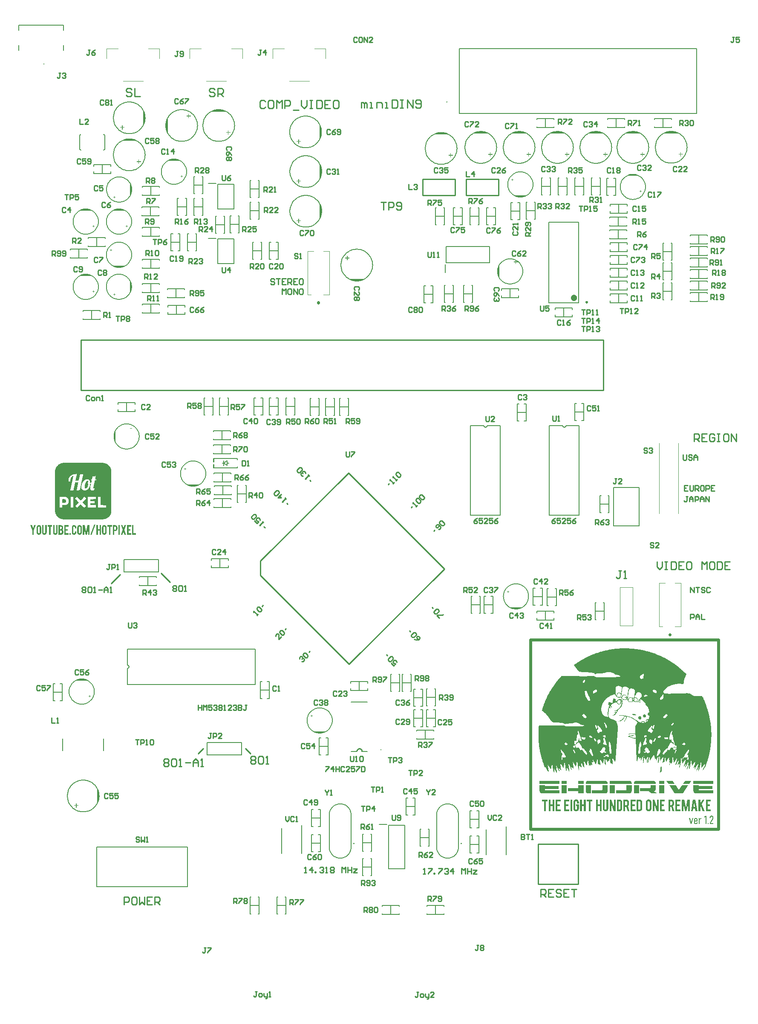
<source format=gbr>
%FSTAX44Y44*%
%MOMM*%
%SFA1B1*%

%IPPOS*%
%ADD78C,0.200000*%
%ADD79C,0.253999*%
%ADD106C,0.499999*%
%ADD107C,0.599999*%
%ADD108C,0.250000*%
%ADD109C,0.100000*%
%ADD110C,0.634999*%
%ADD111C,0.150000*%
%ADD112C,0.203200*%
%ADD113C,0.152400*%
%LNsega_801_remake_legend_top-1*%
%LPD*%
G36*
X00650298Y01781184D02*
X00653656Y0178044D01*
X00656913Y01779334*
X00658471Y01778608*
X00631846*
X00633405Y01779334*
X00636662Y0178044*
X0064002Y01781184*
X00643439Y01781559*
X00646879*
X00650298Y01781184*
G37*
G36*
X00496634Y01777053D02*
X0049774Y01773796D01*
X00498484Y01770438*
X00498859Y01767019*
Y01763579*
X00498484Y0176016*
X0049774Y01756802*
X00496634Y01753545*
X00495908Y01751986*
Y01751987*
Y01778611*
X00496634Y01777053*
G37*
G36*
X0054295Y01736746D02*
X00542224Y01738305D01*
X00541118Y01741562*
X00540373Y0174492*
X00539999Y01748339*
Y01751779*
X00540373Y01755198*
X00541118Y01758556*
X00542224Y01761813*
X0054295Y01763371*
Y01736746*
G37*
G36*
X01549458Y01738005D02*
X01552816Y0173726D01*
X01556073Y01736154*
X01557631Y01735428*
X01531007*
X01532565Y01736154*
X01535822Y0173726*
X0153918Y01738005*
X01542599Y01738379*
X01546039*
X01549458Y01738005*
G37*
G36*
X01473258Y01737804D02*
X01476616Y0173706D01*
X01479873Y01735954*
X01481431Y01735228*
X01454806*
X01456365Y01735954*
X01459622Y0173706*
X0146298Y01737804*
X01466399Y01738179*
X01469839*
X01473258Y01737804*
G37*
G36*
X01399598D02*
X01402956Y0173706D01*
X01406213Y01735954*
X01407771Y01735228*
X01381146*
X01382705Y01735954*
X01385962Y0173706*
X0138932Y01737804*
X01392739Y01738179*
X01396179*
X01399598Y01737804*
G37*
G36*
X01323398D02*
X01326756Y0173706D01*
X01330013Y01735954*
X01331571Y01735228*
X01304947*
X01306505Y01735954*
X01309762Y0173706*
X0131312Y01737804*
X01316539Y01738179*
X01319979*
X01323398Y01737804*
G37*
G36*
X01247198D02*
X01250556Y0173706D01*
X01253813Y01735954*
X01255371Y01735228*
X01228746*
X01230305Y01735954*
X01233562Y0173706*
X0123692Y01737804*
X01240339Y01738179*
X01243779*
X01247198Y01737804*
G37*
G36*
X01170998D02*
X01174356Y0173706D01*
X01177613Y01735954*
X01179171Y01735227*
X01152547*
X01154105Y01735954*
X01157362Y0173706*
X0116072Y01737804*
X01164139Y01738179*
X01167579*
X01170998Y01737804*
G37*
G36*
X01092258Y01735664D02*
X01095616Y0173492D01*
X01098873Y01733814*
X01100431Y01733088*
X01073807*
X01075365Y01733814*
X01078622Y0173492*
X0108198Y01735664*
X01085399Y01736039*
X01088839*
X01092258Y01735664*
G37*
G36*
X00846954Y01749113D02*
X0084806Y01745856D01*
X00848804Y01742498*
X00849179Y01739079*
Y01735639*
X00848804Y0173222*
X0084806Y01728862*
X00846954Y01725605*
X00846228Y01724047*
Y01750671*
X00846954Y01749113*
G37*
G36*
X00472498Y01722965D02*
X00475856Y0172222D01*
X00479113Y01721115*
X00480671Y01720388*
X00454047*
X00455605Y01721115*
X00458862Y0172222*
X0046222Y01722965*
X00465639Y01723339*
X00469079*
X00472498Y01722965*
G37*
G36*
X00560337Y01683162D02*
X00563003Y01682571D01*
X00565587Y01681693*
X00566824Y01681117*
X00545694*
X00546931Y01681693*
X00549515Y01682571*
X00552181Y01683162*
X00554894Y01683459*
X00557624*
X00560337Y01683162*
G37*
G36*
X01472197Y01653002D02*
X01474862Y01652411D01*
X01477447Y01651533*
X01478684Y01650957*
X01457553*
X01458791Y01651533*
X01461375Y01652411*
X0146404Y01653002*
X01466754Y01653299*
X01469484*
X01472197Y01653002*
G37*
G36*
X00847354Y01670373D02*
X0084846Y01667116D01*
X00849204Y01663758*
X00849579Y01660339*
Y01656899*
X00849204Y0165348*
X0084846Y01650122*
X00847354Y01646865*
X00846628Y01645306*
Y01645307*
Y01671931*
X00847354Y01670373*
G37*
G36*
X00470433Y01632387D02*
X00471311Y01629802D01*
X00471902Y01627137*
X00472199Y01624424*
Y01621694*
X00471902Y0161898*
X00471311Y01616316*
X00470433Y01613731*
X00469857Y01612494*
Y01633624*
X00470433Y01632387*
G37*
G36*
X01255164Y01610401D02*
X01253927Y01609824D01*
X01251343Y01608947*
X01248677Y01608356*
X01245964Y01608059*
X01243234*
X0124052Y01608356*
X01237856Y01608947*
X01235271Y01609824*
X01234034Y01610401*
X01255164*
G37*
G36*
X00451118Y01584102D02*
X00453783Y01583511D01*
X00456368Y01582634*
X00457605Y01582057*
X00436474*
X00437711Y01582634*
X00440296Y01583511*
X00442961Y01584102*
X00445674Y01584399*
X00448404*
X00451118Y01584102*
G37*
G36*
X00385077D02*
X00387742Y01583511D01*
X00390327Y01582633*
X00391564Y01582057*
X00370433*
X00371671Y01582633*
X00374256Y01583511*
X00376921Y01584102*
X00379634Y01584399*
X00382364*
X00385077Y01584102*
G37*
G36*
X00847354Y01591633D02*
X0084846Y01588376D01*
X00849204Y01585018*
X00849579Y01581599*
Y01578159*
X00849204Y0157474*
X0084846Y01571382*
X00847354Y01568125*
X00846628Y01566567*
Y01593191*
X00847354Y01591633*
G37*
G36*
X00457604Y01470701D02*
X00456367Y01470124D01*
X00453782Y01469247*
X00451117Y01468656*
X00448404Y01468359*
X00445674*
X00442961Y01468656*
X00440296Y01469247*
X00437711Y01470124*
X00436473Y01470701*
X00436474*
X00457604*
G37*
G36*
X00385077Y01454562D02*
X00387742Y01453971D01*
X00390327Y01453093*
X00391564Y01452517*
X00370433*
X00371671Y01453093*
X00374256Y01453971*
X00376921Y01454562*
X00379634Y01454859*
X00382364*
X00385077Y01454562*
G37*
G36*
X01201621Y01449934D02*
X01201045Y01451171D01*
X01200167Y01453756*
X01199576Y01456421*
X01199279Y01459134*
Y01461864*
X01199576Y01464577*
X01200167Y01467242*
X01201045Y01469827*
X01201621Y01471064*
Y01449934*
G37*
G36*
X00932791Y0144445D02*
X00931233Y01443724D01*
X00927976Y01442618*
X00924618Y01441874*
X00921199Y01441499*
X00917759*
X0091434Y01441874*
X00910982Y01442618*
X00907725Y01443724*
X00906167Y0144445*
X00932791*
G37*
G36*
X00470114Y01439347D02*
X00470991Y01436762D01*
X00471582Y01434097*
X00471879Y01431384*
Y01428654*
X00471582Y0142594*
X00470991Y01423276*
X00470114Y01420691*
X00469537Y01419453*
Y01419454*
Y01440584*
X00470114Y01439347*
G37*
G36*
X00439461Y01122273D02*
X00438884Y01123511D01*
X00438007Y01126095*
X00437416Y01128761*
X00437119Y01131474*
Y01134204*
X00437416Y01136917*
X00438007Y01139583*
X00438884Y01142167*
X00439461Y01143404*
Y01122273*
G37*
G36*
X00604924Y01036361D02*
X00603687Y01035785D01*
X00601103Y01034907*
X00598437Y01034316*
X00595724Y01034019*
X00592994*
X0059028Y01034316*
X00587616Y01034907*
X00585031Y01035785*
X00583794Y01036361*
X00604924*
G37*
G36*
X00416202Y01080278D02*
X0041644Y01080199D01*
X00417435Y0108008*
X00418231Y0107992*
X00418549Y01079841*
X00418947Y01079761*
X00419385Y01079642*
X00420618Y01079204*
X00421414Y01078886*
X00421852Y01078687*
X00423364Y01077891*
X00424557Y01077095*
X00425552Y01076339*
X00425751Y01076141*
X0042591Y01076061*
X00427621Y0107435*
X00427701Y01074191*
X00428019Y01073873*
X00428099Y01073713*
X00428337Y01073475*
X00428417Y01073315*
X00428576Y01073156*
X00428656Y01072997*
X00429054Y0107244*
X00429133Y01072281*
X00429452Y01071804*
X00430645Y01069337*
X00430804Y01068939*
X00431123Y01067904*
X00431282Y01067347*
X00431441Y01066711*
X0043168Y01065358*
X00431759Y01064562*
X00431839Y01063527*
X00431759Y00983711*
X0043168Y00983472*
X004316Y00982676*
X0043152Y00982437*
X00431401Y00981841*
X00431162Y00980886*
X00430605Y00979294*
X00430287Y00978498*
X00429292Y00976628*
X00428974Y00976151*
X00428894Y00975992*
X00428138Y00974997*
X00427502Y00974201*
X00426985Y00973684*
X00426905Y00973525*
X00426308Y00972928*
X00426149Y00972848*
X00425592Y00972291*
X00425433Y00972212*
X00425194Y00971973*
X00425035Y00971893*
X00424876Y00971734*
X00424717Y00971655*
X00424557Y00971495*
X00424398Y00971416*
X00423841Y00971018*
X00423682Y00970938*
X00423045Y00970541*
X00421215Y00969665*
X00420419Y00969347*
X00419385Y00969028*
X00418828Y00968869*
X00417873Y00968631*
X00417117Y00968511*
X0041648Y00968432*
X00415605Y00968352*
X00336146Y00968312*
X00335908Y00968392*
X00334555Y00968471*
X00334316Y00968551*
X00333759Y00968631*
X00332486Y00968949*
X00330775Y00969546*
X00330377Y00969705*
X00329939Y00969904*
X00328427Y009707*
X0032779Y00971097*
X00327631Y00971177*
X00326358Y00972132*
X00325921Y0097249*
X00325722Y00972689*
X00325562Y00972769*
X0032417Y00974161*
X0032409Y0097432*
X00323772Y00974639*
X00323692Y00974798*
X00323454Y00975037*
X00323374Y00975196*
X00323215Y00975355*
X00323135Y00975514*
X00322976Y00975673*
X00322896Y00975832*
X00322499Y0097639*
X00322419Y00976549*
X00322101Y00977106*
X00321066Y00979254*
X00320907Y00979652*
X00320509Y00980925*
X0032035Y00981482*
X00320231Y00982*
X00320072Y00982795*
X00319952Y0098387*
X00319873Y00984427*
X00319952Y01065199*
X00320032Y01065437*
X00320151Y01066273*
X00320231Y01066671*
X00320469Y01067626*
X00320589Y01068063*
X00320947Y01069058*
X00321265Y01069854*
X00321663Y01070729*
X00322538Y01072241*
X00323175Y01073196*
X00323294Y01073315*
X00323374Y01073475*
X00323533Y01073634*
X00323613Y01073793*
X00323851Y01074032*
X00323931Y01074191*
X00324488Y01074748*
X00324568Y01074907*
X00325403Y01075743*
X00325562Y01075822*
X0032604Y010763*
X00326199Y01076379*
X00326438Y01076618*
X00326597Y01076698*
X00326836Y01076936*
X00326995Y01077016*
X0032779Y01077573*
X0032795Y01077652*
X00328427Y01077971*
X00330735Y01079085*
X00331133Y01079244*
X00332406Y01079642*
X00332963Y01079801*
X00333281Y01079881*
X00333799Y0108*
X00334754Y01080159*
X0033539Y01080239*
X00336823Y01080318*
X00360497Y01080358*
X00360577*
X00416202Y01080278*
G37*
G36*
X01246375Y00792681D02*
X01245137Y00792104D01*
X01242553Y00791227*
X01239888Y00790636*
X01237174Y00790339*
X01234444*
X01231731Y00790636*
X01229066Y00791227*
X01226481Y00792104*
X01225244Y00792681*
X01246375*
G37*
G36*
X01459132Y00712196D02*
X01459832Y00712021D01*
X01460968Y00711934*
X01461842Y00711847*
X01464203Y00711672*
X01464553Y00711584*
X0146652Y00711454*
X01467656Y00711366*
X01468618Y00711278*
X01470716Y00711103*
X01471678Y00711016*
X01472465Y00710929*
X01473339Y00710841*
X01474126Y00710754*
X01475Y00710666*
X01477098Y00710404*
X01478278Y00710273*
X01478628Y00710185*
X01479634Y00710054*
X01480158Y00709967*
X01481295Y00709792*
X01483393Y00709442*
X0148383Y00709355*
X01484354Y00709267*
X01484792Y0070918*
X01485316Y00709093*
X01487939Y00708568*
X01488289Y00708481*
X01489163Y00708306*
X01489513Y00708218*
X0148995Y00708131*
X01490299Y00708044*
X01490736Y00707956*
X01491786Y00707694*
X01492223Y00707606*
X0149572Y00706732*
X01496201Y00706601*
X014969Y00706426*
X01497512Y00706251*
X01497862Y00706164*
X01498736Y00705902*
X01499348Y00705727*
X01500222Y00705464*
X01501446Y00705115*
X0150232Y00704853*
X01504768Y00704066*
X01508222Y00702885*
X0150997Y00702273*
X01511456Y00701749*
X01514254Y007007*
X01518188Y00699126*
X01518931Y0069882*
X01521379Y00697771*
X0152374Y00696722*
X01525051Y0069611*
X01526188Y00695585*
X01533619Y00691826*
X01534755Y00691214*
X01536329Y0069034*
X01538165Y00689291*
X01538864Y00688854*
X01539651Y00688417*
X01540351Y00687979*
X01540525Y00687892*
X01541225Y00687455*
X015414Y00687367*
X01542361Y00686755*
X01542536Y00686668*
X01543498Y00686056*
X01543673Y00685969*
X01544285Y00685532*
X01544459Y00685444*
X01544984Y00685094*
X01545159Y00685007*
X01545771Y0068457*
X01545946Y00684482*
X01546558Y00684045*
X01546733Y00683958*
X01547344Y00683521*
X01547519Y00683433*
X01548131Y00682996*
X01548306Y00682909*
X0154953Y00682035*
X01549705Y00681947*
X0154988Y00681772*
X01550055Y00681685*
X01552983Y00679543*
X01553289Y00679324*
X01554994Y00678057*
X01555125Y00677926*
X015553Y00677838*
X01555475Y00677663*
X0155565Y00677576*
X01555912Y00677314*
X01556087Y00677226*
X01556262Y00677051*
X01556437Y00676964*
X01556699Y00676701*
X01556874Y00676614*
X01557049Y00676439*
X01557224Y00676352*
X01557486Y00676089*
X01557661Y00676002*
X0155801Y00675652*
X01558185Y00675565*
X01558447Y00675303*
X01558622Y00675215*
X01558885Y00674953*
X0155906Y00674866*
X01559409Y00674516*
X01559584Y00674428*
X01559934Y00674079*
X01560109Y00673991*
X01560458Y00673642*
X01560633Y00673554*
X0156107Y00673117*
X01561245Y0067303*
X01561682Y00672593*
X01561857Y00672505*
X01562382Y00671981*
X01562557Y00671893*
X01563081Y00671368*
X01563256Y00671281*
X0156378Y00670757*
X01563955Y00670669*
X0156448Y00670145*
X01564655Y00670057*
X01565179Y00669533*
X01565354Y00669445*
X01565879Y00668921*
X01566054Y00668833*
X01566753Y00668134*
X01566928Y00668046*
X01567627Y00667347*
X01567802Y0066726*
X01568502Y0066656*
X01568676Y00666473*
X01569288Y00665861*
X01569463Y00665773*
X01570163Y00665074*
X01570337Y00664986*
X01570949Y00664375*
X01571124Y00664287*
X01571649Y00663763*
X01571824Y00663675*
X01572436Y00663063*
X0157261Y00662976*
X01573222Y00662364*
X01573397Y00662276*
X01574009Y00661664*
X01574184Y00661577*
X01574403Y00661271*
X01574665Y00661009*
X01574578Y00660659*
X01571693Y00654801*
X01570993Y00653315*
X01570731Y00652703*
X01570556Y00652266*
X01570206Y0065113*
X01570031Y00650518*
X015699Y00649949*
X01569725Y006489*
X01569638Y00648113*
X01569551Y0064654*
X01569463Y00645753*
X01569376Y00645228*
X01569201Y00644354*
X0156907Y00643873*
X01568895Y00643174*
X01568545Y0064195*
X01568414Y00641644*
X01568239Y00641556*
X01567627Y00641294*
X01567277Y00641207*
X01566666Y00641119*
X01565485Y00641251*
X01565048Y00641338*
X0156295Y00641862*
X01561639Y00642125*
X01561114Y00642212*
X01560677Y006423*
X01559977Y00642387*
X01559759Y00642431*
X01558447Y00641819*
X01557836Y00641731*
X01557486Y00641644*
X01555038Y00641556*
X01554776Y00641469*
X01553945Y00641338*
X01551322Y00640813*
X01550973Y00640726*
X01549661Y00640464*
X01549312Y00640376*
X01548874Y00640289*
X01546776Y00639764*
X01546033Y00639546*
X0154494Y00639152*
X01544241Y0063889*
X01543367Y0063854*
X01542405Y00638103*
X01540613Y00637273*
X01540176Y00637098*
X01539083Y00636704*
X01538209Y0063618*
X01537903Y00635961*
X01536504Y00634912*
X01536023Y00634519*
X01535717Y006343*
X01535455Y00634038*
X0153528Y0063395*
X01534668Y00633339*
X01534493Y00633251*
X0153305Y00631809*
X01532963Y00631634*
X01532264Y00630934*
X01532176Y00630759*
X01531652Y00630235*
X01531564Y0063006*
X0153104Y00629536*
X01530952Y00629361*
X01530515Y00628923*
X01530428Y00628749*
X01529903Y00628224*
X01529816Y00628049*
X01529466Y006277*
X01529379Y00627525*
X01529204Y0062735*
X01528941Y00626738*
X01528767Y00626039*
X01528854Y00625164*
X01529466Y00624028*
X01529641Y00623853*
X01529685Y00623722*
X01529859Y00623634*
X01530209Y00623285*
X01530996Y00622935*
X01531695Y0062276*
X01532439Y00622629*
X01532963Y00622541*
X01534143Y0062241*
X01534493Y00622323*
X01535892Y00622236*
X01536242Y00622148*
X01540002Y00622061*
X01546295Y00622148*
X01546558Y00622236*
X01547651Y00622367*
X01548175Y00622454*
X01549312Y00622629*
X01550492Y0062276*
X01550841Y00622847*
X01573135Y00622935*
X01573397Y00623022*
X01580129Y00622935*
X01581615Y00622148*
X01583451Y00621099*
X01584151Y00620662*
X01585724Y00619788*
X01586336Y00619438*
X01587648Y00618739*
X01589134Y00618039*
X01589833Y00617864*
X01590445Y00617777*
X01590795Y00617689*
X01591932Y00617602*
X01592281Y00617514*
X01601373Y00617427*
X01601636Y0061734*
X01605482Y00617252*
X01606226Y00616771*
X01608149Y00612837*
X01608673Y00611701*
X01609111Y00610739*
X01610509Y00607592*
X01610684Y00607155*
X01610947Y00606543*
X01611122Y00606105*
X01611384Y00605493*
X01611558Y00605056*
X01611821Y00604444*
X0161287Y00601822*
X01613088Y00601253*
X01613263Y00600816*
X01613525Y00600117*
X01613875Y00599155*
X01614137Y00598456*
X01614662Y00596969*
X01616279Y0059203*
X01616629Y00590893*
X01617154Y00589145*
X01617678Y00587309*
X01617766Y00586959*
X0161794Y00586347*
X01618115Y00585648*
X0161829Y00585036*
X01618902Y00582588*
X01619033Y0058202*
X01619208Y0058132*
X01619296Y00580883*
X0161947Y00580184*
X01619733Y00578872*
X0161982Y00578523*
X01619995Y00577648*
X01620082Y00577299*
X01620257Y00576425*
X01620345Y00576075*
X01621219Y00571704*
X01621306Y00571179*
X01621481Y00570305*
X01621744Y00568731*
X01621831Y00568294*
X01622006Y00567245*
X01622181Y00566108*
X01622356Y00565059*
X01622749Y00562043*
X01622836Y00561693*
X01622967Y00560513*
X01623055Y00559814*
X01623142Y0055894*
X0162323Y00558153*
X01623317Y00557278*
X01623579Y00554393*
X01623754Y00551945*
X01623842Y00550547*
X01623929Y00548973*
X01624017Y00546875*
X01624104Y00543815*
X01624148Y00537914*
X0162406Y00537651*
X01623973Y00533367*
X01623886Y00533105*
X01623754Y00530526*
X01623667Y00529302*
X01623579Y00528253*
X01623492Y00527117*
X01623405Y00526242*
X0162323Y00524319*
X01623142Y00523532*
X01623055Y00522658*
X01622356Y00516363*
X01622181Y00514965*
X01622049Y00513784*
X01621962Y00513435*
X01621831Y00512429*
X01621656Y00511293*
X01621132Y00508145*
X01621044Y00507708*
X01620957Y00507184*
X01620345Y00504124*
X01620257Y00503774*
X01620082Y005029*
X01619995Y0050255*
X01619908Y00502113*
X01619733Y00501413*
X01619645Y00500976*
X0161947Y00500277*
X01619383Y0049984*
X01619033Y00498441*
X01618902Y0049796*
X01618552Y00496561*
X01618378Y00495949*
X01618203Y0049525*
X01617503Y00492802*
X01616979Y00491054*
X01616629Y00489917*
X01616105Y00488256*
X01615187Y0048559*
X01614487Y00483579*
X01614137Y00482617*
X01613613Y00481218*
X01613263Y00480257*
X01612739Y00478858*
X01612302Y00477896*
X01611908Y00477153*
X01611471Y00476541*
X01611384Y00476366*
X01610947Y00475754*
X01609548Y00473044*
X01609198Y00472432*
X01608367Y00471339*
X01608149Y00471033*
X0160793Y00470815*
X01607756Y00470727*
X01607406Y00470377*
X01607231Y0047029*
X01606881Y0046994*
X01606619Y00470028*
X01606444Y00469853*
X01606313Y00469897*
X01609548Y00476454*
X01610072Y0047759*
X01610597Y00478814*
X01610947Y00479688*
X01611165Y00480257*
X01611821Y00482311*
X01611996Y00482923*
X0161217Y00483623*
X01612258Y00484147*
X01612214Y00484191*
X01612083Y0048406*
X01611996Y00483885*
X01611558Y00483448*
X01611471Y00483273*
X01611122Y00482923*
X01611034Y00482748*
X01610597Y00482311*
X01610509Y00482136*
X01610072Y00481699*
X01609985Y00481524*
X01609635Y00481174*
X01609548Y00481*
X01609111Y00480563*
X01609023Y00480388*
X01608586Y00479951*
X01608499Y00479776*
X01608149Y00479426*
X01608061Y00479251*
X01607624Y00478814*
X01607537Y00478639*
X01607187Y00478289*
X016071Y00478115*
X01606663Y00477677*
X01606575Y00477503*
X01606138Y00477066*
X01606051Y00476891*
X01605701Y00476541*
X01605613Y00476366*
X01605176Y00475929*
X01605089Y00475754*
X01604652Y00475317*
X01604564Y00475142*
X01604433Y00475011*
X01604346Y00475361*
X01604127Y00475055*
X01604084Y00475011*
X01603996Y00489086*
X01603778Y00488518*
X01603603Y00488081*
X01603384Y00487513*
X01603166Y0048677*
X01602991Y0048607*
X0160286Y0048524*
X01602772Y00484803*
X01602597Y00483754*
X0160251Y00483316*
X01602335Y00482267*
X01601636Y0047877*
X01601548Y00478421*
X01601461Y00477984*
X01601373Y00477634*
X01601286Y00477197*
X01600587Y00474399*
X01600455Y00473918*
X01600368Y00473568*
X01600193Y00472957*
X01599931Y00472082*
X01598926Y00469154*
X01598794Y00469022*
X01598707Y00468848*
X01598576Y00468716*
X01598488Y00468979*
X01598139Y0046863*
X01598095Y00469197*
X01598182Y00469459*
X01598401Y00471689*
X01598663Y00474049*
X01598751Y00474924*
X01598969Y00476891*
X01598926Y00476934*
X01598707Y00476716*
X01598619Y00476541*
X01598182Y00475842*
X01597396Y00474181*
X01597046Y00473394*
X01596784Y00472782*
X01596609Y00472345*
X01596347Y00471733*
X01595909Y00470771*
X01594948Y00468935*
X01594379Y00468017*
X01594336Y00468236*
X01594423Y00468498*
X01594379Y0046863*
X01594073Y00468148*
X0159403Y00468104*
X01593986Y00468498*
X01594073Y0046876*
X01594161Y0046911*
X01594467Y00470552*
X01594554Y00470989*
X01594817Y00472039*
X01595035Y00472782*
X01595385Y00473656*
X01596172Y00475142*
X01596696Y00475929*
X01596784Y00476279*
X01596871Y00477852*
X01597046Y00478289*
X01597133Y00478639*
X01597483Y00479776*
X0159792Y00481174*
X01598532Y00483098*
X01598707Y0048371*
X01598794Y00484147*
X01598751Y00484191*
X01598008Y00483448*
X0159792Y00483273*
X01597396Y00482748*
X01597308Y00482573*
X01597133Y00482398*
X01597046Y00482224*
X01596784Y00481961*
X01596696Y00481786*
X01596259Y00481174*
X01596172Y00481*
X01595734Y004803*
X01595647Y00480125*
X01595122Y00479164*
X01594336Y00477503*
X01593986Y00476716*
X01593811Y00476279*
X01593549Y00475667*
X01592675Y00474006*
X01592281Y00473525*
X01592063Y00473219*
X01591844Y00473*
X01591669Y00472913*
X01591407Y00472651*
X01590882Y00472388*
X01590795Y00472476*
X01590445Y00472301*
X01590402Y00472345*
X01590926Y00473306*
X01591538Y00474443*
X01592237Y00475754*
X01593374Y0047794*
X01593899Y00478989*
X0159368Y00479033*
X01592631Y00477984*
X01592456Y00477896*
X01591145Y00476585*
X0159097Y00476497*
X01589396Y00474924*
X01589221Y00474836*
X01588784Y00474399*
X01588697Y00474574*
X01588522Y00474486*
X01588347Y00474312*
X01588303Y00474443*
X01588566Y00475055*
X01588872Y00475885*
X01591057Y00482005*
X01591582Y00483491*
X0159333Y00488387*
X01593549Y0048913*
X01593505Y00489261*
X01593243Y00489349*
X01593024Y00489043*
X01591757Y00487338*
X01591538Y00487032*
X0159027Y00485327*
X01590052Y00485021*
X01589221Y00483928*
X01588872Y00483404*
X0158874Y00483273*
X01588653Y00483098*
X01588478Y00482923*
X01588391Y00482748*
X01588216Y00482573*
X01588128Y00482398*
X01587954Y00482224*
X01587866Y00482049*
X01587691Y00481874*
X01587604Y00481699*
X01587429Y00481524*
X01587342Y00481349*
X01587167Y00481174*
X01587079Y00481*
X01586905Y00480825*
X01586817Y0048065*
X01586642Y00480475*
X01586555Y004803*
X0158638Y00480125*
X01586292Y00479951*
X01586118Y00479776*
X0158603Y00479601*
X01585987Y00479557*
X01585899Y00479907*
X01585768Y00479776*
X0158568Y00479601*
X01585549Y0047947*
X01585462Y00480257*
X01585025Y00485065*
X01584937Y00486114*
X0158485Y00486988*
X015845Y00490835*
X01584413Y00491709*
X01584325Y00492671*
X01584238Y00492758*
X01584107Y00492627*
X01583976Y00491622*
X01583888Y00491097*
X01583233Y00486245*
X01583145Y00485895*
X01583014Y0048489*
X01582928Y00484366*
X01582664Y00482617*
X01582315Y00480519*
X0158214Y00479645*
X01582052Y00479295*
X0158179Y00477984*
X01581266Y00475885*
X01581134Y00475405*
X01580872Y0047453*
X01580348Y00473044*
X01580129Y00473*
X01580042Y00473088*
X01579867Y00472913*
X01579648Y00472957*
X01579779Y00475186*
X01580129Y00480169*
X01580173Y00480563*
X01580042Y00480606*
X01579867Y00480431*
X01579692Y00480344*
X01579298Y00479688*
X0157908Y0047912*
X01578818Y00478421*
X01578293Y00477109*
X01577637Y00475667*
X01576851Y00474006*
X01576064Y00472519*
X01575933Y00472301*
X01575889Y00472607*
X01575976Y00472869*
X01575933Y00472913*
X01575496Y00472213*
X01575452Y00472432*
X01575539Y00472694*
X01575627Y00473306*
X01575714Y00473656*
X01575933Y00475098*
X0157602Y00475623*
X01576108Y0047606*
X01576195Y0047641*
X01576282Y00476847*
X01576719Y00478071*
X01576894Y00478508*
X01577506Y0047947*
X01577637Y00479601*
X01577725Y00479776*
X01577812Y00480038*
X01577725Y00480912*
X01577812Y00482224*
X015779Y00482486*
X01578031Y00483142*
X01578206Y00483841*
X01578337Y00484322*
X01578774Y00485721*
X01579036Y00486595*
X01579298Y00487644*
X01579386Y00488081*
X01579255Y00488212*
X01579036Y00487994*
X01578949Y00487819*
X01578599Y00487469*
X01578512Y00487294*
X01578162Y00486945*
X01578075Y0048677*
X015779Y00486595*
X01577812Y0048642*
X01577375Y00485808*
X01577025Y00485021*
X01576413Y0048371*
X01576064Y00482923*
X01575801Y00482311*
X01575102Y00480737*
X01574665Y00479776*
X01573616Y00477765*
X01572785Y00476672*
X01572567Y00476366*
X01572173Y00475885*
X01571911Y00475973*
X01571824Y00475798*
X0157143Y00476016*
X01572042Y00477328*
X0157414Y00481874*
X01574578Y00482836*
X01574534Y00483054*
X01574359Y00482967*
X01573878Y00482486*
X01573791Y00482311*
X01572304Y00480825*
X01572217Y0048065*
X01570906Y00479339*
X01570818Y00479164*
X01569725Y00478071*
X01569638Y00478333*
X01569288Y00477984*
X01569245Y00478202*
X01569419Y00478639*
X01569594Y00479251*
X01569944Y00480388*
X01571693Y00485983*
X01572742Y00489393*
X01573179Y00490791*
X01573878Y00493064*
X01573922Y00493283*
X0157366Y0049337*
X0157331Y00492846*
X01572654Y00491928*
X01572567Y00491753*
X01572392Y00491578*
X01572304Y00491403*
X0157143Y00490179*
X01571343Y00490004*
X01570031Y00488169*
X01569944Y00487994*
X01569769Y00487819*
X01569682Y00487644*
X01569245Y00487032*
X01569157Y00486857*
X01568982Y00486682*
X01568895Y00486507*
X01567584Y00484672*
X01567496Y00484497*
X01567321Y00484322*
X01567234Y00484147*
X01566622Y0048336*
X01566491Y00483579*
X01566359Y00483448*
X01566272Y00483273*
X01566228Y00483229*
X01566097Y00483623*
X01565966Y00484628*
X01565791Y00485764*
X01564305Y00496081*
X01564218Y0049643*
X01564087Y00496387*
X01563955Y00494857*
X01563868Y00493982*
X01563693Y00492059*
X01563518Y00489961*
X01563343Y00488037*
X01563169Y00486289*
X01563081Y00485502*
X01562994Y00484803*
X01562862Y00483623*
X01562775Y00483273*
X01562644Y00482355*
X01562557Y0048183*
X01562294Y00480519*
X01562207Y00480169*
X01562119Y00479732*
X01561857Y00478683*
X01561726Y00478202*
X01561551Y0047759*
X01560895Y00475711*
X01560808Y00476497*
X01560633Y0047606*
X01560458Y00475536*
X01560415Y00476279*
X01560502Y00476541*
X01560633Y00479557*
X01560808Y00482879*
X01560852Y00484234*
X01560808Y00484278*
X01560677Y00484147*
X0156059Y00483972*
X01559628Y00483011*
X0155954Y00482836*
X01558316Y00481612*
X01558229Y00481437*
X01557836Y00481043*
X01557573Y00481131*
X01557398Y00480956*
X01557224Y00481043*
X01557005Y00481174*
X01557136Y00481655*
X01557224Y00482005*
X01557442Y00482748*
X01557967Y00484584*
X01558229Y00485458*
X01558928Y00487906*
X01559191Y00488781*
X0155989Y00491229*
X01559846Y0049136*
X01559497Y0049101*
X01559322Y00490923*
X01558972Y00490573*
X01558798Y00490485*
X01558491Y00490179*
X01558404Y00490004*
X01558142Y00489742*
X01558054Y00489567*
X0155718Y00487732*
X01556918Y0048712*
X01556743Y00486682*
X01556218Y00485458*
X01555781Y00484497*
X01554907Y00482836*
X01554645Y00482573*
X01554557Y00482398*
X01553639Y00481481*
X01553464Y00481393*
X01553202Y00481131*
X01553115Y00481306*
X0155294Y00481218*
X01552765Y00481043*
X01552721Y00481174*
X01552896Y00481612*
X01554033Y00485196*
X01554382Y00486333*
X01554907Y00488169*
X01555344Y00489917*
X01555694Y00491841*
X01555781Y0049219*
X01555956Y00493676*
X01556043Y00494026*
X01556087Y00495206*
X01556Y00495294*
X01555868Y00495163*
X01555781Y00494988*
X01555344Y00494376*
X01554994Y00493764*
X01554382Y00492802*
X01554295Y00492627*
X01553945Y00492103*
X01553858Y00491928*
X01553421Y00491316*
X01553071Y00490704*
X01552459Y00489742*
X01552371Y00489567*
X0155176Y00488606*
X01551672Y00488431*
X01551322Y00487906*
X01551235Y00487732*
X01550623Y0048677*
X01550535Y00486595*
X01550186Y0048607*
X01550098Y00485895*
X0154988Y00485502*
X01549749Y00485546*
X01549705Y00485852*
X01549443Y00485415*
X01549312Y00485808*
X01547869Y00495643*
X01547519Y00498004*
X01547432Y00498616*
X01547301Y00498572*
X01547082Y00497479*
X01546995Y0049678*
X01546907Y00495731*
X01546558Y00491185*
X0154647Y00490136*
X01546383Y00488999*
X01546295Y00488037*
X01546208Y00487163*
X01546121Y00486202*
X01546033Y00485764*
X01545902Y00485458*
X01545334Y00484628*
X01544984Y00484103*
X01544809Y00484016*
X01544634Y00484103*
X01544459Y00483928*
X01544154Y0048406*
X0154411Y00486551*
X0154188Y00482049*
X01541137Y00480606*
X01540875Y00480695*
X015407Y00480519*
X01540482Y0048065*
X01540569Y00481*
X01540919Y00481786*
X01541618Y00483535*
X0154188Y00484147*
X01542405Y00485458*
X01542667Y0048607*
X01543192Y00487382*
X01543148Y00487426*
X01542099Y00486376*
X01541924Y00486289*
X0154105Y00485415*
X01540788Y00485502*
X01540613Y00485327*
X01540351Y00485502*
X01540875Y004876*
X01541006Y00488081*
X01541618Y00490529*
X01541749Y00491097*
X01542186Y00492846*
X0154223Y00493152*
X01542099Y00493283*
X01541793Y00492977*
X01541706Y00492802*
X01541268Y0049219*
X01541181Y00492015*
X01540307Y00490791*
X01540263Y0049066*
X01539913Y00490748*
X01539826Y00490573*
X0153952Y00490704*
X01539607Y00491054*
X01539913Y00492496*
X01540176Y00493808*
X01540263Y00494157*
X01540613Y00495906*
X015407Y00496255*
X01540788Y00496693*
X01540831Y00497086*
X01540788Y0049713*
X01540569Y00496911*
X01540482Y00496736*
X01540219Y00496474*
X01540132Y00496299*
X01539957Y00496124*
X0153987Y00495949*
X01538995Y00494725*
X01538646Y00494113*
X01538296Y00493589*
X01537422Y00492015*
X0153681Y00490879*
X01535586Y00488518*
X01534755Y00486901*
X01534668Y00487251*
X0153458Y00487338*
X01534274Y00486857*
X01534187Y00487557*
X01534099Y00487819*
X01533269Y00491884*
X01532657Y00494944*
X0153257Y00495294*
X01532045Y00497917*
X01531958Y00498266*
X01531608Y00500015*
X0153152Y00500277*
X01531389Y00500146*
X01531258Y00499141*
X01531171Y00498091*
X01531127Y00497436*
X01531215Y00497173*
X01531127Y00488081*
X0153069Y00487294*
X0153034Y00486945*
X01530253Y0048677*
X01529772Y00486289*
X01529597Y00486464*
X01529335Y00486202*
X01529204Y00486682*
X01529116Y00487469*
X01529073Y00487513*
X01527674Y00484803*
X01527499Y0048489*
X01527412Y00484978*
X01527237Y00484715*
X01527062Y00484803*
X01527018Y00485021*
X01527105Y00485284*
X01527237Y00486114*
X01527324Y00486639*
X01527499Y00487775*
X01527674Y00488824*
X01527849Y00489961*
X01528023Y0049101*
X01528548Y0049442*
X01528635Y00494944*
X01528985Y00497217*
X01529029Y00497348*
X01528985Y00497392*
X01528155Y00496561*
X01528067Y00496387*
X01527455Y00495775*
X01527368Y004956*
X01527018Y0049525*
X01526931Y00495075*
X01526581Y00494725*
X01526493Y00494551*
X01526319Y00494376*
X01526231Y00494201*
X01526056Y00494026*
X01525969Y00493851*
X01525794Y00493676*
X01525707Y00493502*
X0152527Y0049289*
X01524833Y00492103*
X01524046Y00490442*
X01523827Y00489873*
X01523696Y00489393*
X01523521Y00488693*
X01523477Y00488562*
X01523346Y00488693*
X01523303Y00489174*
X01523171Y0048913*
X0152304Y00488387*
X01522909Y00488868*
X01522647Y00490966*
X01522559Y00491316*
X01522428Y00492496*
X01522341Y00493195*
X01522079Y00494944*
X01521991Y00495469*
X01521816Y00496343*
X01521729Y00496693*
X01521641Y0049713*
X0152151Y00497611*
X01521335Y00498222*
X01520942Y00499315*
X01520811Y00499184*
X0152068Y00497654*
X01520592Y00496693*
X01520505Y00495469*
X01520418Y0049407*
X01520243Y00491622*
X01520068Y00489873*
X01519893Y00488737*
X01519806Y00488212*
X01519718Y00487775*
X01519456Y00486726*
X01519325Y00486245*
X01518931Y00485152*
X01518581Y00484278*
X01518494Y00484715*
X01518363Y00484672*
X01518101Y00484234*
X01518013Y00486158*
X01518101Y00489043*
X01518188Y00489305*
X01518319Y00490748*
X01518539Y00492715*
X01518625Y00493064*
X01518756Y0049407*
X01518844Y00494594*
X01519062Y00496387*
X0151915Y00496736*
X01519281Y00497917*
X01519325Y00498397*
X01519193Y00498441*
X01519062Y0049831*
X01517926Y00496124*
X01517139Y00494638*
X01515128Y00490791*
X01514516Y00489655*
X01514473Y00489611*
X01514385Y00490048*
X01514254Y00489917*
X01514123Y00489611*
X01513992Y00490004*
X01514123Y00492409*
X0151421Y00493895*
X01514254Y0049525*
X01514123Y00495294*
X01512637Y00492409*
X01512549Y00492758*
X01512418Y00492715*
X01512287Y00492409*
X01512156Y00492452*
X01512068Y00492977*
X01511981Y00493239*
X01511719Y00494113*
X01511544Y00494725*
X01511456Y00495075*
X01510757Y00497523*
X01510669Y00497873*
X0150997Y00500321*
X01509839Y00500714*
X01509446Y00500321*
X01509358Y00500146*
X01508834Y00499621*
X01508746Y00499447*
X01508397Y00499097*
X01508309Y00498922*
X01508047Y0049866*
X01507959Y00498485*
X01507697Y00498222*
X0150761Y00498048*
X01507435Y00497873*
X01507347Y00497698*
X01507085Y00497436*
X01506998Y00497261*
X01506823Y00497086*
X01506735Y00496911*
X0150656Y00496736*
X01506474Y00496561*
X01506036Y00495949*
X01505949Y00495775*
X01505511Y00495163*
X01505074Y00494376*
X01504725Y00493764*
X01503763Y00491753*
X01503501Y00491141*
X01502889Y00489218*
X01502757Y00488912*
X0150267Y00489261*
X01502583Y00489524*
X01502452Y00489043*
X01502408Y00488912*
X01502277Y00488955*
X01502146Y00489699*
X01502058Y00490048*
X01501796Y00491622*
X0150149Y00494026*
X01501402Y00494376*
X01501271Y00495294*
X01501097Y0049643*
X01501009Y00496867*
X01500922Y00497217*
X01500747Y00498091*
X01500659Y00498441*
X01500528Y00498922*
X01500135Y00500015*
X01500047Y00499491*
X0149996Y00498441*
X01499829Y00495862*
X01499741Y00494988*
X0149961Y00492846*
X01499523Y00491797*
X01499435Y00490923*
X01499348Y00490136*
X01499086Y00488387*
X01498998Y00487863*
X01498911Y00487426*
X01498823Y00487076*
X01498736Y00486639*
X01498648Y00486289*
X01498517Y00485808*
X01498343Y00485196*
X01498211Y00484803*
X0149808Y00484934*
X01498037Y00485415*
X01497818Y00484846*
X01497774Y00484715*
X01497643Y00485109*
X01497468Y00487032*
X01497556Y00490879*
X01497643Y00491141*
X01497774Y00492496*
X01497949Y00493895*
X0149808Y00495075*
X01498168Y00495425*
X01498517Y00499009*
X01498386Y00499053*
X01494015Y00490223*
X01493928Y00490748*
X01493796Y00490616*
X01493534Y00490179*
X0149349Y00495294*
X01493316Y00495119*
X01493184Y00495075*
X01493097Y004949*
X01492135Y00493064*
X01492092Y00493021*
X01492004Y00493283*
X01491873Y00493239*
X01491786Y00493064*
X01491654Y00492933*
X0149148Y00493633*
X01491348Y00494113*
X01491261Y00494463*
X01491086Y00495075*
X01490999Y00495425*
X01490824Y00496037*
X01490736Y00496387*
X01490562Y00496999*
X01490474Y00497348*
X01490299Y0049796*
X01490212Y0049831*
X01490037Y00498922*
X0148995Y00499272*
X01489775Y00499884*
X014896Y00500583*
X01489469Y00500976*
X01489338Y00500845*
X01489425Y00494026*
X01489513Y00493764*
X014896Y0048983*
X01489687Y00489567*
X01489775Y00487032*
X01489687Y0048677*
X014896Y00486158*
X01489513Y00485895*
X01489294Y00485327*
X01488944Y00484366*
X01488682Y00484453*
X01488507Y00484278*
X01488114Y00484409*
X01488201Y00485371*
X01488289Y00485633*
X0148842Y00486376*
X01488595Y00487426*
X01488638Y00487819*
X01488114Y00487906*
X01487939Y00487994*
X01487895Y00499053*
X01487589Y0049831*
X01487371Y00497742*
X01487021Y00496867*
X01486759Y00496168*
X01486234Y00494857*
X01485972Y00494157*
X01485622Y00493283*
X0148536Y00492584*
X01484835Y00491272*
X01484573Y00490573*
X01484398Y00490136*
X01484311Y00489873*
X01484092Y00489917*
X01484049Y00490136*
X01483874Y00489786*
X01483655Y0048983*
X01483611Y00495381*
X0148348Y00495338*
X01482169Y00492802*
X01482038Y00493108*
X01481775Y00492671*
X01479939Y00497567*
X01479065Y00500015*
X0147889Y00499141*
X01478803Y00498616*
X01478715Y00498179*
X01478541Y0049713*
X01478453Y00496693*
X01478278Y00495643*
X01478191Y00495206*
X01478016Y00494157*
X01477929Y0049372*
X01477841Y00493195*
X01477754Y00492758*
X01477579Y00491709*
X01477492Y00491272*
X01477317Y00490223*
X01477229Y00489786*
X01477142Y00489261*
X01477055Y00488824*
X01476967Y004883*
X0147688Y00488125*
X01476093Y00488037*
X01475874Y00488606*
X01475787Y00488955*
X01475613Y00489567*
X01475525Y00490179*
X0147535Y00494026*
X01475262Y00495687*
X01475175Y00498135*
X01475087Y00498747*
X01474956Y005022*
X01474519Y00512254*
X01474257Y00518724*
X01473995Y00525281*
X01473693Y00532959*
X01472099Y00532937*
X01471837Y00533024*
X01470613Y00533112*
X01470351Y00533199*
X01469608Y0053333*
X01468209Y0053368*
X01467728Y00533811*
X01466067Y00534336*
X01458373Y00536871*
X01458024Y00536958*
X01457368Y00537089*
X01457412Y00537396*
X01461258Y00538357*
X01461827Y00538488*
X01462264Y00538576*
X01462613Y00538663*
X01463138Y00538751*
X01464012Y00538926*
X01464537Y00539013*
X01465936Y00539188*
X0146681Y00539275*
X01469739Y00539319*
X01470001Y00539231*
X01471225Y00539144*
X01471444Y00539013*
X014714Y00538707*
X01465018Y00537833*
X01464668Y00537745*
X01463663Y00537614*
X01462482Y00537483*
X01462133Y00537396*
X01461433Y00537308*
X01461302Y00536915*
X01461696Y00536784*
X01462745Y00536521*
X01463357Y00536346*
X01464056Y00536172*
X01464668Y00535997*
X01465367Y00535822*
X01465979Y00535647*
X01469826Y00534685*
X01470394Y00534554*
X01470744Y00534467*
X01471618Y00534292*
X01472143Y00534205*
X0147293Y00534117*
X01473648Y00534106*
X01473645Y00534198*
X0147347Y00537783*
X01473383Y00539269*
X01473295Y00540842*
X01473232Y00541909*
X01468952Y00541942*
X0146869Y00541854*
X01467116*
X01462701Y00541723*
X01461127Y00541636*
X01459685Y00541592*
X01459597Y00541942*
X01459554Y00541985*
X01460035Y00542117*
X01461783Y00542554*
X01462351Y00542685*
X01462788Y00542772*
X01463313Y0054286*
X01464493Y00542991*
X01464843Y00543078*
X0146646Y00543209*
X01467684Y00543297*
X01472362Y0054334*
X01472624Y00543253*
X01473155Y00543222*
X01472946Y00546787*
X01472683Y00549935*
X01472596Y00551421*
X01472552Y00552776*
X0147264Y00553038*
X01472727Y00555049*
X01472814Y00555311*
X01472902Y00556535*
X01472989Y00556798*
X0147312Y00557541*
X01473208Y00557978*
X01473339Y00558459*
X01473732Y00559551*
X01474038Y00560207*
X01474388Y00560819*
X01475219Y00561912*
X01475437Y00562131*
X01475525Y00562305*
X01475699Y0056248*
X01476137Y00563442*
X01476311Y0056388*
X01476399Y00564229*
X01476749Y00565365*
X01476923Y00565977*
X01477011Y0056624*
X01476442Y0056707*
X01474738Y00568338*
X01473164Y00569387*
X01471765Y00570261*
X01470279Y00571135*
X01468924Y00571878*
X01465864Y00573365*
X0146429Y00574064*
X01462542Y00574764*
X01459307Y00575813*
X01457034Y00576512*
X01456422Y00576687*
X01456291Y00576643*
X0145616Y00575987*
X01456029Y00575507*
X01455854Y00574895*
X01455111Y00572753*
X01454848Y00572053*
X0145463Y00571572*
X01453843Y00570086*
X01453275Y00569256*
X01452969Y00568862*
X01452881Y00568687*
X01452532Y00568338*
X01452444Y00568163*
X01451614Y00567332*
X01451439Y00567245*
X01451089Y00566895*
X01450914Y00566808*
X01450739Y00566633*
X01450565Y00566547*
X01450127Y00566283*
X01449953Y00566371*
X01449778Y00566196*
X01449647Y0056624*
X01450084Y00566677*
X01450171Y00566851*
X01450608Y00567289*
X01450696Y00567463*
X0145192Y00569212*
X01452007Y00569387*
X01452444Y00570086*
X01453056Y00571398*
X01453231Y00571835*
X01453493Y00572447*
X01453974Y00573802*
X01454411Y0057555*
X01454674Y00576862*
X01454717Y00576993*
X01454236Y00577211*
X014531Y00577299*
X01452575Y00577211*
X01452182Y00576818*
X01452094Y00576643*
X01450696Y00573933*
X01450259Y00573321*
X01450171Y00573146*
X01449341Y00572053*
X0144921Y00571922*
X01449122Y00571747*
X01447592Y00570217*
X01447417Y0057013*
X01447155Y00569868*
X0144698Y0056978*
X01446718Y00569518*
X01446106Y00569168*
X01445581Y00568819*
X01445406Y00568731*
X01443745Y00567944*
X01443308Y00567769*
X01442172Y0056742*
X0144156Y00567245*
X0144121Y00567158*
X01439724Y00566895*
X0143885Y00566808*
X01438718Y00566851*
X01439942Y00567289*
X01440817Y00567638*
X01441778Y00568075*
X01443527Y00569037*
X01444226Y00569474*
X01444752Y00569824*
X01444882Y00569955*
X01445057Y00570042*
X01445538Y00570436*
X01445844Y00570655*
X01446106Y00570917*
X01446281Y00571004*
X01447636Y00572359*
X01447723Y00572534*
X0144816Y00572971*
X01448248Y00573146*
X01448423Y00573321*
X0144851Y00573496*
X01448685Y00573671*
X01448772Y00573846*
X0144921Y00574458*
X01449297Y00574632*
X01449734Y00575332*
X01450608Y00577168*
X0145087Y0057778*
X0145039Y00577911*
X0145004Y00577998*
X01449472Y00578129*
X01448947Y00578217*
X01447985Y00578304*
X01442085Y0057861*
X01441429Y00578741*
X01440729Y00579178*
X01440817Y00579703*
X01441254Y0057979*
X01441735Y00579834*
X01441997Y00579747*
X0144545Y00579616*
X01447636Y00579441*
X01449297Y00579178*
X01450346Y00579004*
X01450783Y00578916*
X01451308Y00578829*
X01451745Y00578741*
X01452269Y00578654*
X01453581Y00578392*
X01454105Y00578304*
X01454979Y00578129*
X01455329Y00578042*
X01456204Y00577867*
X01456553Y0057778*
X01457427Y00577605*
X01459176Y00577168*
X01459613Y0057708*
X01461012Y0057673*
X01461493Y00576599*
X0146311Y00576031*
X01464421Y00575507*
X01465383Y00575069*
X0146582Y00574895*
X01468574Y00573627*
X01471459Y00572141*
X01472159Y00571704*
X01472333Y00571616*
X01474126Y00570436*
X01475175Y00569737*
X01476093Y00569081*
X01476268Y00568993*
X01477492Y00568119*
X01477666Y00568032*
X01478278Y00567595*
X01478453Y00567507*
X01479065Y0056707*
X0147924Y00566983*
X01479765Y00566633*
X01479939Y00566547*
X01480639Y00566108*
X01483524Y0056471*
X01483961Y00564535*
X01484451Y00564388*
X0148447Y00564716*
Y00564803*
X01484601Y00565284*
X01484776Y00565721*
X01485082Y00566202*
X01485475Y00566683*
X01486Y00567208*
X01487136Y00567732*
X01487486Y0056782*
X01488098Y00567907*
X01489147Y0056782*
X01489584Y00567645*
X01490371Y00567208*
X01490546Y00567033*
X01490721Y00566945*
X01491202Y00566464*
X01491289Y0056629*
X01491464Y00566115*
X01491901Y00565153*
X01492058Y00564603*
X01492485Y00564753*
X0149301Y00565016*
X01494053Y00565595*
X01493737Y0056629*
Y00566377*
X0149365Y00566727*
X01493737Y00568563*
X01494087Y00569437*
X01494436Y00570049*
X0149483Y0057053*
X01495354Y00571054*
X01495529Y00571142*
X01496491Y00571579*
X01497103Y00571666*
X01497627Y00571754*
X0149789Y00571666*
X01498414Y00571579*
X01498938Y00571293*
X01499654Y00572796*
X01499829Y00573233*
X01500353Y00574895*
X01500616Y00575945*
X01500703Y00576556*
X0150079Y00576905*
X01500878Y0057778*
X01500965Y00578129*
X01500988Y00578636*
X01500906Y00578617*
X01499726Y00578573*
X01498939Y0057901*
X01498458Y00579403*
X01498283Y00579578*
X01498196Y00579753*
X01498021Y00579928*
X01497933Y00580103*
X01497496Y00581064*
X01497409Y00581414*
X01497496Y00582726*
X01498108Y00583862*
X01498283Y00584037*
X01498327Y00584168*
X01498502Y00584256*
X01498851Y00584605*
X01499638Y00584955*
X01499988Y00585042*
X01500815Y00584987*
X01500747Y00585604*
X01500572Y00586741*
X01500485Y00587265*
X0150031Y0058814*
X01499873Y00589888*
X01499741Y00590369*
X01498911Y00592773*
X01498648Y00593473*
X01498474Y0059391*
X01498255Y00594391*
X01497993Y00595003*
X01496769Y00597363*
X01496724Y00597441*
X01495704Y00597981*
X01495529Y00598156*
X01495354Y00598244*
X01494436Y00599162*
X01494349Y00599336*
X01494174Y00599511*
X01494087Y00599686*
X01493562Y00600823*
X01493475Y00601172*
Y0060126*
X01493518Y00601478*
X0149448Y00600517*
X01494655Y00600429*
X01495175Y00599909*
X01494933Y00600248*
X01494845Y00600423*
X01493578Y00602128*
X01493447Y00602259*
X01493359Y00602434*
X01493097Y00602696*
X0149301Y00602871*
X0149266Y00603221*
X01492573Y00603395*
X01492135Y00603832*
X01492048Y00604007*
X01491348Y00604707*
X01491261Y00604882*
X01489556Y00606586*
X01489381Y00606674*
X01488682Y00607373*
X01488507Y00607461*
X01487983Y00607985*
X01487808Y00608073*
X01487458Y00608422*
X01487283Y0060851*
X01486934Y00608859*
X01486759Y00608947*
X01486496Y00609209*
X01486322Y00609296*
X01486059Y00609559*
X01485884Y00609646*
X01485622Y00609909*
X01485447Y00609996*
X01484354Y00610826*
X01484049Y00611045*
X01483218Y00611613*
X01482868Y00611264*
X01482781Y00611089*
X01482519Y00610826*
X01482431Y00610652*
X01482169Y00610389*
X01482081Y00610214*
X01481819Y00609952*
X01481732Y00609777*
X01481543Y00609588*
X01482022Y00609478*
X01482721Y00609303*
X01483421Y00609041*
X01483945Y00608691*
X01484382Y00608254*
X01484557Y00607817*
X01484339Y00607773*
X01484076Y0060786*
X01483727Y00607949*
X01483158Y00608079*
X01483027Y00608123*
X0148294*
X01481934Y00608341*
X0148106Y00608516*
X01480747Y00608595*
X01480683Y00608466*
X01480158Y00607941*
X01480071Y00607767*
X01479076Y00606772*
X01479268Y00606724*
X0147988Y00606636*
X0148023Y00606549*
X01480842Y00606462*
X01481191Y00606374*
X01482022Y00606243*
X01482459Y00606156*
X01482984Y00606068*
X01483027Y00606025*
X01484033Y00605893*
X01484382Y00605806*
X01484251Y00605675*
X01483465Y00605325*
X01482765Y0060515*
X01480842Y00605238*
X01480579Y00605325*
X0148023Y00605413*
X01479793Y00605587*
X01478378Y00606336*
X01477404Y00605887*
X0147653Y00605625*
X0147618Y00605537*
X01475306Y0060545*
X01474956Y00605362*
X0147312Y0060545*
X01472858Y00605537*
X01472377Y00605668*
X0147194Y00605843*
X01470585Y00606586*
X0147041Y00606761*
X01470235Y00606849*
X01469011Y00607723*
X01468574Y00607635*
X01468268Y00607417*
X01468181Y00607242*
X01467744Y00606455*
X0146735Y00605974*
X01467175Y006058*
X01467Y00605712*
X01466388Y0060545*
X0146534Y00605275*
X0146228Y00605362*
X01462017Y0060545*
X01461536Y00605581*
X01461187Y00605668*
X01460313Y00606018*
X01459569Y00606412*
X01459089Y00606892*
X01459001Y00607067*
X01458826Y00607242*
X01458389Y00608029*
X01458039Y00608816*
X01457602Y00609603*
X0145699Y00610564*
X01456903Y00610739*
X01456553Y00611351*
X01456335Y00611657*
X01456116Y00611613*
X01455941Y00611176*
X01455591Y00610564*
X01455373Y00610346*
X01455198Y00610258*
X01454761Y00610083*
X01454062Y00609909*
X01453231Y00609777*
X01452051Y00609646*
X01449953Y00609734*
X0144969Y00609821*
X01449341Y00609909*
X0144851Y00610214*
X01448073Y00610389*
X01446543Y0061122*
X01445975Y00611788*
X01445887Y00611963*
X0144545Y00612925*
X01445188Y00613624*
X01444752Y00614236*
X01444532Y00614455*
X01444357Y00614542*
X0144392Y00614717*
X01443308Y00614804*
X01443046Y00614717*
X01440904Y00614498*
X01439461Y00614455*
X01439199Y00614542*
X01438412Y0061463*
X0143815Y00614717*
X01437582Y00614935*
X01436708Y0061546*
X01436402Y00615679*
X01435746Y00616334*
X01435658Y00616509*
X01435484Y00616684*
X01435396Y00616859*
X01435221Y00617034*
X01435178Y00617165*
X01435003Y00617252*
X01434828Y00617427*
X01434653Y00617514*
X01434478Y00617689*
X01434303Y00617777*
X01434085Y00617995*
X01433997Y0061817*
X01433211Y00619831*
X01433036Y00620268*
X01432642Y00621186*
X01431943Y00621011*
X01430107Y00620487*
X01429233Y00620225*
X01427353Y00619569*
X01426916Y00619394*
X01426217Y00619132*
X01425342Y00618782*
X01424381Y00618345*
X01423944Y0061817*
X01421802Y00617077*
X01421015Y0061664*
X01420315Y00616204*
X0142014Y00616116*
X01419616Y00615766*
X01419441Y00615679*
X01418829Y00615241*
X01418654Y00615154*
X01418479Y00614979*
X01418305Y00614892*
X01417212Y00614061*
X01416906Y00613843*
X01416425Y00613449*
X01416294Y00613318*
X01416119Y00613231*
X01415769Y00612881*
X01415594Y00612793*
X01414808Y00612007*
X01414633Y00611919*
X01413453Y00610739*
X01413365Y00610564*
X01412666Y00609865*
X01412578Y0060969*
X01412141Y00609253*
X01412054Y00609078*
X01411791Y00608816*
X01411704Y00608641*
X01411442Y00608379*
X01411354Y00608204*
X01411179Y00608029*
X01411092Y00607854*
X01410917Y00607679*
X0141083Y00607504*
X01409955Y0060628*
X01409606Y00605668*
X01409169Y00604969*
X01407945Y00602434*
X01407682Y00601822*
X01407333Y00600947*
X01407114Y00600379*
X01406546Y00598587*
X01406196Y00597363*
X01405846Y00595964*
X01405672Y00594915*
X01405584Y00594565*
X01405497Y00593691*
X01405409Y00593079*
X01405322Y00590893*
X01405409Y00589757*
X01405541Y00588664*
X01405628Y0058814*
X01405803Y00587265*
X01405978Y00586566*
X0140659Y00584817*
X01406939Y00583943*
X01407945Y00582064*
X01408819Y00580752*
X01409081Y0058049*
X01409169Y00580315*
X01410349Y00579135*
X01410524Y00579047*
X01410699Y00578872*
X01410873Y00578785*
X01411136Y00578523*
X0141131Y00578435*
X01411923Y00577998*
X01414283Y00576862*
X0141542Y00576512*
X01415769Y00576425*
X01416381Y00576337*
X01416731Y0057625*
X01418436Y00576293*
X01418305Y0057826*
X01418217Y00579834*
X01418173Y00584774*
X01418261Y00585036*
X01418348Y00587134*
X01418436Y00587396*
X01418567Y00588752*
X01418654Y00589451*
X01418917Y00591025*
X01419091Y00591899*
X01419179Y00592248*
X01419266Y00592686*
X01419703Y00594434*
X01419835Y00594915*
X01420009Y00595527*
X01420752Y00597669*
X01421015Y00598368*
X01421365Y00599243*
X01421452Y00599592*
X0142119Y0059968*
X0142084Y00599767*
X01420009Y00599898*
X0141966Y00599986*
X01419354Y00600204*
X01419222Y00600335*
X01419135Y0060121*
X01419222Y00601472*
X01419485Y00603832*
X01419572Y00604182*
X0141966Y00604707*
X01419835Y00604882*
X01419878Y00605013*
X01420053Y006051*
X0142049Y00605275*
X01421102Y00605362*
X01421933Y00605231*
X0142237Y00605144*
X01422719Y00605056*
X01426217Y00604357*
X01427134Y00604226*
X01427615Y00604619*
X0142779Y00605231*
X01427878Y00606105*
X01428009Y00607286*
X01428533Y0061087*
X01428621Y00611307*
X01428796Y00611744*
X01429058Y00612007*
X01429757Y00612182*
X01431069Y00612094*
X01431331Y00612007*
X01432817Y00611744*
X01433735Y00611526*
X01433997Y00611264*
X01434085Y00610914*
X01433997Y0060934*
X0143391Y00609078*
X01433779Y0060816*
X01433604Y00607023*
X01433517Y00606499*
X01433473Y00606105*
X01433517Y00606062*
X0143509Y00607286*
X01435354Y00607548*
X01435527Y00607635*
X01436052Y0060816*
X01436227Y00608247*
X01437014Y00609034*
X01437188Y00609122*
X01437538Y00609471*
X01437713Y00609559*
X01438063Y00609909*
X01438238Y00609996*
X01438412Y00610171*
X01439024Y00610521*
X01440511Y0061122*
X01441123Y00611395*
X01441822Y0061157*
X01442696Y00611657*
X01444095Y0061157*
X01444532Y00611395*
X01445494Y0061087*
X01445669Y00610695*
X01445844Y00610608*
X01446237Y00610214*
X01446324Y0061004*
X01446587Y00609777*
X01447374Y00608116*
X01447636Y00607067*
X01447723Y00605931*
X01447636Y00604357*
X01447548Y00604095*
X01447417Y00603352*
X0144733Y00602914*
X01447242Y00602565*
X01447155Y00602128*
X01447024Y00601647*
X01446936Y00601297*
X01446762Y00600685*
X01446587Y00600248*
X01446281Y00599417*
X01446106Y0059898*
X01445406Y00597582*
X01444663Y00596314*
X01444226Y00595702*
X01444139Y00595527*
X01443745Y00595046*
X01443527Y00594741*
X01443133Y00594259*
X01442915Y00594041*
X01442827Y00593866*
X01440729Y00591768*
X01439942Y00590282*
X01439593Y00590194*
X01438893Y00590107*
X01438587Y00589888*
X01438456Y00589757*
X01438281Y0058932*
X0143815Y00588489*
X01438063Y0058814*
X01437888Y00587702*
X01436883Y00585823*
X01436445Y00585123*
X01436358Y00584948*
X0143509Y00583244*
X01434872Y00583025*
X01434784Y0058285*
X01432905Y00580971*
X0143273Y00580883*
X01432468Y00580621*
X01432293Y00580534*
X0143203Y00580271*
X01431856Y00580184*
X01431244Y00579747*
X01431069Y00579659*
X01430544Y0057931*
X01428708Y00578435*
X01427746Y00578348*
X01427703Y00578392*
X01428009Y0057861*
X01428271Y00578872*
X01428446Y0057896*
X01428708Y00579222*
X01428883Y0057931*
X01429058Y00579484*
X01429233Y00579572*
X01429408Y00579747*
X01429582Y00579834*
X01429845Y00580096*
X0143002Y00580184*
X01430194Y00580359*
X01430369Y00580446*
X01430631Y00580708*
X01430806Y00580796*
X01430981Y00580971*
X01431069*
X01431112Y00581014*
X01431768Y0058167*
X01431943Y00581757*
X01432687Y00582501*
X01432774Y00582676*
X01433123Y00583025*
X01433211Y005832*
X01433386Y00583375*
X01433473Y0058355*
X01433648Y00583725*
X01433735Y00583899*
X01434172Y00584599*
X01434129Y0058473*
X01433779Y00584643*
X01432948Y00584511*
X01431375Y00584249*
X01430457Y00584118*
X01430369Y00584468*
X01430806Y00584643*
X01431637Y00584948*
X01434172Y00585823*
X01434872Y00586085*
X01435571Y00586522*
X01436096Y00586959*
X01436183Y00587134*
X01436533Y00587921*
X0143662Y00588533*
X01436576Y00588752*
X01435702Y00588402*
X01434872Y00588096*
X01434172Y00587834*
X01433473Y00587659*
X01432205Y00587615*
X01431244Y0058814*
X014312Y00588183*
X01431593Y00588314*
X01433036Y0058862*
X01433386Y00588708*
X01433866Y00588839*
X01434303Y00589014*
X01434872Y00589232*
X01435833Y00589669*
X01436708Y00590194*
X01437407Y00590631*
X01437713Y0059085*
X014385Y00591462*
X01438675Y00591637*
X0143885Y00591724*
X01439636Y00592511*
X01439811Y00592598*
X01440467Y00593254*
X01440554Y00593429*
X01441341Y00594216*
X01441429Y00594391*
X01441778Y00594741*
X01441866Y00594915*
X01442128Y00595177*
X01442215Y00595352*
X01442478Y00595614*
X01442565Y00595789*
X0144274Y00595964*
X01442827Y00596139*
X01443002Y00596314*
X0144309Y00596489*
X01443527Y00597101*
X01443614Y00597275*
X01443964Y005978*
X01444051Y00597975*
X01444401Y00598587*
X01445188Y00600248*
X01445363Y00600685*
X01445712Y00601822*
X01445975Y00602871*
X0144615Y0060392*
X01446237Y00604794*
X0144615Y00607679*
X01445887Y00608291*
X014458Y00608466*
X01445188Y00609253*
X01444882Y00609471*
X01444707Y00609646*
X01444532Y00609734*
X01443221Y00610346*
X01442609Y00610433*
X01442128Y00610389*
X01442521Y00609996*
X01442696Y00609909*
X01443002Y00609603*
X0144309Y00609428*
X01443439Y00609078*
X01443527Y00608903*
X01443789Y00608641*
X01443877Y00608466*
X01444226Y00607941*
X01444314Y00607767*
X01444752Y00606806*
X01444838Y00606455*
X01444926Y00605843*
X01444838Y00604532*
X01444663Y00604095*
X01444226Y00603308*
X01443833Y00602827*
X01443614Y00602521*
X01443133Y0060204*
X01442958Y00601953*
X01442521Y00601516*
X01442347Y00601428*
X01442172Y00601253*
X01441997Y00601166*
X01441123Y00600554*
X01440685Y00600379*
X01440336Y00600292*
X01439811Y00600204*
X01439374Y00600466*
X01438806Y00601035*
X01438718Y0060121*
X01438543Y00601384*
X01438456Y00601559*
X01438194Y00601822*
X01438106Y00601996*
X01437844Y00602259*
X01437757Y00602434*
X01436227Y00603964*
X01436052Y00604051*
X01435658Y00604707*
X01435746Y00605493*
X01436183Y00606105*
X01436271Y00606455*
X01436227Y00606499*
X01436052Y00606324*
X01435877Y00606237*
X01435702Y00606062*
X01435527Y00605974*
X01435354Y006058*
X01435178Y00605712*
X01435003Y00605537*
X01434828Y0060545*
X01434216Y00605013*
X01434041Y00604925*
X01433342Y00604488*
X01433167Y00604401*
X01432555Y00604051*
X01431768Y00603614*
X01428359Y00601865*
X01426697Y00600991*
X01425736Y00600466*
X01424774Y00599855*
X01424599Y00599767*
X01424206Y00599549*
X01424293Y00599286*
X0142473Y00598674*
X01424818Y005985*
X01425255Y00597887*
X01425342Y00597713*
X01425779Y00597101*
X01425867Y00596926*
X01426304Y00596314*
X01426391Y00596139*
X01426829Y00595527*
X01426872Y00595308*
X0142661Y00595046*
X01426348Y00594959*
X0142626Y00595046*
X01425911Y00594871*
X01425517Y00595265*
X0142543Y0059544*
X01424643Y00596226*
X01424555Y00596401*
X01424031Y00596926*
X01423944Y00597101*
X01423594Y0059745*
X01423506Y00597625*
X01423113Y00598019*
X01422938Y00598106*
X01422676Y00598194*
X01422545Y00598062*
X01422282Y0059745*
X01422239Y00596707*
X01422326Y0059627*
X01422545Y00595964*
X01422807Y00595702*
X01422894Y00595527*
X01423725Y00594696*
X014239Y00594609*
X01424687Y00593822*
X01424862Y00593735*
X01425255Y00593341*
X01424818Y00593254*
X01424249Y0059321*
X01423987Y00593298*
X01423419Y00593516*
X01422676Y00593997*
X01422195Y00594391*
X01421539Y00594871*
X01421365Y00594784*
X01421233Y00594303*
X01421059Y00593691*
X01420796Y00592642*
X01420665Y00591811*
X01420534Y00590631*
X01420447Y00590282*
X01420315Y00589276*
X01420097Y00587484*
X01420009Y00587134*
X01419878Y00586041*
X01419747Y00584861*
X0141966Y00584511*
X01419529Y00583506*
X01419441Y00582981*
X01419354Y00582544*
X01419266Y0058202*
X01419179Y00581146*
X01419135Y00580839*
X01419222Y00580577*
X0141931Y00579178*
X01419397Y00578916*
X01419529Y00578435*
X01419616Y00578086*
X01419878Y00577386*
X01420053Y00576949*
X01420796Y00575594*
X01421845Y00574195*
X01422195Y00573846*
X01422282Y00573671*
X01422807Y00573233*
X01423463Y0057284*
X01424424Y00572403*
X01425255Y00572097*
X01425954Y00571835*
X01426916Y00571485*
X01427353Y0057131*
X01428052Y00571048*
X0142849Y00570873*
X01429451Y00570523*
X0143085Y00569999*
X01431287Y00569824*
X01431987Y00569562*
X01433298Y00569037*
X01433823Y00568775*
X01434347Y00568425*
X01434872Y00567901*
X01434959Y00567726*
X01435309Y00567201*
X01435571Y00566589*
X01435746Y00566152*
X01436664Y00563573*
X01437232Y00561693*
X01437582Y00560295*
X01437844Y00558808*
X01437932Y00558196*
X01438019Y00557322*
X01438106Y00555399*
X01437975Y00553432*
X01437888Y00548186*
X014378Y00547312*
X01437626Y00546263*
X01437538Y00545826*
X01437451Y00545476*
X01437188Y00544165*
X01437101Y00543378*
X01437057Y00543072*
X01437145Y0054281*
X01437188Y00539181*
X01437101Y00536821*
X01437014Y00535335*
X01436839Y00533062*
X01436751Y005321*
X01436576Y00530002*
X01436489Y00528778*
X01436402Y00527641*
X01435702Y00517412*
X01435527Y00514965*
X0143544Y00513828*
X01435178Y00510156*
X0143509Y00509107*
X01435003Y0050797*
X01434915Y00506921*
X01434828Y00505785*
X01434741Y00504736*
X01434653Y00503599*
X01434041Y00496255*
X01433954Y00495294*
X01433691Y00491622*
X01433604Y00490485*
X01433429Y00488037*
X01433342Y00486988*
X01433254Y00486551*
X01433123Y00486682*
X01432992Y00486988*
X01432817Y00486464*
X01431593Y00488912*
X01431156Y00489611*
X01430806Y00490136*
X01430588Y00490354*
X014305Y00490529*
X01430151Y00490879*
X01430063Y00491054*
X01429714Y00491403*
X01429626Y00491578*
X01429364Y00491841*
X01429276Y00492015*
X01428839Y00492627*
X01428052Y00494288*
X01427703Y004949*
X01427572Y00494332*
X01427484Y00493808*
X01427441Y00491841*
X01427528Y00491578*
X01427746Y00489174*
X01427834Y00487163*
X01427921Y0048559*
X01428009Y00483666*
X01428052Y00482049*
X01428009Y00482005*
X01427659Y00482617*
X01427572Y00481918*
X01426479Y0048406*
X01425998Y00484978*
X01425867Y00484846*
X01425779Y0048371*
X01425648Y00483666*
X01425386Y00483754*
X01425299Y00483579*
X01424337Y00484103*
X01423769Y00484672*
X01423419Y00485458*
X01423332Y00485808*
X01423244Y0048642*
X01423332Y00493589*
X01423419Y00493851*
X01423506Y00496212*
X01423594Y00496474*
X01423681Y00496824*
X01423637Y00496867*
X01422982Y00495425*
X01422763Y00494857*
X01422108Y00492802*
X01421321Y00490179*
X01420927Y00489086*
X01420709Y00488518*
X01420665Y00488475*
X0142049Y00488824*
X01420315Y00488387*
X01420184Y00488431*
X01420097Y00488781*
X01419135Y00490616*
X01418829Y00491097*
X01418698Y00490704*
X01418611Y00490354*
X01418698Y00487994*
X01418785Y00487732*
X01418873Y00486333*
X01418829Y00485415*
X01418567Y00485852*
X01418436Y00485808*
X01418392Y00485327*
X01416818Y0048795*
X01415944Y00489436*
X01413321Y00493808*
X01413234Y00493895*
X0141319Y00493851*
X01413278Y00493589*
X01413409Y00492234*
X01413496Y00491447*
X01413584Y00490748*
X01413933Y004876*
X01414021Y00486901*
X01414283Y0048454*
X0141437Y00483841*
X0141472Y00480695*
X01414764Y00480213*
X0141472Y00480169*
X0141437Y00480431*
X01414283Y00480082*
X0141354Y00480825*
X01413453Y00481*
X01413278Y00481174*
X01412578Y00482661*
X01412447Y00483142*
X0141236Y00483491*
X01412272Y00483928*
X01412185Y00484628*
X01412097Y00486202*
X0141201Y00488649*
X01411923Y00491622*
X01411879Y00494551*
X01411966Y00494813*
X01412097Y00495818*
X01412228Y00496299*
X01412447Y00496867*
X01412666Y00497086*
X01412753Y00497261*
X01413321Y00497829*
X01413496Y00497917*
X01414108Y00498529*
X01414196Y00498354*
X01414545Y00498529*
X01414676Y00498397*
X01414764Y00498222*
X01415157Y00497829*
X01415594Y00497917*
X01416075Y0049831*
X01416206Y00498441*
X01416294Y00498266*
X01416643Y00498441*
X01417343Y00497042*
X01417605Y00496955*
X01417955Y00496867*
X01419135Y00496824*
X01420009Y00496911*
X0142049Y00497217*
X01420622Y00497348*
X01420709Y00497523*
X01420796Y00497785*
X01420709Y0049831*
X01420359Y00498922*
X01419922Y00499621*
X01419835Y00499796*
X0141966Y00499971*
X01419572Y00500146*
X01419397Y00500321*
X0141931Y00500496*
X01418479Y00501326*
X01418042Y00501501*
X01417824Y00501545*
X01417474Y00501457*
X01416206Y00500802*
X01415857Y00500714*
X01415332Y00500627*
X0141507Y00500714*
X01414895Y00500802*
X01414196Y00501239*
X01414064Y00501195*
X01413977Y0050067*
X01413802Y00500233*
X0141354Y00499359*
X01413627Y00499184*
X01413715Y00499097*
X01413584Y00498966*
X01413015Y00498747*
X01411748Y00498354*
X01410655Y0049796*
X0141048Y00497785*
X01410393Y00497436*
X0141048Y00496824*
X01410611Y00496693*
X01410786Y00496605*
X01411398Y00496255*
X01411704Y00496037*
X01411573Y00495381*
X01411224Y00493982*
X01411092Y00493502*
X01408994Y00485109*
X01408819Y00484497*
X01408644Y00483797*
X01408513Y00483404*
X01408251Y00483841*
X01408163Y00483491*
X01408076Y00483316*
X01407857Y00483797*
X01407639Y00484366*
X01406939Y00486289*
X01406502Y00487251*
X01406109Y00487994*
X01405541Y00488824*
X01405409Y00488955*
X01405322Y0048913*
X01404885Y00489567*
X01404797Y00489742*
X01404666Y00489873*
X01404491Y00489961*
X01403399Y00491054*
X01402787Y0049219*
X01402437Y00492802*
X01402306Y00493021*
X01402262Y00490966*
X01402349Y00490704*
X01402481Y00489349*
X01403355Y00481481*
X01403399Y004803*
X01403267Y00480082*
X01403005Y00480519*
X01402918Y00480082*
X01402743Y00480169*
X01400994Y00483229*
X01400907Y00482879*
X01400819Y00482355*
X01400732Y00481918*
X01400645Y0048183*
X01400339Y00481961*
X01400295Y00481743*
X01399683Y00482093*
X01399508Y00482267*
X01399333Y00482355*
X0139894Y00482748*
X01398852Y00482923*
X01398503Y0048371*
X01398372Y0048559*
X0139824Y00488169*
X01398153Y00490354*
X01398066Y00494113*
X01398022Y00494157*
X01397716Y00493414*
X01397322Y00492321*
X01397104Y00491578*
X01396929Y00490966*
X01396667Y00490093*
X01396317Y00488693*
X01396186Y00488125*
X01396099Y00487688*
X01396011Y00487338*
X01395661Y0048559*
X01395224Y00482967*
X01395137Y0048253*
X01395049Y0048218*
X01394787Y00482093*
X01394263Y00482005*
X01393869Y00482661*
X01393782Y00482836*
X01392733Y00484672*
X01392295Y00485458*
X01391596Y00486682*
X01391159Y00487469*
X0139011Y00489305*
X01389673Y00490093*
X01388624Y00491928*
X01388405Y00492234*
X01388361Y00491054*
X01388449Y00490791*
X01388536Y00489655*
X01388624Y00489393*
X01388755Y00488562*
X01388842Y00487863*
X0138893Y00486813*
X01388973Y00485983*
X01388842Y00485764*
X01388711Y00485895*
X01388624Y0048607*
X0138858Y00486114*
X01388492Y00485764*
X01388405Y00485677*
X01388055Y00486202*
X01387618Y00486901*
X01386919Y0048795*
X01386482Y00488649*
X01386351Y00488518*
X01386438Y00488256*
X01386569Y00486901*
X01387268Y00480606*
X01387312Y00480388*
X01387268Y00480344*
X01386919Y00480695*
X01386831Y00480257*
X01386394Y00480695*
X01386219Y00480781*
X0138587Y00481131*
X01385695Y00481218*
X01385433Y00481481*
X01385258Y00481568*
X01384908Y00481918*
X01384733Y00482005*
X01384471Y00482267*
X01384296Y00482355*
X01384034Y00482617*
X0138399Y00482486*
X01384427Y00481524*
X0138469Y00480912*
X01385214Y00479601*
X01385476Y00478989*
X01385651Y00478639*
X0138552Y00478508*
X01385258Y00478421*
X0138517Y00478508*
X01384821Y00478333*
X01384209Y00479295*
X0138316Y00480868*
X01382854Y00481349*
X0138281Y00481393*
X01382722Y00480956*
X01382635Y00480082*
X01382548Y00479295*
X01382198Y00479382*
X0138211Y00479207*
X0138128Y00479514*
X01380799Y0047982*
X01380581Y00480038*
X01380406Y00480475*
X01380318Y00480825*
X01380012Y00486551*
X01379925Y00488387*
X01379837Y0049066*
X01379794Y00492103*
X01379881Y00492365*
X01380012Y00493108*
X01380056Y00493414*
X01380012Y00493458*
X01379356Y00492015*
X01379138Y00491447*
X01378745Y00490179*
X0137857Y00489567*
X01378045Y00487469*
X01377608Y00485109*
X01377521Y00484759*
X01377433Y00484147*
X01377346Y00483797*
X01377258Y00483185*
X01377171Y00482836*
X01377084Y00482224*
X01376996Y00481874*
X01376865Y00481306*
X0137669Y00480431*
X01376603Y00480169*
X01376471Y004803*
X01376384Y00480475*
X0137634Y00480519*
X01376166Y00480082*
X01375772Y00480737*
X01375685Y00480912*
X01375335Y00481524*
X01374898Y00482311*
X01373499Y00484759*
X01373062Y00485546*
X01371663Y00487994*
X01371226Y00488781*
X01370527Y00490004*
X01370089Y00490791*
X01370046Y00490835*
X01370002Y00490267*
X01370089Y00490004*
X01370221Y00488475*
X01370308Y00487775*
X01370395Y00486988*
X0137092Y00482792*
X01371576Y0047794*
X01371663Y0047759*
X01371794Y0047606*
X01371838Y00475842*
X01371794Y00475798*
X01371444Y00476148*
X01371357Y00475798*
X01371182Y00475885*
X0136939Y00477677*
X01369303Y00477852*
X01369128Y00478028*
X0136904Y00478202*
X01368691Y00478814*
X01368428Y00479426*
X01368254Y00479863*
X01368035Y00480431*
X01367773Y00481131*
X01367598Y00481568*
X01366898Y00483142*
X01366155Y00484759*
X01365456Y0048607*
X0136515Y00486376*
X01365106Y00486158*
X01365194Y00485895*
X01365412Y00483666*
X013655Y00482879*
X01365587Y00482005*
X01365675Y00481218*
X01365937Y00478595*
X01366112Y00477022*
X01366155Y00476279*
X01366024Y00476148*
X01365806Y00476104*
X01365675Y00476148*
X01365369Y00476016*
X0136515Y00476235*
X01364975Y00476322*
X01364625Y00476672*
X0136445Y0047676*
X01364188Y00477022*
X01364013Y00477109*
X01363751Y00477372*
X01363576Y00477459*
X01363314Y00477721*
X01363139Y00477809*
X01362789Y00478158*
X01362615Y00478246*
X01362352Y00478508*
X01362177Y00478595*
X01361915Y00478858*
X0136174Y00478945*
X01361478Y00479207*
X01361128Y00479382*
X01361041Y00478683*
X01360997Y00478552*
X01361085Y00478289*
X01361172Y00477153*
X0136126Y00476891*
X01361347Y00475754*
X0136126Y00470684*
X01361172Y00470509*
X01361128Y00470465*
X01360997Y00470946*
X01360866Y00471339*
X01360779Y00470203*
X01360473Y00471208*
X01360298Y0047182*
X0136021Y0047217*
X01360035Y00472782*
X01359686Y00474181*
X01359555Y00474749*
X01359205Y00476497*
X01359118Y00477022*
X0135903Y00477459*
X01358855Y00478508*
X01358549Y00480912*
X01358462Y00481524*
X01358331Y00482792*
X01358243Y00483928*
X01358156Y00485152*
X01358068Y00486901*
X01357981Y00490485*
X0135785Y00490354*
X01357763Y00490004*
X013575Y00489393*
X0135715Y00488169*
X01356976Y00487469*
X01356407Y00484715*
X01356058Y00482967*
X0135597Y00482442*
X01355883Y00482005*
X01355271Y00478333*
X01355183Y00477984*
X01354921Y00478421*
X01354746Y00477984*
X01354615Y00478115*
X01354178Y00478902*
X01353741Y00479601*
X01353653Y00479776*
X01353216Y00480475*
X01353129Y0048065*
X01352692Y00481349*
X01352604Y00481524*
X01352167Y00482224*
X0135208Y00482398*
X01351643Y00483098*
X01351555Y00483273*
X01351206Y00483885*
X01350768Y00484584*
X01350681Y00484759*
X01350244Y00485458*
X01350156Y00485633*
X01349719Y00486333*
X01349632Y00486507*
X01349195Y00487207*
X01349107Y00487382*
X0134867Y00488081*
X01348583Y00488256*
X01348539Y004883*
X01348495Y00487906*
X01348583Y00487644*
X01348714Y00486639*
X01348845Y00485458*
X01348933Y00485109*
X01349064Y00484103*
X01349282Y00482311*
X0134937Y00481961*
X01349502Y00480956*
X01349632Y00479776*
X01349719Y00479426*
X01349851Y00478421*
X01349982Y0047724*
X01350069Y00476891*
X013502Y00475885*
X01350506Y00473394*
X0135055Y00473175*
X01350113Y00473612*
X01350069Y00473394*
X01350156Y00473131*
X01350113Y00473088*
X01349151Y00474049*
X01348976Y00474137*
X01348014Y00475098*
X0134784Y00475186*
X01346703Y00476322*
X01346528Y0047641*
X01345304Y00477634*
X01345129Y00477721*
X01344168Y00478683*
X01344124Y00478552*
X01344824Y00477066*
X01345173Y00476279*
X01346047Y00474355*
X01347097Y00472082*
X01347271Y00471645*
X0134714Y00471514*
X01346791Y00471339*
X01346616Y00471427*
X01346441Y00471252*
X01346135Y00471558*
X01346047Y00471733*
X01345785Y00471995*
X01345698Y0047217*
X01345348Y00472519*
X01345261Y00472694*
X01344824Y00473306*
X01344736Y00473481*
X01344299Y00474443*
X01344037Y00475055*
X01342113Y00479863*
X01341589Y00481087*
X01341414Y00481524*
X01340889Y00482486*
X01340714Y00482661*
X01340627Y00482836*
X01340452Y00483011*
X01340365Y00483185*
X01340102Y00483448*
X01340015Y00483623*
X01339971Y00483666*
X01339928Y00483448*
X01340015Y00483185*
X01340146Y0048218*
X01340802Y00477328*
X01340714Y00476541*
X01340452Y00476016*
X01341064Y00474705*
X01341327Y00473656*
X01341501Y00472432*
X01341545Y0046793*
X01341195Y0046863*
X01341108Y00467842*
X01340933Y00468279*
X01339753Y00470684*
X01338529Y00473219*
X0133748Y00475405*
X01336605Y00477066*
X01336518Y00476191*
X01336431Y00474006*
X01336387Y00468979*
X01336256Y0046911*
X01336168Y00469285*
X01336125Y00469328*
X01336037Y00468891*
X01335906Y00468935*
X01335819Y0046911*
X01335294Y00470246*
X01335119Y00470858*
X01335032Y00471208*
X01334857Y0047182*
X0133477Y0047217*
X01334551Y00473175*
X01334464Y004737*
X01334376Y00474137*
X01334114Y00475711*
X01333939Y00476847*
X01333852Y00477546*
X0133372Y00478727*
X01333633Y00479339*
X01333371Y00481961*
X01333283Y00483098*
X01333196Y00483972*
X01333108Y00485895*
X01333021Y0048677*
X01332977Y00487513*
X01332759Y00486945*
X01332628Y00486464*
X0133254Y00486114*
X01332409Y00485633*
X01331885Y00483535*
X01331753Y00482967*
X01331316Y00480781*
X01331229Y00480257*
X01330879Y00478508*
X01330792Y00477984*
X01330355Y00475798*
X01330267Y00475448*
X01330136Y00475579*
X01330049Y00475754*
X01330005Y00475798*
X0132983Y00475361*
X01329699Y00475492*
X01329349Y00476104*
X01328737Y00477066*
X0132865Y0047724*
X013283Y00477765*
X01328213Y0047794*
X01327863Y00478464*
X01327775Y00478639*
X01327338Y00479251*
X01326989Y00479863*
X01326377Y00480825*
X01326289Y00481*
X0132594Y00481524*
X01325852Y00481699*
X01325503Y00482224*
X01325415Y00482398*
X01325065Y00482923*
X01324978Y00483098*
X01324628Y00483623*
X01324541Y00483797*
X01324191Y00484322*
X01324104Y00484497*
X01323754Y00485021*
X01323667Y00485196*
X01323535Y00485327*
X01323492Y00485284*
X01323579Y00485021*
X01323885Y00483054*
X01324847Y00477284*
X01325022Y00476148*
X01325983Y00470377*
X01326027Y00470334*
X01325896Y0047029*
X01325546Y0047064*
X01325503Y00470421*
X0132559Y00470246*
X01325546Y00470203*
X01325372Y00470377*
X01325196Y00470465*
X0132441Y00471252*
X01324235Y00471339*
X01323535Y00472039*
X01323361Y00472126*
X01322661Y00472825*
X01322486Y00472913*
X01321787Y00473612*
X01321612Y004737*
X01320913Y00474399*
X01320738Y00474486*
X01320038Y00475186*
X01319864Y00475273*
X01319426Y00475711*
X01319383Y00475667*
X01320519Y00473306*
X01321219Y0047182*
X01322093Y00469984*
X01322705Y0046876*
X01322486Y00468542*
X01322137Y00468454*
X01321699Y00468367*
X01321481Y00468673*
X01321306Y00468848*
X01321219Y00469022*
X01320869Y00469372*
X01320781Y00469547*
X01320607Y00469722*
X01320519Y00469897*
X01320344Y00470072*
X01320257Y00470246*
X01319295Y00472257*
X01318771Y00473481*
X01318421Y00474355*
X01318159Y00474967*
X01317809Y00475842*
X01317547Y00476454*
X01317372Y00476891*
X01316847Y00478115*
X01316148Y00479426*
X01315317Y00480519*
X0131523Y00480606*
X01315186Y00480213*
X01315274Y00479951*
X01315492Y00478508*
X01315929Y00475885*
X01316104Y00475011*
X01316192Y00474486*
X01316235Y00473918*
X01315886Y00473306*
X01315798Y00473044*
X01316323Y00471907*
X01316585Y00471033*
X01316716Y0047029*
X01316804Y00469416*
X01316891Y00465394*
X01316935Y00465088*
X01316891Y00465045*
X01316541Y00465744*
X01316454Y00464957*
X01312039Y00473743*
X01311995Y00473787*
X01311777Y00473306*
X01311689Y00472957*
X01311602Y00472345*
X01311689Y00471121*
X01311777Y00470858*
X01311908Y00469241*
X01311995Y00467405*
X01312039Y00465788*
X01311995Y00465744*
X01311646Y00466094*
X01311602Y00465875*
X01311689Y00465613*
X01311646Y00465569*
X0131134Y00465875*
X01311252Y0046605*
X0131064Y00467361*
X01310465Y00467798*
X01310116Y00469022*
X01310028Y00469372*
X01309853Y00469984*
X01309722Y00470552*
X01309635Y00470902*
X01309285Y00472651*
X01308935Y00474749*
X01308717Y00476541*
X01308629Y00476891*
X01308411Y00478858*
X01308323Y00479732*
X01308149Y00481655*
X01308061Y00482792*
X01307886Y0048489*
X01307668Y00484409*
X01307405Y00483797*
X01307274Y00483316*
X01307099Y00482617*
X01307012Y0048218*
X01306925Y00481655*
X01306793Y00480475*
X01306706Y00480125*
X01306576Y0047912*
X013064Y00477984*
X01306313Y00477459*
X01305963Y00475186*
X01305788Y00474137*
X01305613Y00473263*
X01305526Y00472913*
X01305438Y00472476*
X01305351Y00472301*
X0130522Y00472432*
X01305132Y00472607*
X01305089Y00472651*
X01304914Y00472213*
X01298619Y00481655*
X01298357Y00482093*
X01298313Y00481786*
X01298401Y00481524*
X01299887Y00473918*
X01299974Y00473568*
X01301198Y00467361*
X01301155Y00467318*
X01300805Y00467667*
X01300717Y0046723*
X01300193Y00467755*
X01300018Y00467842*
X01299144Y00468716*
X01298969Y00468804*
X01298575Y00469197*
X01298488Y00469372*
X01298138Y00469722*
X01298051Y00469897*
X01297701Y00470421*
X01297178Y00471558*
X01295865Y00474093*
X01295166Y00475317*
X01294729Y00476016*
X01294641Y00476191*
X01294204Y00476891*
X01293767Y00477677*
X01293461Y00477984*
X01293417Y00477677*
X01293505Y00477415*
X01293636Y00476585*
X0129368Y00476191*
X01293636Y00476148*
X01293417Y00476628*
X01293243Y00477066*
X01293111Y00477372*
X01293068Y0047724*
X01293155Y00476978*
X01293286Y00476148*
X0129333Y00475929*
X01293286Y00475885*
X01292718Y0047724*
X01291669Y00479863*
X0129145Y00480431*
X01291275Y00480868*
X01290489Y00482967*
X01289439Y00485939*
X01288521Y00488781*
X0128791Y00490704*
X0128756Y00491841*
X01287035Y00493589*
X01286511Y00495425*
X01286423Y00495775*
X01286249Y00496387*
X01286074Y00497086*
X01285899Y00497698*
X01285462Y00499447*
X01285287Y00500058*
X01285024Y00501108*
X01284893Y00501676*
X01284806Y00502025*
X01284719Y00502463*
X01284544Y00503162*
X01284456Y00503599*
X01284369Y00503949*
X01284281Y00504386*
X01284194Y00504736*
X01284019Y0050561*
X01283932Y0050596*
X01283582Y00507708*
X01283495Y00508233*
X01283232Y00509544*
X01283145Y00510069*
X01283057Y00510506*
X01282708Y00512604*
X0128262Y00513041*
X01282533Y00513566*
X01282271Y00515314*
X01281965Y00517718*
X01281877Y00518068*
X01281746Y00519074*
X01281571Y00520647*
X01281484Y00521347*
X01281396Y00522133*
X01281222Y00523882*
X01281047Y00525805*
X01280959Y00526854*
X01280784Y00529302*
X01280697Y00530788*
X0128061Y00532537*
X01280522Y00534635*
X01280435Y00539181*
X01280391Y00542023*
X01280478Y00542285*
X01280566Y00548667*
X01280653Y00548929*
X01280741Y00551902*
X01280828Y00552164*
X01280959Y00554482*
X01281134Y00556579*
X01281309Y00558502*
X01281396Y00559027*
X01282096Y00559202*
X01283757Y00559289*
X01284369Y00559202*
X01293505Y00559071*
X01297876Y00558983*
X0130251Y00558896*
X01309329Y00558808*
X01316017Y00558765*
X01316279Y00558852*
X01323535Y0055894*
X01323798Y00559027*
X01327601Y00559158*
X01330398Y00559245*
X01330923Y00559333*
X01331579Y00559464*
X0133171Y00559333*
X01331797Y00559158*
X0133219Y00558677*
X01332453Y00558415*
X01332628Y00558328*
X01333152Y00557978*
X01333633Y00557847*
X0133407Y00557759*
X0133525Y00557628*
X01337873Y00557541*
X01338135Y00557453*
X0134054Y0055741*
X01350419Y00557497*
X01358374Y00557584*
X01365019Y00557672*
X01367554Y00557759*
X01369565Y00557847*
X01371182Y00557978*
X01371619Y00558153*
X01371751Y00558196*
X01371619Y00558677*
X0137127Y00559202*
X01371095Y00559377*
X0137092Y00559464*
X01370308Y00559726*
X01369696Y00559814*
X01369346Y00559901*
X01368603Y00560032*
X01367292Y00560295*
X01365543Y00560732*
X01364538Y00561038*
X01363707Y00561344*
X01363008Y00561781*
X01362702Y00561999*
X01362527Y00562174*
X01362352Y00562262*
X0136209Y00562524*
X01361915Y00562611*
X0136174Y00562786*
X01361565Y00562874*
X01361041Y00563223*
X01360429Y00563486*
X01359992Y0056366*
X01358855Y0056401*
X01356407Y00564622*
X01355664Y00564753*
X01354965Y00564841*
X01353085Y00564884*
X01352823Y00564797*
X01351905Y00564666*
X01350856Y00564404*
X01350156Y00564141*
X01349282Y00563792*
X01348583Y00563529*
X01348233Y00563442*
X01347752Y00563311*
X01347053Y00563136*
X01346222Y00563005*
X01345173Y00562917*
X01335731Y0056283*
X01335207Y00562742*
X01334507Y0056248*
X01333502Y00561999*
X01332977Y00561737*
X01332802Y00561824*
X01332497Y00561693*
X01332409Y00562131*
X01332059Y00562742*
X01331579Y00563223*
X01331141Y00563398*
X01330529Y00563573*
X01327426Y0056388*
X01323841Y00564404*
X01322661Y00564535*
X01321525Y00564622*
X01321175Y0056471*
X01319558Y00564841*
X01317634Y00565016*
X01316498Y00565103*
X01315274Y0056519*
X01313219Y00565234*
X01312957Y00565147*
X01309897Y00565234*
X01309635Y00565321*
X01309198Y00565496*
X01308236Y00566021*
X01308061Y00566196*
X01307886Y00566283*
X01307449Y0056672*
X01307274Y00566808*
X01307143Y00566939*
X01307056Y00567114*
X01306356Y00567813*
X01306269Y00567988*
X01305832Y00568425*
X01305744Y005686*
X01305307Y00569037*
X0130522Y00569212*
X01304345Y00570086*
X01304258Y00570261*
X01303821Y00570698*
X01303734Y00570873*
X01303471Y00571135*
X01303384Y0057131*
X01303209Y00571485*
X01303122Y0057166*
X01302947Y00571835*
X01302859Y0057201*
X01302685Y00572184*
X01302597Y00572359*
X0130216Y00572971*
X01302073Y00573146*
X01301635Y00573758*
X01301548Y00573933*
X01301111Y00574545*
X01300761Y00575157*
X01300324Y00575769*
X01300236Y00575945*
X01298969Y00577648*
X0129875Y00577955*
X01298575Y00578129*
X01298488Y00578304*
X01297963Y00578829*
X01297876Y00579004*
X01297308Y00579572*
X01297133Y00579659*
X01296477Y00580315*
X01295953Y00581277*
X01295559Y00581757*
X0129521Y00582282*
X01295078Y00582413*
X01294991Y00582588*
X01294816Y00582763*
X01294729Y00582938*
X01294466Y005832*
X01294379Y00583375*
X01294073Y00583681*
X01293898Y00583768*
X01293723Y00583943*
X01292936Y00584293*
X01292587Y0058438*
X01292324Y00584468*
X01291669Y00585123*
X01291581Y00585298*
X01291144Y00585735*
X01291057Y0058591*
X01289964Y00587003*
X01289789Y0058709*
X01289265Y0058744*
X01288478Y0058779*
X01287604Y0058814*
X01287123Y00588358*
X0128721Y00588708*
X01287472Y00589582*
X01287647Y00590194*
X0128791Y00591068*
X01288434Y00592729*
X01290051Y00597494*
X01290489Y00598718*
X01290838Y0059968*
X01291887Y00602477*
X01292412Y00603789*
X01292674Y00604488*
X01292849Y00604925*
X01293155Y00605668*
X0129333Y00606105*
X01293592Y00606717*
X01293767Y00607155*
X01294816Y00609603*
X01296128Y00612488*
X01296652Y00613624*
X01298051Y00616509*
X01300236Y00620793*
X0130181Y00623678*
X01302247Y00624465*
X01303996Y00627525*
X01304433Y00628224*
X0130452Y00628399*
X01305132Y00629361*
X0130522Y00629536*
X01305657Y00630235*
X01305744Y0063041*
X01306356Y00631371*
X01306444Y00631546*
X01306881Y00632158*
X01307231Y0063277*
X01307668Y00633382*
X01308017Y00633994*
X01308455Y00634606*
X01308542Y00634781*
X01308979Y00635393*
X01309067Y00635568*
X01309504Y0063618*
X01309591Y00636355*
X01310028Y00636967*
X01310116Y00637141*
X01310553Y00637754*
X0131064Y00637928*
X01311952Y00639764*
X01312039Y00639939*
X01312214Y00640114*
X01312301Y00640289*
X01313569Y00641994*
X01313919Y00642518*
X0131405Y00642649*
X01314137Y00642824*
X01314312Y00642999*
X01314399Y00643174*
X01314574Y00643349*
X01314662Y00643524*
X01314837Y00643698*
X01314924Y00643873*
X01315099Y00644048*
X01315186Y00644223*
X01315449Y00644485*
X01315536Y0064466*
X01315711Y00644835*
X01315798Y0064501*
X01315974Y00645185*
X01316061Y00645359*
X01316323Y00645622*
X0131641Y00645797*
X01316585Y00645972*
X01316672Y00646146*
X01316935Y00646409*
X01317022Y00646583*
X01317284Y00646846*
X01317372Y00647021*
X01317547Y00647195*
X01317634Y0064737*
X01317896Y00647633*
X01317984Y00647807*
X01318334Y00648157*
X01318421Y00648332*
X01318683Y00648594*
X01318771Y00648769*
X0131912Y00649119*
X01319208Y00649294*
X0131947Y00649556*
X01319558Y00649732*
X01319907Y0065008*
X01319995Y00650255*
X01320344Y00650605*
X01320432Y0065078*
X01320869Y00651217*
X01320956Y00651392*
X01321306Y00651742*
X01321394Y00651916*
X01321831Y00652354*
X01321918Y00652528*
X01322443Y00653053*
X0132253Y00653228*
X01323055Y00653752*
X01323142Y00653927*
X01323667Y00654452*
X01323754Y00654627*
X01324453Y00655326*
X01324541Y00655501*
X0132524Y006562*
X01325328Y00656375*
X01325808Y00656856*
X01326421Y00657118*
X0132712Y00657293*
X01333895Y00657424*
X01342507Y00657468*
X01342769Y00657381*
X01345567Y00657293*
X01345829Y00657206*
X01349894Y00656987*
X01352342Y006569*
X01371226Y00656812*
X01372625Y00656725*
X01373324Y00656637*
X01374111Y0065655*
X01375204Y00656506*
X01375466Y00656594*
X01376122Y00656725*
X01376471Y00656812*
X01376909Y006569*
X01377608Y00656987*
X01378832Y00657075*
X01380537Y00657118*
X01380799Y00657031*
X01386263Y00657075*
X01387443Y00657031*
X01387706Y00657118*
X01389367Y00657206*
X01389629Y00657293*
X0139046Y00657424*
X01391115Y00657468*
X01391203Y00657118*
X01391552Y00656594*
X01391727Y00656419*
X01391902Y00656331*
X01393039Y00655807*
X01394437Y0065537*
X01395137Y00655195*
X01396011Y00655107*
X01396361Y0065502*
X0139859Y00654889*
X01399552Y00654801*
X01400601Y00654714*
X01401563Y00654627*
X01402612Y00654539*
X0140436Y00654452*
X01406152Y00654408*
X01406415Y00654496*
X01408382Y00654627*
X01409518Y00654714*
X01411092Y00654801*
X01413453Y00654889*
X01423637Y00654933*
X014239Y00654845*
X01430763Y00654976*
X01432511Y00655064*
X01433997Y00655151*
X01435571Y00655239*
X01438019Y00655326*
X01440117Y00655413*
X01441997Y00655545*
X01442827Y00656113*
X01443002Y00656288*
X0144309Y00656637*
X01442958Y00657118*
X01442609Y00657643*
X01441997Y0065808*
X01441035Y00658517*
X01440554Y00658648*
X01439505Y0065891*
X01439068Y00658998*
X01438718Y00659085*
X01438281Y00659173*
X01437932Y0065926*
X0143662Y00659522*
X01436271Y0065961*
X01435396Y00659785*
X01435046Y00659872*
X01434609Y00659959*
X0143426Y00660047*
X01433823Y00660134*
X01432774Y00660397*
X01432074Y00660834*
X01431812Y00661096*
X01431462Y00661708*
X01431156Y00662014*
X01428796Y00663151*
X01427921Y006635*
X01426523Y00663937*
X01425299Y00664287*
X01424949Y00664375*
X01424337Y00664549*
X01423289Y00664812*
X01422676Y00664899*
X01421539Y00664986*
X01419529Y00664899*
X01419266Y00664986*
X01418217Y00665074*
X01417955Y00665161*
X01417081Y00665074*
X01416818Y00664986*
X0141625Y00664768*
X01415551Y00664506*
X01414327Y00664069*
X01413891Y00663894*
X0141319Y00663631*
X01411879Y00663107*
X01411398Y00662976*
X01411048Y00662888*
X01409649Y00662801*
X01406721Y0066267*
X01404972Y00662582*
X01402699Y00662495*
X01399027Y00662408*
X01397191Y0066232*
X01396667Y00662233*
X0139623Y00662145*
X0139588Y00662058*
X01394918Y00661708*
X01394437Y00661489*
X01392951Y0066079*
X0139247Y00660746*
X01392339Y00661402*
X01392033Y00662058*
X0139164Y00662539*
X01391377Y00662801*
X01390591Y00663151*
X01390241Y00663238*
X01389629Y00663325*
X01389279Y00663413*
X01387924Y00663544*
X01387137Y00663631*
X01385039Y00663894*
X01383247Y00664112*
X01382897Y006642*
X01381892Y00664331*
X01381193Y00664418*
X01378919Y00664593*
X0137787Y0066468*
X01376734Y00664768*
X01375685Y00664855*
X01374548Y00664943*
X01373499Y0066503*
X01372275Y00665118*
X01369696Y00665249*
X01366942Y00665205*
X01366155Y00665293*
X01365019Y00665467*
X01364494Y00665555*
X01362746Y00665905*
X01362396Y00665992*
X01361085Y00666254*
X01360779Y00666385*
X01360473Y00666691*
X01360385Y00666866*
X0136021Y00667041*
X01360123Y00667216*
X01359773Y00667566*
X01359686Y0066774*
X01359336Y0066809*
X01359249Y00668265*
X013589Y00668615*
X01358812Y0066879*
X01358462Y00669139*
X01358374Y00669314*
X01358025Y00669664*
X01357937Y00669839*
X01357675Y00670101*
X01357588Y00670276*
X01357325Y00670538*
X01357238Y00670713*
X01356888Y00671063*
X01356801Y00671237*
X01356538Y006715*
X01356451Y00671674*
X01356189Y00671937*
X01356101Y00672112*
X01355839Y00672374*
X01355752Y00672549*
X01355489Y00672811*
X01355402Y00672986*
X01355227Y00673161*
X0135514Y00673336*
X01354877Y00673598*
X0135479Y00673773*
X01354615Y00673948*
X01354528Y00674123*
X01354353Y00674297*
X01354266Y00674472*
X01354091Y00674647*
X01354003Y00674822*
X01353828Y00674997*
X01353741Y00675172*
X01353566Y00675346*
X01353479Y00675521*
X01353304Y00675696*
X01353216Y00675871*
X01353041Y00676046*
X01352954Y00676221*
X01352123Y00677314*
X01351774Y00677838*
X01351643Y00677969*
X01351555Y00678144*
X0135138Y00678319*
X01351293Y00678494*
X01351118Y00678931*
X01351206Y00679368*
X01351774Y00679936*
X01351949Y00680024*
X01353173Y00680898*
X01353348Y00680985*
X01353522Y0068116*
X01353697Y00681248*
X01354921Y00682122*
X01355096Y00682209*
X01355708Y00682646*
X01355883Y00682734*
X01356495Y00683171*
X0135667Y00683258*
X01357282Y00683696*
X01357456Y00683783*
X01358068Y0068422*
X01358243Y00684307*
X01358855Y00684745*
X01359467Y00685094*
X01359992Y00685444*
X01360167Y00685532*
X01360779Y00685969*
X01361391Y00686318*
X0136209Y00686755*
X01362265Y00686843*
X01362789Y00687193*
X01362964Y0068728*
X01363664Y00687717*
X01363839Y00687804*
X013648Y00688417*
X01365587Y00688854*
X01366811Y00689553*
X0136751Y00689991*
X01368647Y00690602*
X01369434Y00691039*
X01370395Y00691564*
X01371182Y00692001*
X01372843Y00692875*
X013801Y0069646*
X01381236Y00696984*
X01382198Y00697421*
X01382985Y00697771*
X01384821Y00698558*
X01385608Y00698908*
X01387793Y00699782*
X01388405Y00700044*
X01389279Y00700394*
X01389848Y00700612*
X01390285Y00700787*
X01392383Y00701574*
X0139282Y00701749*
X01394569Y00702361*
X01396055Y00702885*
X01397322Y00703279*
X01400295Y0070424*
X01403792Y0070529*
X01405016Y00705639*
X01405366Y00705727*
X01405978Y00705902*
X01406677Y00706076*
X01407289Y00706251*
X01411835Y00707388*
X01412403Y00707519*
X01412753Y00707606*
X0141319Y00707694*
X0141354Y00707781*
X01413977Y00707869*
X01414327Y00707956*
X01415201Y00708131*
X01415551Y00708218*
X01415988Y00708306*
X01416338Y00708393*
X0142202Y0070953*
X01422545Y00709617*
X01422982Y00709705*
X01423506Y00709792*
X01423944Y0070988*
X01424468Y00709967*
X01424905Y00710054*
X0142543Y00710142*
X01425867Y00710229*
X01427441Y00710491*
X01429233Y0071071*
X01429582Y00710797*
X01430763Y00710929*
X01432511Y00711103*
X01433473Y00711191*
X01437669Y00711541*
X01438631Y00711628*
X0143968Y00711715*
X01440554Y00711803*
X01441516Y0071189*
X0144239Y00711978*
X01443352Y00712065*
X01444226Y00712152*
X01445188Y0071224*
X0145887Y00712284*
X01459132Y00712196*
G37*
G36*
X00376927Y00651049D02*
X00379593Y00650458D01*
X00382177Y00649581*
X00383414Y00649004*
X00362284*
X00363521Y00649581*
X00366106Y00650458*
X00368771Y00651049*
X00371484Y00651346*
X00374214*
X00376927Y00651049*
G37*
G36*
X01468777Y00582157D02*
X01469039Y0058207D01*
X0146987Y00581939*
X01470394Y00581851*
X01470832Y00581764*
X01471356Y00581677*
X01471793Y00581589*
X01472493Y00581414*
X0147293Y00581327*
X01473367Y00581152*
X01473717Y00580802*
X01473804Y00580627*
X01474241Y00580015*
X01474022Y00579797*
X01472886Y00579272*
X01472536Y0057936*
X01471444Y00579491*
X01470832Y00579578*
X01470788Y00579622*
X01469826Y00579709*
X01469564Y00579797*
X01468558Y00580015*
X01467684Y0058019*
X01467378Y00580409*
X01467247Y0058054*
X0146716Y00580715*
X01466985Y00581152*
X01467072Y00581677*
X01467378Y00581982*
X01467553Y0058207*
X01467728Y00582245*
X01468777Y00582157*
G37*
G36*
X01491901Y00581239D02*
X01492338Y00581064D01*
X01492469Y00580933*
X01492644Y00580846*
X01493125Y00580452*
X01493344Y00580234*
X01493387Y0058019*
X01493999Y00579316*
X01494174Y00578879*
X01494349Y00578267*
X01494262Y00577043*
X01493912Y00576431*
X01493518Y0057595*
X01493344Y00575688*
X01493169Y005756*
X01492819Y00575251*
X01491857Y00574814*
X01491245Y00574726*
X01490546Y00574814*
X01489584Y00575338*
X01488929Y00575994*
X01488841Y00576169*
X01488317Y00577305*
X01488229Y00577655*
X01488142Y00578442*
X01488229Y00578704*
X0148836Y00579272*
X01488754Y00580015*
X01489016Y00580278*
X0148906Y00580409*
X01489235Y00580496*
X01489497Y00580759*
X01489672Y00580846*
X01490458Y00581196*
X01490808Y00581283*
X0149142Y0058137*
X01491901Y00581239*
G37*
G36*
X01482241Y00577611D02*
X01482765Y00577524D01*
X01483377Y00577174*
X01483858Y00576781*
X01484382Y00576256*
X0148447Y00576081*
X01484907Y0057512*
X01484994Y0057477*
Y00574595*
X01485038Y00574551*
X01485082Y00573896*
X01484994Y00573633*
X01484907Y00573284*
X01484382Y00572322*
X01483639Y00571579*
X01483027Y00571317*
X01482415Y00571142*
X01481191Y00571229*
X01480405Y00571666*
X01479924Y0057206*
X01479749Y00572234*
X01479661Y00572409*
X01479487Y00572584*
X01479224Y00573196*
X01479049Y00573896*
X01479137Y00575294*
X01479224Y00575557*
X01479749Y00576518*
X01480142Y00576999*
X01480317Y00577088*
X01480492Y00577261*
X01481104Y00577524*
X01481455Y00577611*
X01481978Y00577699*
X01482241Y00577611*
G37*
G36*
X01465324Y00545919D02*
X0146528Y00545876D01*
X01465236Y00545919*
X0146528Y00545963*
X01465324Y00545919*
G37*
G36*
X01464887Y00545832D02*
X01464843Y00545788D01*
X01464799Y00545832*
X01464843Y00545876*
X01464887Y00545832*
G37*
G36*
X00856384Y00546301D02*
X00855147Y00545725D01*
X00852562Y00544847*
X00849897Y00544256*
X00847184Y00543959*
X00844454*
X0084174Y00544256*
X00839076Y00544847*
X00836491Y00545725*
X00835254Y00546301*
X00856384*
G37*
G36*
X01496884Y00492153D02*
X01496447Y00490754D01*
X0149636Y00490492*
X01496709Y00489705*
X01496797Y00486995*
X01496709Y00486733*
X01496622Y00485683*
X01496491Y00485552*
X01495879Y00485377*
X01495529Y0048529*
X01495485Y00486208*
X01495573Y0048647*
X01495704Y00488262*
X01495792Y00489224*
X01495835Y00489443*
Y0048953*
X01495966Y00491147*
X01496054Y00491585*
X01496447Y00492328*
X01496491Y00492371*
X01496884Y00492153*
G37*
G36*
X01524729Y00478646D02*
X01524992Y00474974D01*
X01525254Y00471564*
X01525341Y00470515*
X01525385Y00468985*
Y00468898*
X0152521Y0046846*
X01524948Y00467849*
X01524381Y00466756*
X01524074Y00466974*
X01523986Y00468373*
X0152368Y00468504*
X01523112Y00467149*
X0152285Y00466537*
X015225Y00465663*
X01522238Y00465051*
X01522194Y0046492*
X01521888Y00464964*
X01521975Y00466188*
X01522063Y0046645*
X01522194Y00467543*
X01522325Y00468723*
X01522412Y00469072*
X01522544Y00470165*
X01522675Y00471346*
X01522762Y00471695*
X01522981Y00473488*
X01523068Y00474274*
X01523156Y00475323*
X01523243Y00476198*
X01523418Y00477159*
X01523768Y00478034*
X01523899Y00478165*
X01524161Y00478602*
X01524554Y00479083*
X01524642Y00479171*
X01524729Y00478646*
G37*
G36*
X01584922Y00457708D02*
X01584878Y00457663D01*
X01584834Y00457708*
X01584878Y00457751*
X01584922Y00457708*
G37*
G36*
X01584485Y0045762D02*
X01584441Y00457576D01*
X01584397Y0045762*
X01584441Y00457663*
X01584485Y0045762*
G37*
G36*
X01309007Y00455609D02*
X01308963Y00455565D01*
X0130892Y00455696*
X01308963Y0045574*
X01309007Y00455609*
G37*
G36*
X0162199Y00449577D02*
X01621946Y00449533D01*
X01621903Y00449577*
X01621946Y0044962*
X0162199Y00449577*
G37*
G36*
X01621553Y00449489D02*
X01621509Y00449445D01*
X01621466Y00449489*
X01621509Y00449533*
X01621553Y00449489*
G37*
G36*
X01627934Y004429D02*
X01588392D01*
Y00449145*
X01627934*
Y004429*
G37*
G36*
X01580061D02*
X01567571D01*
X0157173Y00449145*
X0158422*
X01580061Y004429*
G37*
G36*
X01551219D02*
X01538729D01*
X0153457Y00449145*
X01547046*
X01551219Y004429*
G37*
G36*
X01530397D02*
X01519994D01*
Y00449145*
X01530397*
Y004429*
G37*
G36*
X01509759Y00449131D02*
X01509844Y00449117D01*
X01509957Y00449103*
X01510084Y00449074*
X01510225Y00449046*
X01510535Y00448962*
X01510887Y00448821*
X01511085Y00448722*
X01511268Y00448623*
X01511465Y00448496*
X01511663Y0044837*
X01511846Y00448214*
X01512043Y00448031*
X01512241Y00447834*
X01512424Y00447622*
X01512593Y00447383*
X01512776Y00447115*
X01512931Y00446833*
X01513086Y00446509*
X01513227Y0044617*
X01513354Y0044579*
X01513467Y00445395*
X01513552Y00444958*
X01513636Y00444493*
X01513692Y00443999*
X01513721Y00443464*
X01513735Y004429*
X01470034*
Y00442914*
Y0044297*
Y00443055*
X01470048Y00443168*
Y00443309*
X01470062Y00443478*
X01470076Y00443661*
X01470104Y00443872*
X01470133Y00444098*
X01470161Y00444352*
X0147026Y00444873*
X01470387Y00445437*
X01470556Y00446029*
X01470781Y00446607*
X01470908Y00446889*
X01471049Y00447171*
X01471204Y00447439*
X01471387Y00447693*
X01471585Y00447947*
X01471782Y00448172*
X01472022Y00448384*
X01472261Y00448567*
X01472529Y00448736*
X01472825Y00448877*
X01473135Y0044899*
X0147346Y00449074*
X01473812Y00449131*
X01474193Y00449145*
X01509675*
X01509759Y00449131*
G37*
G36*
X01461886D02*
X0146197Y00449117D01*
X01462083Y00449103*
X0146221Y00449074*
X01462351Y00449046*
X01462661Y00448962*
X01463014Y00448821*
X01463211Y00448722*
X01463394Y00448623*
X01463592Y00448496*
X01463789Y0044837*
X01463972Y00448214*
X0146417Y00448031*
X01464367Y00447834*
X0146455Y00447622*
X01464719Y00447383*
X01464903Y00447115*
X01465058Y00446833*
X01465213Y00446509*
X01465354Y0044617*
X01465481Y0044579*
X01465593Y00445395*
X01465678Y00444958*
X01465763Y00444493*
X01465819Y00443999*
X01465847Y00443464*
X01465861Y004429*
X01422161*
Y00449145*
X01461801*
X01461886Y00449131*
G37*
G36*
X01414013D02*
X01414097Y00449117D01*
X0141421Y00449103*
X01414337Y00449074*
X01414478Y00449046*
X01414788Y00448962*
X0141514Y00448821*
X01415338Y00448722*
X01415521Y00448623*
X01415718Y00448496*
X01415916Y0044837*
X01416099Y00448214*
X01416296Y00448031*
X01416494Y00447834*
X01416677Y00447622*
X01416846Y00447383*
X01417029Y00447115*
X01417184Y00446833*
X01417339Y00446509*
X0141748Y0044617*
X01417607Y0044579*
X0141772Y00445395*
X01417805Y00444958*
X01417889Y00444493*
X01417946Y00443999*
X01417974Y00443464*
X01417988Y004429*
X01374287*
Y00442914*
Y0044297*
Y00443055*
X01374301Y00443168*
Y00443309*
X01374315Y00443478*
X01374329Y00443661*
X01374358Y00443872*
X01374386Y00444098*
X01374414Y00444352*
X01374513Y00444873*
X0137464Y00445437*
X01374809Y00446029*
X01375034Y00446607*
X01375161Y00446889*
X01375302Y00447171*
X01375457Y00447439*
X0137564Y00447693*
X01375838Y00447947*
X01376035Y00448172*
X01376275Y00448384*
X01376515Y00448567*
X01376782Y00448736*
X01377078Y00448877*
X01377389Y0044899*
X01377713Y00449074*
X01378065Y00449131*
X01378446Y00449145*
X01413928*
X01414013Y00449131*
G37*
G36*
X01370115Y004429D02*
X01359711D01*
Y00449145*
X01370115*
Y004429*
G37*
G36*
X01336817D02*
X01326414D01*
Y00449145*
X01336817*
Y004429*
G37*
G36*
X01322241D02*
X012827D01*
Y00449145*
X01322241*
Y004429*
G37*
G36*
X01567867Y0042418D02*
X01551219D01*
X01540801Y00440828*
X01553291*
X01559536Y00430833*
X01565781Y00440828*
X01578271*
X01567867Y0042418*
G37*
G36*
X01598796Y00440799D02*
Y00440743D01*
X0159881Y0044063*
X01598824Y00440503*
X01598866Y00440348*
X01598909Y00440165*
X01598965Y00439982*
X0159905Y00439784*
X01599163Y00439587*
X01599304Y00439404*
X01599473Y0043922*
X0159967Y00439065*
X0159991Y00438939*
X01600192Y00438826*
X01600502Y00438769*
X01600868Y00438741*
X01625848*
Y00432496*
X01598796*
Y00432468*
Y00432412*
X0159881Y00432299*
X01598824Y00432172*
X01598866Y00432017*
X01598909Y00431834*
X01598965Y0043165*
X0159905Y00431453*
X01599163Y00431256*
X01599304Y00431072*
X01599473Y00430889*
X0159967Y00430734*
X0159991Y00430607*
X01600192Y00430494*
X01600502Y00430438*
X01600868Y0043041*
X01627934*
Y0042418*
X01592453*
X01592368Y00424193*
X01592283Y00424207*
X0159217Y00424221*
X01592044Y00424249*
X01591903Y00424278*
X01591592Y00424376*
X0159124Y00424503*
X01591057Y00424602*
X01590859Y00424701*
X01590662Y00424827*
X01590479Y00424954*
X01590281Y00425109*
X01590084Y00425293*
X01589901Y0042549*
X01589703Y00425702*
X01589534Y00425941*
X01589351Y00426209*
X01589196Y00426491*
X01589041Y00426815*
X015889Y00427154*
X01588773Y0042752*
X0158866Y00427929*
X01588576Y00428352*
X01588491Y00428817*
X01588435Y0042931*
X01588406Y00429846*
X01588392Y0043041*
Y00440828*
X01598796*
Y00440799*
G37*
G36*
X01530397Y0042418D02*
X01519994D01*
Y00440828*
X01530397*
Y0042418*
G37*
G36*
X01513735Y00434583D02*
Y00434569D01*
Y00434512*
Y00434427*
X01513721Y00434315*
Y00434174*
X01513706Y00434005*
X01513692Y00433821*
X01513664Y0043361*
X01513636Y00433384*
X01513608Y00433131*
X01513509Y00432609*
X01513382Y00432045*
X01513213Y00431467*
X01513002Y00430875*
X01512861Y00430593*
X0151272Y00430311*
X01512565Y00430043*
X01512381Y0042979*
X01512184Y00429536*
X01511987Y0042931*
X01511747Y00429099*
X01511507Y00428916*
X0151124Y00428746*
X01510944Y00428605*
X01510633Y00428493*
X01510309Y00428408*
X01509957Y00428352*
X01509576Y00428338*
X01515821Y0042418*
X01505418*
X01499172Y00428338*
X0148251*
Y00434583*
X01501329*
X01501442Y00434597*
X01501569Y00434611*
X01501724Y00434653*
X01501907Y00434695*
X01502091Y00434752*
X01502288Y00434836*
X01502485Y00434949*
X01502669Y0043509*
X01502852Y00435259*
X01503007Y00435457*
X01503134Y00435696*
X01503247Y00435978*
X01503303Y00436288*
X01503331Y00436655*
Y00440828*
X01513735*
Y00434583*
G37*
G36*
X01480439Y0042418D02*
X01470034D01*
Y00440828*
X01480439*
Y0042418*
G37*
G36*
X01465861Y0043041D02*
Y00430396D01*
Y00430339*
Y00430255*
X01465847Y00430142*
Y00430001*
X01465834Y00429832*
X01465819Y00429649*
X01465791Y00429437*
X01465763Y00429212*
X01465734Y00428972*
X01465636Y00428436*
X01465509Y00427872*
X0146534Y00427294*
X01465128Y00426716*
X01464987Y00426435*
X01464846Y00426153*
X01464691Y00425885*
X01464508Y00425631*
X01464311Y00425377*
X01464113Y00425152*
X01463874Y0042494*
X01463634Y00424757*
X01463366Y00424588*
X0146307Y00424447*
X0146276Y00424334*
X01462436Y00424249*
X01462083Y00424193*
X01461703Y0042418*
X01434636*
Y0043041*
X01455458*
Y00440828*
X01465861*
Y0043041*
G37*
G36*
X01432564Y0042418D02*
X01422161D01*
Y00440828*
X01432564*
Y0042418*
G37*
G36*
X01417988Y0043041D02*
Y00430396D01*
Y00430339*
Y00430255*
X01417974Y00430142*
Y00430001*
X0141796Y00429832*
X01417946Y00429649*
X01417917Y00429437*
X01417889Y00429212*
X01417861Y00428972*
X01417762Y00428436*
X01417636Y00427872*
X01417466Y00427294*
X01417255Y00426716*
X01417114Y00426435*
X01416973Y00426153*
X01416818Y00425885*
X01416635Y00425631*
X01416437Y00425377*
X0141624Y00425152*
X01416Y0042494*
X01415761Y00424757*
X01415493Y00424588*
X01415197Y00424447*
X01414887Y00424334*
X01414562Y00424249*
X0141421Y00424193*
X01413829Y0042418*
X01386763*
Y0043041*
X01405582*
X01405695Y00430424*
X01405822Y00430438*
X01405977Y0043048*
X0140616Y00430523*
X01406344Y00430579*
X01406541Y00430678*
X01406739Y00430776*
X01406922Y00430917*
X01407105Y00431086*
X0140726Y00431284*
X01407387Y00431524*
X014075Y00431805*
X01407556Y0043213*
X01407584Y00432496*
Y00440828*
X01417988*
Y0043041*
G37*
G36*
X01384691Y0042418D02*
X01378347D01*
X01378263Y00424193*
X01378178Y00424207*
X01378065Y00424221*
X01377938Y00424249*
X01377797Y00424278*
X01377487Y00424376*
X01377135Y00424503*
X01376952Y00424602*
X01376754Y00424701*
X01376557Y00424827*
X01376374Y00424954*
X01376176Y00425109*
X01375979Y00425293*
X01375796Y0042549*
X01375598Y00425702*
X01375429Y00425941*
X01375246Y00426209*
X01375091Y00426491*
X01374936Y00426815*
X01374795Y00427154*
X01374668Y0042752*
X01374555Y00427929*
X0137447Y00428352*
X01374386Y00428817*
X01374329Y0042931*
X01374301Y00429846*
X01374287Y0043041*
Y00440828*
X01384691*
Y0042418*
G37*
G36*
X01370115D02*
X01359711D01*
Y00428338*
X0133889*
Y00434583*
X01359711*
Y00440828*
X01370115*
Y0042418*
G37*
G36*
X01336817D02*
X01326414D01*
Y00440828*
X01336817*
Y0042418*
G37*
G36*
X01293103Y00440799D02*
Y00440743D01*
X01293117Y0044063*
X01293131Y00440503*
X01293173Y00440348*
X01293215Y00440165*
X01293272Y00439982*
X01293356Y00439784*
X01293469Y00439587*
X0129361Y00439404*
X01293779Y0043922*
X01293977Y00439065*
X01294216Y00438939*
X01294498Y00438826*
X01294808Y00438769*
X01295175Y00438741*
X01320155*
Y00432496*
X01293103*
Y00432468*
Y00432412*
X01293117Y00432299*
X01293131Y00432172*
X01293173Y00432017*
X01293215Y00431834*
X01293272Y0043165*
X01293356Y00431453*
X01293469Y00431256*
X0129361Y00431072*
X01293779Y00430889*
X01293977Y00430734*
X01294216Y00430607*
X01294498Y00430494*
X01294808Y00430438*
X01295175Y0043041*
X01322241*
Y0042418*
X01286759*
X01286674Y00424193*
X0128659Y00424207*
X01286477Y00424221*
X0128635Y00424249*
X01286209Y00424278*
X01285899Y00424376*
X01285547Y00424503*
X01285363Y00424602*
X01285166Y00424701*
X01284969Y00424827*
X01284785Y00424954*
X01284588Y00425109*
X01284391Y00425293*
X01284207Y0042549*
X0128401Y00425702*
X01283841Y00425941*
X01283658Y00426209*
X01283503Y00426491*
X01283348Y00426815*
X01283208Y00427154*
X01283081Y0042752*
X01282967Y00427929*
X01282882Y00428352*
X01282798Y00428817*
X01282741Y0042931*
X01282713Y00429846*
X012827Y0043041*
Y00440828*
X01293103*
Y00440799*
G37*
G36*
X00405194Y00430853D02*
X004063Y00427596D01*
X00407045Y00424238*
X00407419Y00420819*
Y00417379*
X00407045Y0041396*
X004063Y00410602*
X00405194Y00407345*
X00404468Y00405787*
Y00432411*
X00405194Y00430853*
G37*
G36*
X01355478Y00412225D02*
X01355637Y00412209D01*
X01355843Y00412193*
X01356065Y00412162*
X01356319Y00412098*
X01356605Y00412035*
X01356907Y00411955*
X01357224Y00411844*
X01357542Y00411717*
X01357875Y00411558*
X01358209Y00411368*
X01358526Y00411146*
X01358859Y00410892*
X01359161Y00410606*
X01359177Y00410591*
X01359224Y00410526*
X01359304Y00410447*
X01359415Y0041032*
X01359526Y00410161*
X01359669Y00409971*
X01359812Y00409749*
X01359971Y0040951*
X01360113Y00409241*
X01360256Y0040894*
X01360399Y00408622*
X0136051Y00408272*
X01360622Y00407907*
X01360701Y00407526*
X01360749Y00407129*
X01360764Y00406701*
Y00404081*
X01357161*
Y00406781*
Y00406796*
Y00406812*
Y00406859*
X01357145Y00406923*
X01357129Y00407066*
X01357081Y00407272*
X01357018Y00407494*
X01356907Y00407732*
X01356764Y00407971*
X01356558Y00408193*
X01356526Y00408225*
X01356446Y00408288*
X01356335Y00408383*
X01356161Y00408494*
X01355954Y00408606*
X01355716Y00408701*
X01355446Y00408764*
X01355145Y00408796*
X01355065*
X01355002Y0040878*
X01354859Y00408764*
X01354668Y00408717*
X01354446Y00408653*
X01354208Y00408542*
X0135397Y00408399*
X01353748Y00408193*
X01353716Y00408161*
X01353652Y00408082*
X01353573Y00407971*
X01353462Y00407797*
X01353351Y0040759*
X01353271Y00407351*
X01353208Y00407082*
X01353176Y00406781*
Y00394159*
Y00394144*
Y00394128*
Y00394081*
X01353192Y00394016*
X01353208Y00393874*
X01353256Y00393667*
X01353319Y00393446*
X01353414Y00393223*
X01353557Y00392969*
X01353748Y00392746*
X01353779Y00392715*
X01353843Y00392651*
X0135397Y00392572*
X01354145Y00392461*
X01354335Y0039235*
X01354573Y0039227*
X01354843Y00392207*
X01355145Y00392176*
X01355224*
X01355288Y00392191*
X0135543Y00392207*
X01355637Y00392254*
X01355859Y00392318*
X01356097Y00392413*
X01356335Y00392557*
X01356558Y00392746*
X01356589Y00392778*
X01356653Y00392842*
X01356748Y00392969*
X01356859Y00393143*
X0135697Y0039335*
X01357065Y00393588*
X01357129Y00393858*
X01357161Y00394159*
Y003987*
X01355224*
Y00402192*
X01360764*
Y00394112*
Y00394081*
Y00394016*
X01360749Y00393889*
X01360733Y00393731*
X01360717Y00393524*
X01360685Y00393302*
X01360622Y00393048*
X01360558Y00392762*
X01360479Y00392461*
X01360367Y00392143*
X01360241Y00391826*
X01360082Y00391492*
X01359891Y0039116*
X01359685Y00390842*
X01359431Y00390508*
X01359145Y00390206*
X01359129Y00390191*
X01359066Y00390144*
X01358986Y00390064*
X01358859Y00389952*
X01358701Y00389841*
X0135851Y00389699*
X01358304Y00389556*
X0135805Y00389413*
X0135778Y0038927*
X01357478Y00389128*
X01357161Y00388984*
X01356827Y00388874*
X01356462Y00388762*
X01356081Y00388683*
X01355669Y00388635*
X01355256Y0038862*
X0135516*
X01355033Y00388635*
X01354875Y00388651*
X01354668Y00388667*
X01354446Y00388698*
X01354192Y00388762*
X01353906Y00388825*
X01353605Y00388905*
X01353287Y00389016*
X0135297Y00389143*
X01352636Y00389302*
X01352303Y00389492*
X01351986Y00389699*
X01351652Y00389952*
X0135135Y00390238*
X01351335Y00390254*
X01351287Y00390318*
X01351208Y00390398*
X01351097Y00390525*
X01350985Y00390683*
X01350843Y00390873*
X013507Y0039108*
X01350557Y00391334*
X01350398Y00391603*
X01350255Y00391889*
X01350112Y00392223*
X01350001Y00392557*
X0134989Y00392921*
X01349811Y00393302*
X01349763Y003937*
X01349747Y00394112*
Y00406716*
Y00406748*
Y00406812*
X01349763Y00406939*
X01349779Y00407098*
X01349795Y00407304*
X01349827Y00407526*
X01349874Y0040778*
X01349954Y00408066*
X01350033Y00408367*
X01350144Y00408686*
X01350271Y00409002*
X0135043Y00409336*
X01350604Y00409669*
X01350827Y00409987*
X01351065Y0041032*
X0135135Y00410622*
X01351366Y00410638*
X0135143Y00410685*
X01351509Y00410765*
X01351636Y00410876*
X01351795Y00411003*
X01351986Y0041113*
X01352208Y00411288*
X01352446Y00411431*
X01352716Y0041159*
X01353017Y00411734*
X01353335Y00411861*
X01353684Y00411988*
X01354049Y00412098*
X0135443Y00412177*
X01354843Y00412225*
X01355256Y00412242*
X01355351*
X01355478Y00412225*
G37*
G36*
X01605255Y00402573D02*
X01610843Y00388921D01*
X01606748*
X01603112Y00398255*
X0160208Y00396191*
Y00388921*
X01598588*
Y00412003*
X0160208*
Y00403764*
X01606303Y00412003*
X01610018*
X01605255Y00402573*
G37*
G36*
X01405897Y00388921D02*
X01402405D01*
Y00398684*
X01398245*
Y00388921*
X01394753*
Y00411971*
X01398245*
Y00402176*
X01402405*
Y00411971*
X01405897*
Y00388921*
G37*
G36*
X01374306D02*
X01370813D01*
Y00398684*
X01366654*
Y00388921*
X01363162*
Y00411971*
X01366654*
Y00402176*
X01370813*
Y00411971*
X01374306*
Y00388921*
G37*
G36*
X01312107D02*
X01308615D01*
Y00398684*
X01304456*
Y00388921*
X01300963*
Y00411971*
X01304456*
Y00402176*
X01308615*
Y00411971*
X01312107*
Y00388921*
G37*
G36*
X01519292D02*
X01515546D01*
X01510767Y00403684*
Y00388921*
X01507291*
Y00412003*
X01511196*
X01515815Y00396494*
Y00412003*
X01519292*
Y00388921*
G37*
G36*
X0143371D02*
X01429963D01*
X01425185Y00403684*
Y00388921*
X01421708*
Y00412003*
X01425614*
X01430233Y00396494*
Y00412003*
X0143371*
Y00388921*
G37*
G36*
X01581252D02*
X01577776D01*
Y00403414*
X01574744Y00388921*
X0157195*
X01568584Y00403383*
Y00388921*
X01565107*
Y00412003*
X01570092*
X01573331Y00395429*
X01576442Y00412003*
X01581252*
Y00388921*
G37*
G36*
X01419311Y00394144D02*
Y00394112D01*
Y00394048*
X01419296Y00393921*
X0141928Y00393763*
X01419264Y00393556*
X01419232Y00393334*
X01419168Y00393065*
X01419105Y00392794*
X01419026Y00392493*
X01418915Y00392176*
X01418787Y00391842*
X01418629Y00391524*
X01418438Y00391191*
X01418232Y00390857*
X01417978Y0039054*
X01417692Y00390238*
X01417676Y00390222*
X01417613Y00390175*
X01417533Y00390095*
X01417406Y0039*
X01417248Y00389873*
X01417057Y00389746*
X01416835Y00389603*
X01416597Y0038946*
X01416327Y00389302*
X01416025Y00389159*
X01415708Y00389032*
X01415358Y00388921*
X01414993Y0038881*
X01414612Y0038873*
X01414215Y00388683*
X01413787Y00388667*
X01413692*
X01413565Y00388683*
X01413406Y00388698*
X014132Y00388714*
X01412977Y00388747*
X01412723Y00388794*
X01412438Y00388874*
X01412136Y00388952*
X01411818Y00389048*
X01411501Y00389191*
X01411168Y00389333*
X01410834Y00389524*
X01410517Y0038973*
X01410183Y00389968*
X01409882Y00390254*
X01409866Y00390271*
X01409818Y00390334*
X01409739Y00390413*
X01409628Y0039054*
X01409517Y00390699*
X01409374Y00390889*
X01409231Y00391095*
X01409088Y0039135*
X01408945Y00391619*
X01408802Y00391905*
X01408659Y00392223*
X01408548Y00392572*
X01408437Y00392938*
X01408358Y00393319*
X0140831Y00393731*
X01408294Y00394144*
Y00411971*
X01411691*
Y00394191*
Y00394175*
Y00394159*
Y00394112*
X01411707Y00394048*
X01411723Y00393889*
X01411771Y003937*
X01411834Y00393477*
X01411945Y00393239*
X01412088Y00393001*
X01412279Y00392778*
X01412311Y00392746*
X0141239Y00392684*
X01412501Y00392604*
X01412676Y00392493*
X01412882Y00392381*
X0141312Y00392303*
X0141339Y00392238*
X01413692Y00392207*
X01413771*
X01413834Y00392223*
X01413977Y00392238*
X01414184Y00392286*
X01414406Y0039235*
X01414644Y00392445*
X01414882Y00392588*
X01415104Y00392778*
X01415136Y00392811*
X014152Y00392873*
X01415295Y00393001*
X01415406Y00393175*
X01415501Y00393381*
X01415597Y0039362*
X0141566Y00393889*
X01415692Y00394191*
Y00411971*
X01419311*
Y00394144*
G37*
G36*
X01623131Y0040851D02*
X01616717D01*
Y00402209*
X01621416*
Y00398716*
X01616717*
Y00392413*
X01623131*
Y00388921*
X0161324*
Y00412003*
X01623131*
Y0040851*
G37*
G36*
X01596191Y00388921D02*
X01592524D01*
X01591714Y00394223*
X01588094*
X01587253Y00388921*
X01583633*
X01587539Y00411971*
X01592333*
X01596191Y00388921*
G37*
G36*
X0156271Y0040851D02*
X01556297D01*
Y00402209*
X01560996*
Y00398716*
X01556297*
Y00392413*
X0156271*
Y00388921*
X0155282*
Y00412003*
X0156271*
Y0040851*
G37*
G36*
X01544502Y00411955D02*
X01544708Y00411939D01*
X01544946Y00411924*
X01545216Y00411892*
X01545534Y00411844*
X01545851Y00411765*
X015462Y00411685*
X01546549Y00411574*
X01546915Y00411447*
X01547264Y00411288*
X01547597Y00411114*
X01547931Y00410892*
X01548232Y00410653*
X01548502Y00410368*
X01548518Y00410352*
X0154855Y00410304*
X01548613Y00410225*
X01548693Y00410114*
X01548788Y00409971*
X01548883Y00409796*
X01548994Y0040959*
X01549105Y00409352*
X01549217Y00409098*
X01549328Y00408796*
X01549423Y00408479*
X01549518Y00408129*
X01549598Y00407748*
X01549661Y00407351*
X01549693Y00406923*
X01549709Y00406463*
Y00403113*
Y00403081*
Y00403002*
X01549693Y00402875*
X01549677Y004027*
X01549645Y00402494*
X01549613Y00402256*
X0154955Y0040197*
X0154947Y00401684*
X01549375Y00401367*
X01549248Y00401033*
X01549105Y00400685*
X01548915Y00400335*
X01548709Y00399985*
X01548455Y00399636*
X01548169Y00399303*
X01547835Y00398969*
X01550407Y00388921*
X01546661*
X01544549Y00397604*
X01542232*
Y00388921*
X01538755*
Y00411971*
X01544359*
X01544502Y00411955*
G37*
G36*
X01531563Y0040851D02*
X0152515D01*
Y00402209*
X01529849*
Y00398716*
X0152515*
Y00392413*
X01531563*
Y00388921*
X01521673*
Y00412003*
X01531563*
Y0040851*
G37*
G36*
X01481446Y00411988D02*
X01481605Y00411971D01*
X01481795Y00411955*
X01482033Y00411924*
X01482288Y00411861*
X01482573Y00411796*
X01482859Y00411717*
X01483176Y00411607*
X01483494Y0041148*
X01483827Y0041132*
X01484145Y0041113*
X01484478Y00410908*
X01484796Y00410653*
X01485097Y00410368*
X01485113Y00410352*
X01485161Y00410288*
X0148524Y0041021*
X01485351Y00410083*
X01485463Y00409923*
X01485605Y00409733*
X01485748Y00409526*
X01485907Y00409272*
X0148605Y00409002*
X01486193Y00408717*
X01486336Y00408399*
X01486447Y00408051*
X01486558Y00407685*
X01486637Y00407304*
X01486685Y00406908*
X01486701Y00406494*
Y00394429*
Y00394397*
Y00394335*
X01486685Y00394208*
X01486669Y00394048*
X01486653Y00393858*
X01486621Y0039362*
X01486574Y00393366*
X01486494Y00393096*
X01486415Y00392794*
X01486304Y00392477*
X01486177Y00392159*
X01486018Y00391826*
X01485844Y00391508*
X01485621Y00391175*
X01485383Y00390857*
X01485097Y0039054*
X01485082Y00390525*
X01485018Y00390476*
X01484939Y00390398*
X01484812Y00390286*
X01484653Y00390159*
X01484478Y00390032*
X01484256Y0038989*
X01484018Y0038973*
X01483748Y00389587*
X01483446Y00389429*
X01483129Y00389302*
X0148278Y00389175*
X0148243Y00389063*
X01482049Y00388984*
X01481637Y00388936*
X01481224Y00388921*
X01475763*
Y00412003*
X01481319*
X01481446Y00411988*
G37*
G36*
X01473366Y0040851D02*
X01466952D01*
Y00402209*
X01471651*
Y00398716*
X01466952*
Y00392413*
X01473366*
Y00388921*
X01463476*
Y00412003*
X01473366*
Y0040851*
G37*
G36*
X01455157Y00411955D02*
X01455364Y00411939D01*
X01455602Y00411924*
X01455871Y00411892*
X01456189Y00411844*
X01456507Y00411765*
X01456856Y00411685*
X01457205Y00411574*
X0145757Y00411447*
X01457919Y00411288*
X01458253Y00411114*
X01458586Y00410892*
X01458888Y00410653*
X01459158Y00410368*
X01459173Y00410352*
X01459205Y00410304*
X01459269Y00410225*
X01459348Y00410114*
X01459443Y00409971*
X01459539Y00409796*
X0145965Y0040959*
X01459761Y00409352*
X01459872Y00409098*
X01459983Y00408796*
X01460078Y00408479*
X01460174Y00408129*
X01460253Y00407748*
X01460317Y00407351*
X01460348Y00406923*
X01460364Y00406463*
Y00403113*
Y00403081*
Y00403002*
X01460348Y00402875*
X01460332Y004027*
X01460301Y00402494*
X01460269Y00402256*
X01460205Y0040197*
X01460126Y00401684*
X01460031Y00401367*
X01459904Y00401033*
X01459761Y00400685*
X0145957Y00400335*
X01459364Y00399985*
X0145911Y00399636*
X01458824Y00399303*
X01458491Y00398969*
X01461063Y00388921*
X01457316*
X01455205Y00397604*
X01452887*
Y00388921*
X0144941*
Y00411971*
X01455014*
X01455157Y00411955*
G37*
G36*
X01441775Y00411988D02*
X01441933Y00411971D01*
X01442124Y00411955*
X01442362Y00411924*
X01442616Y00411861*
X01442902Y00411796*
X01443187Y00411717*
X01443505Y00411607*
X01443822Y0041148*
X01444156Y0041132*
X01444473Y0041113*
X01444807Y00410908*
X01445124Y00410653*
X01445426Y00410368*
X01445442Y00410352*
X01445489Y00410288*
X01445569Y0041021*
X0144568Y00410083*
X01445791Y00409923*
X01445934Y00409733*
X01446077Y00409526*
X01446235Y00409272*
X01446378Y00409002*
X01446521Y00408717*
X01446664Y00408399*
X01446775Y00408051*
X01446886Y00407685*
X01446966Y00407304*
X01447013Y00406908*
X01447029Y00406494*
Y00394429*
Y00394397*
Y00394335*
X01447013Y00394208*
X01446997Y00394048*
X01446982Y00393858*
X0144695Y0039362*
X01446902Y00393366*
X01446823Y00393096*
X01446743Y00392794*
X01446632Y00392477*
X01446505Y00392159*
X01446347Y00391826*
X01446172Y00391508*
X0144595Y00391175*
X01445711Y00390857*
X01445426Y0039054*
X0144541Y00390525*
X01445346Y00390476*
X01445267Y00390398*
X0144514Y00390286*
X01444981Y00390159*
X01444807Y00390032*
X01444584Y0038989*
X01444346Y0038973*
X01444076Y00389587*
X01443775Y00389429*
X01443457Y00389302*
X01443108Y00389175*
X01442759Y00389063*
X01442378Y00388984*
X01441965Y00388936*
X01441552Y00388921*
X01436091*
Y00412003*
X01441648*
X01441775Y00411988*
G37*
G36*
X01387561Y00408479D02*
X01383878D01*
Y00388921*
X01380402*
Y00408479*
X01376703*
Y00411971*
X01387561*
Y00408479*
G37*
G36*
X0134735Y00388921D02*
X01343873D01*
Y00411971*
X0134735*
Y00388921*
G37*
G36*
X01341476Y0040851D02*
X01335063D01*
Y00402209*
X01339762*
Y00398716*
X01335063*
Y00392413*
X01341476*
Y00388921*
X01331586*
Y00412003*
X01341476*
Y0040851*
G37*
G36*
X01324395D02*
X01317981D01*
Y00402209*
X0132268*
Y00398716*
X01317981*
Y00392413*
X01324395*
Y00388921*
X01314505*
Y00412003*
X01324395*
Y0040851*
G37*
G36*
X01298566Y00408479D02*
X01294883D01*
Y00388921*
X01291406*
Y00408479*
X01287708*
Y00411971*
X01298566*
Y00408479*
G37*
G36*
X01499591Y00412257D02*
X0149975Y00412242D01*
X01499956Y00412225*
X01500179Y00412193*
X01500433Y0041213*
X01500718Y00412066*
X0150102Y00411988*
X01501338Y00411876*
X01501655Y00411749*
X01501988Y0041159*
X01502322Y004114*
X01502639Y00411193*
X01502973Y00410939*
X01503274Y00410653*
X0150329Y00410638*
X01503338Y00410574*
X01503417Y00410495*
X01503528Y00410368*
X01503655Y0041021*
X01503782Y00410018*
X01503941Y00409796*
X01504084Y00409558*
X01504243Y00409288*
X01504385Y00408987*
X01504513Y00408669*
X0150464Y0040832*
X01504751Y00407955*
X0150483Y00407574*
X01504878Y00407177*
X01504894Y00406748*
Y00394159*
Y00394128*
Y00394064*
X01504878Y00393937*
X01504862Y00393778*
X01504846Y00393573*
X01504814Y0039335*
X01504751Y00393096*
X01504687Y00392811*
X01504608Y00392508*
X01504497Y00392191*
X0150437Y00391873*
X01504211Y00391541*
X0150402Y00391207*
X01503814Y00390889*
X0150356Y00390556*
X01503274Y00390254*
X01503258Y00390238*
X01503195Y00390191*
X01503115Y00390111*
X01502989Y0039*
X0150283Y0038989*
X01502639Y00389746*
X01502417Y00389603*
X01502179Y0038946*
X01501909Y00389302*
X01501607Y00389159*
X0150129Y00389016*
X01500941Y00388905*
X01500575Y00388794*
X01500194Y00388714*
X01499798Y00388667*
X01499369Y00388651*
X01499274*
X01499147Y00388667*
X01498988Y00388683*
X01498782Y00388698*
X01498559Y0038873*
X01498305Y00388778*
X0149802Y00388857*
X01497718Y00388936*
X014974Y00389048*
X01497083Y00389175*
X0149675Y00389333*
X01496416Y00389509*
X01496099Y0038973*
X01495765Y00389968*
X01495464Y00390254*
X01495448Y00390271*
X014954Y00390334*
X01495321Y00390413*
X0149521Y0039054*
X01495099Y00390699*
X01494956Y00390889*
X01494813Y00391111*
X0149467Y0039135*
X01494527Y00391619*
X01494384Y00391922*
X01494241Y00392238*
X0149413Y00392588*
X01494019Y00392953*
X0149394Y00393334*
X01493892Y00393747*
X01493876Y00394159*
Y00406748*
Y00406781*
Y00406843*
X01493892Y00406971*
X01493908Y00407129*
X01493924Y00407336*
X01493956Y00407558*
X01494003Y00407812*
X01494083Y00408098*
X01494162Y00408399*
X01494273Y00408717*
X014944Y00409034*
X01494559Y00409368*
X01494733Y00409702*
X01494956Y00410018*
X01495194Y00410352*
X0149548Y00410653*
X01495496Y00410669*
X01495559Y00410718*
X01495638Y00410796*
X01495765Y00410908*
X01495924Y00411034*
X01496115Y00411161*
X01496321Y0041132*
X01496575Y00411463*
X01496845Y00411622*
X01497147Y00411765*
X01497464Y00411892*
X01497797Y00412019*
X01498162Y0041213*
X01498543Y00412209*
X01498956Y00412257*
X01499369Y00412273*
X01499464*
X01499591Y00412257*
G37*
G36*
X00457364Y00947266D02*
X00461049Y00937828D01*
X00457998*
X00455839Y00943788*
X00453654Y00937828*
X00450615*
X004543Y00947266*
X00450615Y009566*
X00453744*
X00455839Y00950795*
X0045792Y009566*
X00461049*
X00457364Y00947266*
G37*
G36*
X00357878Y00956807D02*
X00358008Y00956794D01*
X00358176Y00956781*
X00358357Y00956755*
X00358564Y00956704*
X00358796Y00956652*
X00359042Y00956587*
X00359301Y00956497*
X00359559Y00956393*
X00359831Y00956264*
X00360102Y00956109*
X00360361Y00955929*
X00360632Y00955721*
X00360878Y00955488*
X00360891Y00955475*
X0036093Y00955424*
X00360994Y00955359*
X00361085Y00955256*
X00361175Y00955126*
X00361292Y00954971*
X00361408Y0095479*
X00361537Y00954596*
X00361654Y00954377*
X0036177Y00954131*
X00361886Y00953872*
X00361977Y00953588*
X00362067Y0095329*
X00362132Y0095298*
X00362171Y00952657*
X00362184Y00952308*
Y00950175*
X00359249*
Y00952373*
Y00952385*
Y00952398*
Y00952437*
X00359236Y00952489*
X00359223Y00952605*
X00359184Y00952773*
X00359132Y00952954*
X00359042Y00953148*
X00358926Y00953342*
X00358758Y00953523*
X00358732Y00953549*
X00358667Y00953601*
X00358577Y00953678*
X00358434Y0095377*
X00358267Y00953859*
X00358072Y00953937*
X00357853Y00953989*
X00357607Y00954015*
X00357542*
X00357491Y00954002*
X00357374Y00953989*
X00357219Y0095395*
X00357038Y00953898*
X00356844Y00953808*
X0035665Y00953691*
X00356469Y00953523*
X00356443Y00953497*
X00356392Y00953433*
X00356327Y00953342*
X00356236Y009532*
X00356146Y00953032*
X00356081Y00952838*
X0035603Y00952618*
X00356004Y00952373*
Y00942094*
Y00942081*
Y00942068*
Y0094203*
X00356017Y00941978*
X0035603Y00941862*
X00356068Y00941693*
X0035612Y00941513*
X00356198Y00941331*
X00356314Y00941125*
X00356469Y00940944*
X00356495Y00940918*
X00356547Y00940866*
X0035665Y00940801*
X00356793Y00940711*
X00356948Y0094062*
X00357141Y00940556*
X00357361Y00940504*
X00357607Y00940478*
X00357672*
X00357723Y00940491*
X0035784Y00940504*
X00358008Y00940543*
X00358189Y00940595*
X00358383Y00940672*
X00358577Y00940788*
X00358758Y00940944*
X00358783Y0094097*
X00358835Y00941034*
X00358913Y00941125*
X00359003Y00941267*
X00359094Y00941435*
X00359171Y00941629*
X00359223Y00941849*
X00359249Y00942094*
Y0094468*
X00362184*
Y00942056*
Y0094203*
Y00941978*
X00362171Y00941875*
X00362158Y00941745*
X00362145Y00941578*
X00362119Y00941396*
X00362067Y00941189*
X00362016Y00940957*
X00361951Y00940711*
X0036186Y00940452*
X00361757Y00940194*
X00361628Y00939922*
X00361473Y00939651*
X00361305Y00939392*
X00361098Y00939121*
X00360865Y00938875*
X00360852Y00938862*
X003608Y00938823*
X00360736Y00938759*
X00360632Y00938668*
X00360503Y00938578*
X00360348Y00938461*
X0036018Y00938345*
X00359973Y00938229*
X00359753Y00938112*
X00359508Y00937996*
X00359249Y0093788*
X00358977Y00937789*
X0035868Y00937699*
X0035837Y00937634*
X00358034Y00937595*
X00357698Y00937582*
X0035762*
X00357517Y00937595*
X00357387Y00937608*
X00357219Y00937621*
X00357038Y00937647*
X00356831Y00937686*
X00356599Y0093775*
X00356353Y00937815*
X00356094Y00937905*
X00355836Y00938009*
X00355564Y00938138*
X00355293Y0093828*
X00355034Y00938461*
X00354763Y00938655*
X00354517Y00938888*
X00354504Y00938901*
X00354465Y00938953*
X00354401Y00939017*
X0035431Y00939121*
X0035422Y0093925*
X00354103Y00939405*
X00353987Y00939573*
X00353871Y0093978*
X00353741Y0094*
X00353625Y00940233*
X00353509Y00940491*
X00353418Y00940776*
X00353328Y00941073*
X00353263Y00941383*
X00353224Y00941719*
X00353211Y00942056*
Y00952321*
Y00952347*
Y00952398*
X00353224Y00952502*
X00353237Y00952631*
X0035325Y00952799*
X00353276Y0095298*
X00353315Y00953187*
X00353379Y0095342*
X00353444Y00953665*
X00353534Y00953924*
X00353638Y00954183*
X00353767Y00954454*
X00353909Y00954725*
X0035409Y00954984*
X00354284Y00955256*
X00354517Y00955501*
X0035453Y00955514*
X00354582Y00955553*
X00354646Y00955618*
X0035475Y00955708*
X00354879Y00955812*
X00355034Y00955915*
X00355215Y00956044*
X00355409Y00956161*
X00355629Y0095629*
X00355875Y00956406*
X00356133Y0095651*
X00356417Y00956613*
X00356715Y00956704*
X00357025Y00956768*
X00357361Y00956807*
X00357698Y0095682*
X00357775*
X00357878Y00956807*
G37*
G36*
X00277605Y00945688D02*
Y00937828D01*
X00274773*
Y00945688*
X00270985Y00956626*
X00274101*
X00276196Y00949864*
X00278277Y00956626*
X00281406*
X00277605Y00945688*
G37*
G36*
X00411312Y00937828D02*
X00408468D01*
Y00945779*
X00405081*
Y00937828*
X00402237*
Y009566*
X00405081*
Y00948623*
X00408468*
Y009566*
X00411312*
Y00937828*
G37*
G36*
X00388209D02*
X00385378D01*
Y00949632*
X00382908Y00937828*
X00380633*
X00377892Y00949606*
Y00937828*
X00375061*
Y00956626*
X0037912*
X00381758Y00943129*
X00384292Y00956626*
X00388209*
Y00937828*
G37*
G36*
X00324975Y00942081D02*
Y00942056D01*
Y00942004*
X00324962Y009419*
X00324949Y00941771*
X00324936Y00941603*
X0032491Y00941422*
X00324859Y00941202*
X00324807Y00940982*
X00324742Y00940737*
X00324652Y00940478*
X00324548Y00940207*
X00324419Y00939948*
X00324264Y00939677*
X00324096Y00939405*
X00323889Y00939147*
X00323656Y00938901*
X00323643Y00938888*
X00323592Y00938849*
X00323527Y00938785*
X00323424Y00938707*
X00323295Y00938604*
X00323139Y009385*
X00322958Y00938384*
X00322764Y00938267*
X00322545Y00938138*
X00322299Y00938022*
X0032204Y00937918*
X00321756Y00937828*
X00321459Y00937737*
X00321148Y00937673*
X00320825Y00937634*
X00320476Y00937621*
X00320399*
X00320295Y00937634*
X00320167Y00937647*
X00319998Y0093766*
X00319817Y00937686*
X0031961Y00937724*
X00319377Y00937789*
X00319131Y00937854*
X00318873Y00937931*
X00318614Y00938048*
X00318343Y00938164*
X00318071Y00938319*
X00317813Y00938487*
X00317541Y00938681*
X00317296Y00938914*
X00317283Y00938927*
X00317244Y00938978*
X00317179Y00939043*
X00317089Y00939147*
X00316998Y00939276*
X00316882Y00939431*
X00316765Y00939599*
X00316649Y00939806*
X00316533Y00940026*
X00316417Y00940258*
X003163Y00940517*
X0031621Y00940801*
X00316119Y00941099*
X00316055Y00941409*
X00316016Y00941745*
X00316003Y00942081*
Y009566*
X0031877*
Y0094212*
Y00942107*
Y00942094*
Y00942056*
X00318782Y00942004*
X00318795Y00941875*
X00318834Y00941719*
X00318886Y00941538*
X00318976Y00941344*
X00319093Y00941151*
X00319248Y0094097*
X00319274Y00940944*
X00319338Y00940892*
X00319429Y00940827*
X00319571Y00940737*
X00319739Y00940646*
X00319933Y00940582*
X00320153Y0094053*
X00320399Y00940504*
X00320463*
X00320515Y00940517*
X00320631Y0094053*
X00320799Y00940569*
X0032098Y0094062*
X00321174Y00940698*
X00321368Y00940814*
X00321549Y0094097*
X00321575Y00940995*
X00321627Y00941047*
X00321704Y00941151*
X00321795Y00941293*
X00321872Y00941461*
X0032195Y00941655*
X00322002Y00941875*
X00322028Y0094212*
Y009566*
X00324975*
Y00942081*
G37*
G36*
X00303255D02*
Y00942056D01*
Y00942004*
X00303242Y009419*
X00303229Y00941771*
X00303216Y00941603*
X00303191Y00941422*
X00303139Y00941202*
X00303087Y00940982*
X00303022Y00940737*
X00302932Y00940478*
X00302828Y00940207*
X00302699Y00939948*
X00302544Y00939677*
X00302376Y00939405*
X00302169Y00939147*
X00301936Y00938901*
X00301923Y00938888*
X00301872Y00938849*
X00301807Y00938785*
X00301704Y00938707*
X00301574Y00938604*
X00301419Y009385*
X00301238Y00938384*
X00301044Y00938267*
X00300825Y00938138*
X00300579Y00938022*
X0030032Y00937918*
X00300036Y00937828*
X00299739Y00937737*
X00299428Y00937673*
X00299105Y00937634*
X00298756Y00937621*
X00298678*
X00298575Y00937634*
X00298446Y00937647*
X00298278Y0093766*
X00298097Y00937686*
X0029789Y00937724*
X00297657Y00937789*
X00297411Y00937854*
X00297153Y00937931*
X00296894Y00938048*
X00296623Y00938164*
X00296351Y00938319*
X00296093Y00938487*
X00295821Y00938681*
X00295575Y00938914*
X00295563Y00938927*
X00295524Y00938978*
X00295459Y00939043*
X00295369Y00939147*
X00295278Y00939276*
X00295162Y00939431*
X00295046Y00939599*
X00294929Y00939806*
X00294813Y00940026*
X00294696Y00940258*
X0029458Y00940517*
X0029449Y00940801*
X00294399Y00941099*
X00294334Y00941409*
X00294296Y00941745*
X00294283Y00942081*
Y009566*
X00297049*
Y0094212*
Y00942107*
Y00942094*
Y00942056*
X00297062Y00942004*
X00297075Y00941875*
X00297114Y00941719*
X00297166Y00941538*
X00297256Y00941344*
X00297373Y00941151*
X00297528Y0094097*
X00297554Y00940944*
X00297618Y00940892*
X00297709Y00940827*
X00297851Y00940737*
X00298019Y00940646*
X00298213Y00940582*
X00298433Y0094053*
X00298678Y00940504*
X00298743*
X00298795Y00940517*
X00298911Y0094053*
X00299079Y00940569*
X0029926Y0094062*
X00299454Y00940698*
X00299648Y00940814*
X00299829Y0094097*
X00299855Y00940995*
X00299907Y00941047*
X00299984Y00941151*
X00300075Y00941293*
X00300152Y00941461*
X0030023Y00941655*
X00300282Y00941875*
X00300307Y0094212*
Y009566*
X00303255*
Y00942081*
G37*
G36*
X00475852Y00940646D02*
X00480726D01*
Y00937828*
X00473021*
Y009566*
X00475852*
Y00940646*
G37*
G36*
X00471068Y00953782D02*
X00465845D01*
Y00948649*
X00469672*
Y00945805*
X00465845*
Y00940672*
X00471068*
Y00937828*
X00463014*
Y00956626*
X00471068*
Y00953782*
G37*
G36*
X00448663Y00937828D02*
X00445832D01*
Y009566*
X00448663*
Y00937828*
G37*
G36*
X00439639Y00956587D02*
X00439794Y00956574D01*
X00439962Y00956561*
X00440169Y00956535*
X00440389Y00956497*
X00440634Y00956432*
X00440893Y00956367*
X00441165Y00956277*
X00441436Y00956173*
X00441707Y00956044*
X00441979Y00955902*
X00442251Y00955721*
X00442509Y00955527*
X00442742Y00955294*
X00442755Y00955282*
X00442793Y00955243*
X00442845Y00955165*
X00442923Y00955075*
X00443013Y00954945*
X00443104Y00954803*
X00443207Y00954622*
X00443324Y00954428*
X00443427Y00954208*
X0044353Y00953976*
X00443621Y00953717*
X00443711Y00953433*
X00443789Y00953122*
X00443841Y00952812*
X0044388Y00952476*
X00443892Y00952114*
Y00949386*
Y0094936*
Y00949308*
X0044388Y00949205*
X00443867Y00949076*
X00443854Y00948921*
X00443828Y00948727*
X00443789Y0094852*
X00443724Y00948287*
X0044366Y00948042*
X00443569Y00947796*
X00443466Y00947524*
X00443337Y00947266*
X00443194Y00946994*
X00443013Y00946723*
X00442819Y00946464*
X00442587Y00946206*
X00442574Y00946193*
X00442522Y00946154*
X00442457Y00946089*
X00442354Y00945999*
X00442225Y00945908*
X00442082Y00945792*
X00441901Y00945675*
X00441707Y00945559*
X00441488Y0094543*
X00441255Y00945313*
X00440996Y00945197*
X00440712Y00945107*
X00440428Y00945016*
X00440117Y00944951*
X00439781Y00944913*
X00439445Y009449*
X00437816*
Y00937828*
X00434985*
Y009566*
X00439536*
X00439639Y00956587*
G37*
G36*
X00433032Y00953756D02*
X00430033D01*
Y00937828*
X00427202*
Y00953756*
X00424189*
Y009566*
X00433032*
Y00953756*
G37*
G36*
X00346475Y00953782D02*
X00341252D01*
Y00948649*
X00345079*
Y00945805*
X00341252*
Y00940672*
X00346475*
Y00937828*
X00338421*
Y00956626*
X00346475*
Y00953782*
G37*
G36*
X00331452Y00956613D02*
X00331595Y009566D01*
X00331776Y00956574*
X0033197Y00956549*
X00332176Y0095651*
X00332409Y00956471*
X00332642Y00956406*
X003329Y00956342*
X00333159Y00956251*
X00333418Y00956148*
X00333676Y00956031*
X00333935Y00955889*
X00334193Y00955734*
X00334206Y00955721*
X00334245Y00955695*
X0033431Y00955656*
X00334387Y00955592*
X00334478Y00955514*
X00334581Y00955411*
X00334697Y00955294*
X00334827Y00955165*
X00334969Y0095501*
X00335098Y00954842*
X00335241Y00954648*
X00335383Y00954441*
X00335512Y00954208*
X00335628Y00953963*
X00335745Y00953691*
X00335848Y00953407*
Y00953394*
X00335861Y00953368*
X00335874Y00953316*
X00335887Y00953252*
X00335913Y00953174*
X00335939Y00953084*
X00335964Y00952967*
X0033599Y00952838*
X00336003Y00952709*
X00336029Y00952553*
X00336081Y00952217*
X00336107Y0095183*
X0033612Y00951416*
Y0095139*
Y00951338*
Y00951235*
X00336107Y00951105*
X00336094Y00950937*
X00336068Y00950757*
X00336029Y0095055*
X0033599Y0095033*
X00335939Y00950097*
X00335874Y00949852*
X00335796Y00949593*
X00335693Y00949347*
X00335577Y00949089*
X00335447Y00948843*
X00335292Y0094861*
X00335111Y0094839*
X00335098Y00948365*
X00335034Y00948313*
X00334943Y00948222*
X00334827Y00948119*
X00334685Y00948003*
X00334518Y00947873*
X00334323Y00947757*
X00334116Y00947654*
X00334129*
X00334155Y00947641*
X00334206Y00947615*
X00334271Y00947576*
X00334361Y00947537*
X00334452Y00947485*
X00334672Y00947343*
X00334788Y00947253*
X00334917Y00947149*
X0033506Y00947033*
X00335189Y00946904*
X00335331Y00946761*
X0033546Y00946593*
X0033559Y00946425*
X00335719Y00946231*
Y00946218*
X00335732Y00946193*
X00335758Y00946154*
X00335783Y00946102*
X00335822Y00946025*
X00335861Y00945947*
X00335913Y00945844*
X00335964Y00945727*
X00336003Y00945598*
X00336055Y00945456*
X00336171Y00945145*
X00336262Y0094477*
X00336352Y0094437*
Y00944344*
X00336365Y00944266*
X00336391Y0094415*
X00336417Y00943995*
X0033643Y00943801*
X00336456Y00943568*
X00336469Y00943323*
Y00943064*
Y00943038*
Y00942986*
Y00942896*
X00336456Y00942767*
X00336443Y00942611*
X0033643Y0094243*
X00336417Y00942236*
X00336378Y00942017*
X00336352Y00941784*
X00336301Y00941538*
X00336184Y00941034*
X00336107Y00940776*
X00336016Y0094053*
X003359Y00940271*
X00335783Y00940039*
Y00940026*
X00335758Y0094*
X00335732Y00939948*
X00335693Y00939883*
X00335628Y00939793*
X00335564Y00939703*
X00335409Y00939483*
X00335202Y00939237*
X00334943Y00938978*
X00334646Y0093872*
X0033431Y00938487*
X00334297Y00938474*
X00334258Y00938461*
X00334206Y00938423*
X00334129Y00938384*
X00334025Y00938332*
X00333909Y0093828*
X0033378Y00938216*
X00333637Y00938164*
X00333314Y00938035*
X00332952Y00937931*
X00332564Y00937854*
X00332357Y00937841*
X00332163Y00937828*
X00326927*
Y00956626*
X00331336*
X00331452Y00956613*
G37*
G36*
X0031405Y00953756D02*
X00311051D01*
Y00937828*
X0030822*
Y00953756*
X00305207*
Y009566*
X0031405*
Y00953756*
G37*
G36*
X00351259Y00937815D02*
X00348428D01*
Y00940646*
X00351259*
Y00937815*
G37*
G36*
X00417919Y00956833D02*
X00418048Y0095682D01*
X00418216Y00956807*
X00418397Y00956781*
X00418604Y00956729*
X00418837Y00956678*
X00419083Y00956613*
X00419341Y00956523*
X004196Y00956419*
X00419871Y0095629*
X00420143Y00956135*
X00420401Y00955967*
X00420673Y0095576*
X00420918Y00955527*
X00420931Y00955514*
X0042097Y00955462*
X00421035Y00955398*
X00421125Y00955294*
X00421229Y00955165*
X00421332Y0095501*
X00421461Y00954829*
X00421578Y00954635*
X00421707Y00954415*
X00421823Y0095417*
X00421927Y00953911*
X0042203Y00953627*
X00422121Y00953329*
X00422185Y00953019*
X00422224Y00952696*
X00422237Y00952347*
Y00942094*
Y00942068*
Y00942017*
X00422224Y00941913*
X00422211Y00941784*
X00422198Y00941616*
X00422172Y00941435*
X00422121Y00941228*
X00422069Y00940995*
X00422004Y0094075*
X00421914Y00940491*
X0042181Y00940233*
X00421681Y00939961*
X00421526Y0093969*
X00421358Y00939431*
X00421151Y0093916*
X00420918Y00938914*
X00420905Y00938901*
X00420854Y00938862*
X00420789Y00938798*
X00420686Y00938707*
X00420556Y00938616*
X00420401Y009385*
X0042022Y00938384*
X00420026Y00938267*
X00419807Y00938138*
X00419561Y00938022*
X00419302Y00937905*
X00419018Y00937815*
X00418721Y00937724*
X0041841Y0093766*
X00418087Y00937621*
X00417738Y00937608*
X0041766*
X00417557Y00937621*
X00417428Y00937634*
X0041726Y00937647*
X00417079Y00937673*
X00416872Y00937711*
X00416639Y00937776*
X00416393Y00937841*
X00416135Y00937931*
X00415876Y00938035*
X00415605Y00938164*
X00415333Y00938306*
X00415075Y00938487*
X00414803Y00938681*
X00414557Y00938914*
X00414545Y00938927*
X00414506Y00938978*
X00414441Y00939043*
X00414351Y00939147*
X0041426Y00939276*
X00414144Y00939431*
X00414027Y00939612*
X00413911Y00939806*
X00413795Y00940026*
X00413678Y00940271*
X00413562Y0094053*
X00413472Y00940814*
X00413381Y00941112*
X00413316Y00941422*
X00413278Y00941758*
X00413265Y00942094*
Y00952347*
Y00952373*
Y00952424*
X00413278Y00952528*
X00413291Y00952657*
X00413303Y00952825*
X00413329Y00953006*
X00413368Y00953213*
X00413433Y00953446*
X00413497Y00953691*
X00413588Y0095395*
X00413691Y00954208*
X0041382Y0095448*
X00413963Y00954751*
X00414144Y0095501*
X00414338Y00955282*
X0041457Y00955527*
X00414583Y0095554*
X00414635Y00955579*
X004147Y00955644*
X00414803Y00955734*
X00414932Y00955837*
X00415088Y00955941*
X00415256Y0095607*
X00415462Y00956187*
X00415682Y00956316*
X00415928Y00956432*
X00416187Y00956535*
X00416458Y00956639*
X00416755Y00956729*
X00417066Y00956794*
X00417402Y00956833*
X00417738Y00956846*
X00417816*
X00417919Y00956833*
G37*
G36*
X0036879D02*
X0036892Y0095682D01*
X00369088Y00956807*
X00369269Y00956781*
X00369475Y00956729*
X00369708Y00956678*
X00369954Y00956613*
X00370212Y00956523*
X00370471Y00956419*
X00370742Y0095629*
X00371014Y00956135*
X00371272Y00955967*
X00371544Y0095576*
X0037179Y00955527*
X00371803Y00955514*
X00371841Y00955462*
X00371906Y00955398*
X00371996Y00955294*
X003721Y00955165*
X00372203Y0095501*
X00372333Y00954829*
X00372449Y00954635*
X00372578Y00954415*
X00372695Y0095417*
X00372798Y00953911*
X00372901Y00953627*
X00372992Y00953329*
X00373057Y00953019*
X00373095Y00952696*
X00373108Y00952347*
Y00942094*
Y00942068*
Y00942017*
X00373095Y00941913*
X00373082Y00941784*
X0037307Y00941616*
X00373044Y00941435*
X00372992Y00941228*
X0037294Y00940995*
X00372876Y0094075*
X00372785Y00940491*
X00372682Y00940233*
X00372552Y00939961*
X00372397Y0093969*
X00372229Y00939431*
X00372022Y0093916*
X0037179Y00938914*
X00371777Y00938901*
X00371725Y00938862*
X0037166Y00938798*
X00371557Y00938707*
X00371428Y00938616*
X00371272Y009385*
X00371091Y00938384*
X00370898Y00938267*
X00370678Y00938138*
X00370432Y00938022*
X00370174Y00937905*
X00369889Y00937815*
X00369592Y00937724*
X00369281Y0093766*
X00368958Y00937621*
X00368609Y00937608*
X00368532*
X00368428Y00937621*
X003683Y00937634*
X00368131Y00937647*
X0036795Y00937673*
X00367743Y00937711*
X0036751Y00937776*
X00367265Y00937841*
X00367006Y00937931*
X00366748Y00938035*
X00366476Y00938164*
X00366204Y00938306*
X00365946Y00938487*
X00365674Y00938681*
X00365429Y00938914*
X00365416Y00938927*
X00365377Y00938978*
X00365312Y00939043*
X00365222Y00939147*
X00365131Y00939276*
X00365015Y00939431*
X00364899Y00939612*
X00364782Y00939806*
X00364666Y00940026*
X0036455Y00940271*
X00364433Y0094053*
X00364343Y00940814*
X00364252Y00941112*
X00364188Y00941422*
X00364149Y00941758*
X00364136Y00942094*
Y00952347*
Y00952373*
Y00952424*
X00364149Y00952528*
X00364162Y00952657*
X00364175Y00952825*
X00364201Y00953006*
X00364239Y00953213*
X00364304Y00953446*
X00364369Y00953691*
X00364459Y0095395*
X00364563Y00954208*
X00364692Y0095448*
X00364834Y00954751*
X00365015Y0095501*
X00365209Y00955282*
X00365442Y00955527*
X00365455Y0095554*
X00365506Y00955579*
X00365571Y00955644*
X00365674Y00955734*
X00365804Y00955837*
X00365959Y00955941*
X00366127Y0095607*
X00366334Y00956187*
X00366554Y00956316*
X00366799Y00956432*
X00367058Y00956535*
X00367329Y00956639*
X00367627Y00956729*
X00367937Y00956794*
X00368273Y00956833*
X00368609Y00956846*
X00368687*
X0036879Y00956833*
G37*
G36*
X00288012D02*
X00288142Y0095682D01*
X0028831Y00956807*
X00288491Y00956781*
X00288698Y00956729*
X0028893Y00956678*
X00289176Y00956613*
X00289435Y00956523*
X00289693Y00956419*
X00289964Y0095629*
X00290236Y00956135*
X00290495Y00955967*
X00290766Y0095576*
X00291012Y00955527*
X00291025Y00955514*
X00291063Y00955462*
X00291128Y00955398*
X00291219Y00955294*
X00291322Y00955165*
X00291426Y0095501*
X00291555Y00954829*
X00291671Y00954635*
X002918Y00954415*
X00291917Y0095417*
X0029202Y00953911*
X00292124Y00953627*
X00292214Y00953329*
X00292279Y00953019*
X00292317Y00952696*
X00292331Y00952347*
Y00942094*
Y00942068*
Y00942017*
X00292317Y00941913*
X00292305Y00941784*
X00292292Y00941616*
X00292266Y00941435*
X00292214Y00941228*
X00292162Y00940995*
X00292098Y0094075*
X00292007Y00940491*
X00291904Y00940233*
X00291774Y00939961*
X00291619Y0093969*
X00291451Y00939431*
X00291244Y0093916*
X00291012Y00938914*
X00290999Y00938901*
X00290947Y00938862*
X00290883Y00938798*
X00290779Y00938707*
X0029065Y00938616*
X00290495Y009385*
X00290314Y00938384*
X0029012Y00938267*
X002899Y00938138*
X00289654Y00938022*
X00289396Y00937905*
X00289111Y00937815*
X00288814Y00937724*
X00288504Y0093766*
X0028818Y00937621*
X00287831Y00937608*
X00287754*
X0028765Y00937621*
X00287521Y00937634*
X00287353Y00937647*
X00287172Y00937673*
X00286965Y00937711*
X00286732Y00937776*
X00286487Y00937841*
X00286228Y00937931*
X0028597Y00938035*
X00285698Y00938164*
X00285427Y00938306*
X00285168Y00938487*
X00284896Y00938681*
X00284651Y00938914*
X00284638Y00938927*
X00284599Y00938978*
X00284535Y00939043*
X00284444Y00939147*
X00284353Y00939276*
X00284237Y00939431*
X00284121Y00939612*
X00284005Y00939806*
X00283888Y00940026*
X00283772Y00940271*
X00283655Y0094053*
X00283565Y00940814*
X00283474Y00941112*
X0028341Y00941422*
X00283371Y00941758*
X00283358Y00942094*
Y00952347*
Y00952373*
Y00952424*
X00283371Y00952528*
X00283384Y00952657*
X00283397Y00952825*
X00283423Y00953006*
X00283462Y00953213*
X00283526Y00953446*
X00283591Y00953691*
X00283681Y0095395*
X00283785Y00954208*
X00283914Y0095448*
X00284056Y00954751*
X00284237Y0095501*
X00284431Y00955282*
X00284664Y00955527*
X00284677Y0095554*
X00284728Y00955579*
X00284793Y00955644*
X00284896Y00955734*
X00285026Y00955837*
X00285181Y00955941*
X00285349Y0095607*
X00285556Y00956187*
X00285776Y00956316*
X00286021Y00956432*
X0028628Y00956535*
X00286551Y00956639*
X00286849Y00956729*
X00287159Y00956794*
X00287495Y00956833*
X00287831Y00956846*
X00287909*
X00288012Y00956833*
G37*
G36*
X00392449Y0093726D02*
X00390135D01*
X0039797Y00957802*
X00400284*
X00392449Y0093726*
G37*
G36*
X00454373Y01747233D02*
X00457859D01*
Y01745763*
X00454373*
Y01742277*
X00452894*
Y01745763*
X00449408*
Y01747233*
X00452894*
Y01750737*
X00454373*
Y01747233*
G37*
G36*
X01413995Y01693693D02*
X01417481D01*
Y01692214*
X01413995*
Y01688729*
X01412525*
Y01692214*
X01409021*
Y01693693*
X01412525*
Y01697179*
X01413995*
Y01693693*
G37*
G36*
X01106655Y01691554D02*
X01110141D01*
Y01690074*
X01106655*
Y01686589*
X01105185*
Y01690074*
X01101681*
Y01691554*
X01105185*
Y01695039*
X01106655*
Y01691554*
G37*
G36*
X01236244Y01480035D02*
X0123973D01*
Y01478565*
X01236244*
Y01475061*
X01234765*
Y01478565*
X01231279*
Y01480035*
X01234765*
Y01483521*
X01236244*
Y01480035*
G37*
G36*
X00804693Y01719293D02*
X00808179D01*
Y01717823*
X00804693*
Y01714338*
X00803214*
Y01717823*
X00799729*
Y01719293*
X00803214*
Y01722797*
X00804693*
Y01719293*
G37*
G36*
X00805094Y01561813D02*
X00808579D01*
Y01560343*
X00805094*
Y01556858*
X00803614*
Y01560343*
X00800129*
Y01561813*
X00803614*
Y01565317*
X00805094*
Y01561813*
G37*
G36*
X01261595Y01693693D02*
X0126508D01*
Y01692214*
X01261595*
Y01688729*
X01260125*
Y01692214*
X01256621*
Y01693693*
X01260125*
Y01697179*
X01261595*
Y01693693*
G37*
G36*
X00463115Y01550628D02*
X00464887D01*
Y01549876*
X00463115*
Y01548104*
X00462368*
Y01549876*
X00460587*
Y01550628*
X00462368*
Y01552399*
X00463115*
Y01550628*
G37*
G36*
X00438107Y0141469D02*
X00439879D01*
Y01413943*
X00438107*
Y01412172*
X00437356*
Y01413943*
X00435584*
Y0141469*
X00437356*
Y01416471*
X00438107*
Y0141469*
G37*
G36*
X0043171Y01502882D02*
X00433491D01*
Y01502131*
X0043171*
Y01500359*
X00430963*
Y01502131*
X00429192*
Y01502882*
X00430963*
Y01504654*
X0043171*
Y01502882*
G37*
G36*
X00397075Y01421088D02*
X00398846D01*
Y01420336*
X00397075*
Y01418564*
X00396328*
Y01420336*
X00394547*
Y01421088*
X00396328*
Y01422859*
X00397075*
Y01421088*
G37*
G36*
X00664695Y01737073D02*
X00668181D01*
Y01735594*
X00664695*
Y01732109*
X00663225*
Y01735594*
X00659721*
Y01737073*
X00663225*
Y01740559*
X00664695*
Y01737073*
G37*
G36*
X00585964Y01769595D02*
X00589449D01*
Y01768125*
X00585964*
Y01764621*
X00584485*
Y01768125*
X00580999*
Y01769595*
X00584485*
Y01773081*
X00585964*
Y01769595*
G37*
G36*
X00438427Y0160773D02*
X00440199D01*
Y01606983*
X00438427*
Y01605212*
X00437676*
Y01606983*
X00435904*
Y0160773*
X00437676*
Y01609511*
X00438427*
Y0160773*
G37*
G36*
X00397075Y01550628D02*
X00398846D01*
Y01549876*
X00397075*
Y01548104*
X00396328*
Y01549876*
X00394547*
Y01550628*
X00396328*
Y01552399*
X00397075*
Y01550628*
G37*
G36*
X01185395Y01693693D02*
X01188881D01*
Y01692214*
X01185395*
Y01688728*
X01183925*
Y01692214*
X01180421*
Y01693693*
X01183925*
Y01697179*
X01185395*
Y01693693*
G37*
G36*
X00486895Y01678854D02*
X00490381D01*
Y01677374*
X00486895*
Y01673889*
X00485425*
Y01677374*
X00481921*
Y01678854*
X00485425*
Y01682339*
X00486895*
Y01678854*
G37*
G36*
X01337795Y01693693D02*
X0134128D01*
Y01692214*
X01337795*
Y01688729*
X01336325*
Y01692214*
X01332821*
Y01693693*
X01336325*
Y01697179*
X01337795*
Y01693693*
G37*
G36*
X00805094Y01640553D02*
X00808579D01*
Y01639083*
X00805094*
Y01635597*
X00803614*
Y01639083*
X00800129*
Y01640553*
X00803614*
Y01644057*
X00805094*
Y01640553*
G37*
G36*
X00362933Y00401033D02*
X00366419D01*
Y00399563*
X00362933*
Y00396077*
X00361454*
Y00399563*
X00357969*
Y00401033*
X00361454*
Y00404537*
X00362933*
Y00401033*
G37*
G36*
X01487655Y01693693D02*
X01491141D01*
Y01692214*
X01487655*
Y01688729*
X01486185*
Y01692214*
X01482681*
Y01693693*
X01486185*
Y01697179*
X01487655*
Y01693693*
G37*
G36*
X00901413Y01487464D02*
X00904917D01*
Y01485985*
X00901413*
Y01482499*
X00899943*
Y01485985*
X00896458*
Y01487464*
X00899943*
Y01490949*
X00901413*
Y01487464*
G37*
G36*
X01563855Y01693893D02*
X0156734D01*
Y01692414*
X01563855*
Y01688928*
X01562385*
Y01692414*
X01558881*
Y01693893*
X01562385*
Y01697379*
X01563855*
Y01693893*
G37*
G36*
X01604211Y00373536D02*
X01603823D01*
X01603719Y00373523*
X0160359Y0037351*
X01603448Y00373497*
X01603293Y00373471*
X01603112Y00373446*
X01602737Y00373355*
X01602349Y00373226*
X01602155Y00373148*
X01601961Y00373058*
X0160178Y00372941*
X01601612Y00372812*
X01601599Y00372799*
X01601573Y00372773*
X01601534Y00372734*
X01601483Y00372683*
X01601418Y00372605*
X01601341Y00372515*
X01601263Y00372411*
X01601185Y00372295*
X01601095Y00372166*
X01601017Y00372023*
X0160094Y00371856*
X01600875Y00371674*
X0160081Y00371493*
X01600759Y00371286*
X0160072Y00371067*
X01600708Y00370834*
Y00373467*
X0160072Y00373484*
X01600901Y0037373*
X01601121Y00373988*
X01601392Y00374273*
X01601702Y00374532*
X01602051Y00374777*
X01602064Y0037479*
X0160209Y00374803*
X01602155Y00374829*
X0160222Y00374868*
X0160231Y00374919*
X01602427Y00374971*
X01602556Y00375023*
X01602685Y00375088*
X0160284Y00375139*
X01603008Y00375191*
X01603383Y00375294*
X01603784Y00375359*
X01603991Y00375385*
X01604211*
Y00373536*
G37*
G36*
X01593247Y00375372D02*
X01593389Y00375359D01*
X01593545Y00375333*
X01593726Y00375294*
X01593919Y00375256*
X01594126Y00375204*
X01594346Y00375139*
X01594566Y00375062*
X01594786Y00374958*
X01594993Y00374842*
X01595199Y00374713*
X01595393Y00374557*
X01595574Y00374376*
X01595587Y00374364*
X01595613Y00374325*
X01595665Y00374273*
X01595716Y00374195*
X01595794Y00374092*
X01595872Y00373963*
X01595949Y0037382*
X0159604Y00373652*
X0159613Y00373459*
X01596208Y00373253*
X01596285Y00373019*
X01596363Y0037276*
X01596415Y00372489*
X01596466Y00372191*
X01596492Y00371881*
X01596505Y00371545*
Y00368533*
X01591321*
Y00370175*
X01590726*
Y00368533*
X01591321*
Y00367072*
Y00367059*
Y00367033*
Y00366981*
X01591334Y00366904*
Y00366826*
X01591347Y00366736*
X01591372Y00366516*
X01591437Y0036627*
X01591515Y00366012*
X01591618Y00365753*
X01591773Y00365533*
X01591799Y00365507*
X01591864Y00365443*
X01591954Y00365352*
X01592109Y00365262*
X01592291Y00365158*
X0159251Y00365068*
X01592756Y00365003*
X01592898Y0036499*
X01593053Y00364977*
X01593131*
X01593182Y0036499*
X01593325Y00365003*
X01593493Y00365029*
X01593687Y00365081*
X01593894Y00365158*
X01594087Y00365262*
X01594256Y00365404*
X01594269Y0036543*
X0159432Y00365481*
X01594385Y00365585*
X01594475Y00365714*
X01594553Y00365882*
X01594618Y00366089*
X01594669Y00366335*
X01594682Y00366606*
Y00366684*
X01596531*
Y00366606*
Y00366593*
Y00366542*
Y00366451*
X01596518Y00366335*
X01596505Y00366206*
X01596479Y0036605*
X01596453Y00365869*
X01596415Y00365688*
X01596376Y00365494*
X01596311Y00365288*
X01596234Y00365081*
X01596156Y00364861*
X0159604Y00364667*
X01595923Y0036446*
X01595781Y00364279*
X01595626Y00364098*
X01595613Y00364085*
X01595587Y00364059*
X01595535Y00364021*
X01595458Y00363956*
X01595367Y00363891*
X01595251Y00363827*
X01595122Y00363736*
X01594967Y00363659*
X01594799Y00363581*
X01594605Y00363503*
X01594385Y00363426*
X01594165Y00363361*
X01593906Y00363297*
X01593648Y00363258*
X01593364Y00363232*
X01593053Y0036322*
X01592976*
X01592885Y00363232*
X01592769*
X01592627Y00363245*
X01592472Y00363271*
X01592291Y0036331*
X01592084Y00363348*
X01591877Y003634*
X0159167Y00363465*
X0159145Y00363555*
X0159123Y00363646*
X01591011Y00363762*
X01590804Y00363904*
X01590597Y00364059*
X01590416Y0036424*
X01590403Y00364253*
X01590377Y00364292*
X01590325Y00364344*
X01590274Y00364434*
X01590196Y00364538*
X01590118Y00364667*
X01590028Y00364809*
X0158995Y0036499*
X0158986Y00365184*
X01589769Y00365391*
X01589692Y00365637*
X01589614Y00365895*
X01589562Y0036618*
X01589511Y00366477*
X01589485Y003668*
X01589472Y00367136*
Y00371235*
Y00371261*
Y00371325*
Y00371429*
X01589485Y00371558*
X01589498Y00371726*
X01589524Y0037192*
X0158955Y0037214*
X01589588Y00372359*
X0158964Y00372605*
X01589692Y00372864*
X01589769Y00373109*
X0158986Y00373368*
X01589963Y00373614*
X01590093Y00373859*
X01590235Y00374092*
X0159039Y00374299*
X01590403Y00374312*
X01590429Y00374351*
X01590481Y00374402*
X01590558Y00374467*
X01590649Y00374557*
X01590765Y00374648*
X01590907Y00374738*
X01591062Y00374842*
X0159123Y00374945*
X01591424Y00375036*
X01591631Y00375139*
X01591864Y00375217*
X01592109Y00375281*
X01592381Y00375333*
X01592665Y00375372*
X01592963Y00375385*
X01593131*
X01593247Y00375372*
G37*
G36*
X01584753Y00363387D02*
X01583137D01*
X0157988Y00375178*
X01581792*
X01583939Y00366115*
X01586085Y00375178*
X01587985*
X01584753Y00363387*
G37*
G36*
X01624651Y00380065D02*
X01624806Y00380052D01*
X01624987Y00380026*
X01625181Y00379987*
X01625388Y00379949*
X01625608Y00379897*
X01625827Y00379832*
X0162606Y00379742*
X01626293Y00379651*
X01626525Y00379535*
X01626745Y00379393*
X01626939Y00379238*
X01627133Y00379057*
X01627146Y00379044*
X01627172Y00379005*
X01627223Y00378953*
X01627288Y00378863*
X01627353Y00378759*
X01627443Y0037863*
X01627534Y00378475*
X01627624Y00378307*
X01627715Y00378113*
X01627792Y00377893*
X01627883Y00377647*
X01627947Y00377389*
X01628013Y00377091*
X01628064Y00376794*
X0162809Y00376458*
X01628103Y00376109*
Y00376096*
Y00376083*
Y00376057*
Y00375992*
Y00375915*
X0162809Y00375824*
X01628077Y00375708*
Y00375579*
X01628051Y00375437*
X01628038Y00375281*
X01628013Y003751*
X01627935Y00374713*
X01627844Y00374286*
X01627715Y0037382*
Y00373808*
X01627702Y00373769*
X01627676Y00373691*
X01627637Y00373601*
X01627598Y00373484*
X01627547Y00373342*
X01627495Y00373187*
X01627418Y00373006*
X0162734Y00372812*
X01627262Y00372605*
X01627055Y00372166*
X0162681Y00371674*
X01626538Y0037117*
X01623073Y00365158*
X01628077*
Y00363387*
X01620695*
Y00364977*
X01624651Y00371817*
X01624664Y00371829*
X01624677Y00371868*
X01624715Y00371933*
X01624767Y00372023*
X01624832Y0037214*
X01624896Y00372269*
X01624974Y00372411*
X01625064Y00372579*
X01625232Y00372928*
X01625427Y00373329*
X01625595Y00373743*
X0162575Y00374157*
Y00374169*
X01625763Y00374208*
X01625788Y0037426*
X01625814Y00374338*
X0162584Y00374441*
X01625879Y00374557*
X01625905Y00374674*
X01625944Y00374816*
X01626021Y00375126*
X01626073Y0037545*
X01626125Y00375786*
X01626137Y00376109*
Y00376135*
Y00376148*
Y00376186*
Y00376238*
Y00376303*
X01626125Y00376393*
X01626112Y00376497*
X01626086Y00376716*
X01626034Y00376975*
X01625956Y00377234*
X01625854Y00377492*
X01625711Y00377712*
Y00377725*
X01625698Y00377738*
X01625633Y00377802*
X01625543Y00377893*
X01625401Y00377996*
X01625232Y00378087*
X01625013Y00378177*
X01624767Y00378242*
X01624625Y00378268*
X01624392*
X01624327Y00378255*
X0162425Y00378242*
X01624159Y00378229*
X01623953Y00378177*
X01623733Y00378087*
X01623603Y00378022*
X01623487Y00377958*
X01623371Y00377867*
X01623267Y00377764*
X01623164Y00377647*
X01623061Y00377518*
Y00377505*
X01623035Y00377479*
X01623022Y0037744*
X01622983Y00377376*
X01622944Y00377298*
X01622905Y00377208*
X01622867Y00377104*
X01622815Y00376975*
X01622763Y00376833*
X01622724Y00376665*
X01622686Y00376497*
X01622647Y00376303*
X01622621Y00376096*
X01622595Y00375863*
X01622569Y0037563*
Y00375372*
Y00375346*
X01620604*
Y00375372*
Y00375385*
Y00375398*
Y00375475*
X01620617Y00375592*
Y00375747*
X0162063Y00375941*
X01620656Y0037616*
X01620682Y00376393*
X0162072Y00376665*
X01620772Y00376936*
X01620837Y00377221*
X01620914Y00377518*
X01621005Y00377802*
X01621121Y00378087*
X01621251Y00378358*
X01621393Y0037863*
X01621561Y00378863*
X01621574Y00378875*
X01621612Y00378914*
X01621664Y00378979*
X01621742Y00379057*
X01621845Y00379147*
X01621962Y00379251*
X01622104Y00379354*
X01622272Y0037947*
X01622466Y00379587*
X01622673Y0037969*
X01622893Y00379794*
X01623151Y00379884*
X01623422Y00379962*
X01623707Y00380026*
X01624017Y00380065*
X01624353Y00380078*
X01624534*
X01624651Y00380065*
G37*
G36*
X01618768Y00363387D02*
X016167D01*
Y00365443*
X01618768*
Y00363387*
G37*
G36*
X01614631D02*
X01612731D01*
Y003781*
X01609964Y00376367*
Y00378345*
X01612291Y00379897*
X01614631*
Y00363387*
G37*
G36*
X01600708Y00373467D02*
X01600642Y00373381D01*
X01600591Y00373303*
X01600539Y00373226*
X016005Y00373174*
X01600487Y00373135*
X01600474Y00373122*
X01600708Y00370834*
Y00363387*
X01598807*
Y00375178*
X01600708*
Y00373467*
G37*
G36*
X00471642Y01148915D02*
X00473414D01*
Y01148168*
X00471642*
Y01146387*
X0047089*
Y01148168*
X00469119*
Y01148915*
X0047089*
Y01150686*
X00471642*
Y01148915*
G37*
G36*
X0057903Y01068542D02*
X00580811D01*
Y01067791*
X0057903*
Y01066019*
X00578283*
Y01067791*
X00576512*
Y01068542*
X00578283*
Y01070314*
X0057903*
Y01068542*
G37*
G36*
X0083049Y00578482D02*
X00832271D01*
Y00577731*
X0083049*
Y00575959*
X00829743*
Y00577731*
X00827972*
Y00578482*
X00829743*
Y00580254*
X0083049*
Y00578482*
G37*
G36*
X0122048Y00824862D02*
X01222261D01*
Y0082411*
X0122048*
Y00822339*
X01219733*
Y0082411*
X01217962*
Y00824862*
X01219733*
Y00826634*
X0122048*
Y00824862*
G37*
G36*
X00388925Y00617575D02*
X00390697D01*
Y00616823*
X00388925*
Y00615051*
X00388178*
Y00616823*
X00386397*
Y00617575*
X00388178*
Y00619346*
X00388925*
Y00617575*
G37*
G36*
X00572335Y01649688D02*
X00574106D01*
Y01648936*
X00572335*
Y01647164*
X00571588*
Y01648936*
X00569807*
Y01649688*
X00571588*
Y01651459*
X00572335*
Y01649688*
G37*
G36*
X01484195Y01619528D02*
X01485966D01*
Y01618776*
X01484195*
Y01617004*
X01483448*
Y01618776*
X01481667*
Y01619528*
X01483448*
Y01621299*
X01484195*
Y01619528*
G37*
G36*
X0122927Y01642582D02*
X01231051D01*
Y01641831*
X0122927*
Y01640059*
X01228523*
Y01641831*
X01226752*
Y01642582*
X01228523*
Y01644354*
X0122927*
Y01642582*
G37*
%LNsega_801_remake_legend_top-2*%
%LPC*%
G36*
X00400764Y01054177D02*
X00400525Y01054097D01*
X00398257Y01053819*
X00397183Y01053699*
X00396864Y0105362*
X0039587Y01053501*
X00394795Y01053381*
X00394517Y01053262*
X00394437Y01052943*
X00394318Y01052426*
X00394238Y01052028*
X0039392Y01050755*
X0039384Y01050357*
X00393761Y01050039*
X00393602Y01049243*
X00393522Y01048766*
X00393442Y01048368*
X00393363Y01048049*
X00393244Y01047771*
X00393045Y01047492*
X00392885Y01047413*
X00392488Y01047254*
X00391771Y01047333*
X00391692Y01046935*
X00391612Y01046617*
X00391493Y01045781*
X00392289Y01045702*
X00392846Y01045622*
X00392328Y01043116*
X00392249Y01042718*
X0039193Y01041444*
X00391731Y01041166*
X00391533Y01040967*
X00390737Y01040728*
X00390418Y01040649*
X00389861Y01040728*
X00389742Y01040848*
X00389583Y01041245*
X00389344Y01042917*
X00389265Y01043712*
X00389185Y01043951*
X00388907Y01044707*
X00388707Y01045145*
X00388628Y01045304*
X0038823Y01045861*
X00388151Y0104602*
X00387753Y01046418*
X00387713Y01046537*
X00387554Y01046617*
X00387235Y01046935*
X00387076Y01047015*
X00386201Y01047413*
X00385564Y01047572*
X00384808Y01047691*
X0038262Y01047731*
X00382381Y01047652*
X00381625Y01047532*
X00381307Y01047453*
X00380193Y01047055*
X00379437Y01046697*
X0037888Y01046378*
X00377606Y01045423*
X00376055Y01043872*
X00375975Y01043712*
X00375736Y01043474*
X00375657Y01043315*
X00375498Y01043155*
X00375418Y01042996*
X0037502Y01042439*
X0037494Y0104228*
X00374543Y01041643*
X00373747Y01039972*
X00373588Y01039574*
X00373031Y01037824*
X00372951Y01037505*
X00372792Y01036948*
X00372712Y0103663*
X00372553Y01035675*
X00372474Y01035357*
X00372394Y01034561*
X00372314Y01034243*
X00372235Y01032253*
X00372314Y01030821*
X00372394Y01030582*
X00372513Y01030065*
X00372832Y01029189*
X00373429Y01028115*
X00373588Y01027956*
X00373667Y01027797*
X00374582Y01026882*
X00374742Y01026802*
X00374901Y01026643*
X00376254Y01026006*
X00376811Y01025847*
X00377447Y01025688*
X00378482Y01025608*
X00380232Y01025688*
X00380471Y01025768*
X00380988Y01025887*
X00381426Y01026006*
X00382182Y01026285*
X0038258Y01026444*
X00383814Y0102712*
X00384808Y01027876*
X00385922Y0102899*
X00386002Y0102915*
X00386241Y01029388*
X0038632Y01029547*
X00386718Y01030105*
X00386798Y01030264*
X00387116Y01030821*
X00387991Y01032651*
X0038819Y01033168*
X0038827Y01033487*
X00388469Y01034163*
X00388787Y01035277*
X00389424Y01037824*
X00389583Y01038381*
X00389702Y01038739*
X00390219Y01038858*
X00390617Y01038938*
X00391254Y01039097*
X00391373Y01039137*
X00391414Y01039017*
X00391334Y01038779*
X00391254Y0103846*
X00391135Y01037943*
X00391055Y01037625*
X00390975Y01037227*
X00390896Y01036908*
X00390816Y01036511*
X00390737Y01036033*
X00390259Y0103293*
X0039014Y01031855*
X0039006Y01031298*
X00389981Y01030264*
X0039006Y01028274*
X00390379Y01027638*
Y01027558*
X00390777Y01027001*
X00390856Y01026842*
X00391294Y01026404*
X00391453Y01026325*
X0039193Y01026006*
X00392488Y01025768*
X00392925Y01025648*
X00394Y01025529*
X00394915Y01025648*
X00395233Y01025728*
X0039587Y01025966*
X00396665Y01026444*
X00397541Y01027319*
X0039762Y01027478*
X00397939Y01027956*
X00398098Y01028354*
X00398337Y0102915*
X00398416Y01029547*
X00397541Y01029627*
X00397063Y01029707*
X00396546Y01029906*
X00396188Y01030264*
X00396029Y01030821*
X00396108Y01032333*
X00396188Y01032571*
X00396267Y01032891*
X00396387Y01033407*
X00396466Y01033725*
X00396546Y01034123*
X00396626Y01034442*
X00396705Y01034839*
X00396785Y01035158*
X00397023Y01036351*
X00397103Y0103667*
X00397421Y01038261*
X00397501Y0103858*
X0039758Y01038978*
X0039766Y01039296*
X0039774Y01039694*
X00397819Y01040012*
X00397899Y0104041*
X00397978Y01040728*
X00398058Y01041126*
X00398138Y01041444*
X00398217Y01041842*
X00398297Y01042162*
X00398456Y01042957*
X00398535Y01043275*
X00398615Y01043673*
X00398695Y01043991*
X00398774Y01044389*
X00398854Y01044707*
X00399013Y01045503*
X00399093Y01045662*
X00401679Y01045702*
X00401758Y01046657*
X00401838Y01046896*
X00401917Y01047373*
X00399371Y01047453*
X00399809Y01049561*
X00399888Y01049959*
X00399968Y01050278*
X00400047Y01050675*
X00400127Y01050994*
X00400286Y0105179*
X00400366Y01052108*
X00400445Y01052506*
X00400525Y01052824*
X00400764Y01054018*
X00400803Y01054137*
X00400764Y01054177*
G37*
G36*
X00363123Y01058235D02*
X00359303Y01058156D01*
X00359065Y01058076*
X00358309Y01057957*
X00357911Y01057877*
X00356956Y01057639*
X0035628Y0105744*
X00355762Y01057241*
X00354569Y01056763*
X00352699Y01055769*
X00351505Y01054973*
X0035051Y01054217*
X00350391Y01054097*
X00350232Y01054018*
X003486Y01052386*
X00348521Y01052227*
X00348202Y01051909*
X00348123Y0105175*
X00347726Y01051193*
X00346929Y01049522*
X00346611Y01048487*
X00346531Y0104793*
X00346452Y01047612*
X00346372Y01046577*
X00346452Y01046338*
X00346531Y01045622*
X0034669Y01045224*
X00347168Y01044349*
X00347844Y01043673*
X00348003Y01043593*
X00349038Y01043116*
X00349595Y01043036*
X00349913Y01042957*
X00350868Y01043036*
X00350908Y01043076*
X00350828Y01043315*
X0035059Y01044269*
X0035051Y01045065*
X00350431Y01045622*
X0035051Y01047612*
X0035059Y0104785*
X00350789Y01048766*
X00350868Y01049084*
X00351187Y01049959*
X00351346Y01050357*
X00351943Y01051511*
X0035234Y01052068*
X0035242Y01052227*
X00352579Y01052386*
X00352659Y01052546*
X00353136Y01053023*
X00353216Y01053182*
X00353415Y01053381*
X00353574Y01053461*
X00354051Y01053938*
X00354211Y01054018*
X00354767Y01054416*
X00355802Y01054893*
X00356319Y01055092*
X00356359Y01055132*
X00356399Y01054774*
X00356319Y01054535*
X0035612Y0105362*
X00356041Y01053222*
X00355961Y01052904*
X00355802Y01052108*
X00355722Y0105179*
X00355563Y01050994*
X00355484Y01050675*
X00355404Y01050278*
X00355325Y01049959*
X00355165Y01049164*
X00355086Y01048845*
X00354927Y01048049*
X00354847Y01047731*
X00354767Y01047333*
X00354688Y01047015*
X00354529Y01046219*
X00354449Y01045901*
X0035429Y01045105*
X00354211Y01044787*
X00354131Y01044389*
X00354051Y01044071*
X00353892Y01043275*
X00353813Y01042957*
X00353653Y01042162*
X00353574Y01041842*
X00353494Y01041444*
X00353415Y01041126*
X00353255Y0104033*
X00353176Y01040012*
X00352937Y01038818*
X00352858Y010385*
X00352699Y01037704*
X00352619Y01037386*
X0035238Y01036193*
X00352301Y01035874*
X00352141Y01035078*
X00352062Y0103476*
X00351823Y01033566*
X00351743Y01033248*
X00351584Y01032452*
X00351505Y01032134*
X00351266Y0103094*
X00351187Y01030622*
X00351028Y01029826*
X00350948Y01029508*
X00350709Y01028314*
X00350629Y01027996*
X0035047Y010272*
X00350391Y01026882*
X00350232Y01026086*
X00350192Y01025966*
X00356359Y01025927*
X00356478Y01026285*
X00356757Y01027598*
X00356916Y01028394*
X00356997Y01028712*
X00357234Y01029906*
X00357314Y01030224*
X00357553Y01031418*
X00357632Y01031736*
X00357792Y01032532*
X00357871Y0103285*
X0035811Y01034044*
X00358189Y01034362*
X00358348Y01035158*
X00358428Y01035476*
X00358667Y0103667*
X00358746Y01036988*
X00358906Y01037784*
X00358985Y01038102*
X00359144Y01038898*
X00359224Y01039216*
X00359463Y0104041*
X00359542Y01040728*
X00359701Y01041524*
X00359781Y01041842*
X0035986Y01042081*
X00366187Y01042041*
X00366068Y01041524*
X00365829Y0104033*
X00365749Y01040012*
X0036559Y01039216*
X00365511Y01038898*
X00365272Y01037704*
X00365192Y01037386*
X00364953Y01036193*
X00364874Y01035874*
X00364715Y01035078*
X00364635Y0103476*
X00364396Y01033566*
X00364357Y01033526*
X00364237Y0103285*
X00364158Y01032452*
X00364078Y01032134*
X00363839Y0103094*
X0036376Y01030622*
X00363521Y01029428*
X00363441Y0102911*
X00363203Y01027916*
X00363123Y01027598*
X00362805Y01026006*
X00362765Y01025887*
X00365272Y01025847*
X00365511Y01025927*
X00368534Y01026006*
X00368972Y01026364*
X00369211Y0102716*
X0036929Y01027478*
X0036957Y01028792*
X00369728Y01029587*
X00369808Y01029906*
X00369967Y01030701*
X00370046Y0103102*
X00370206Y01031815*
X00370285Y01032134*
X00370444Y0103293*
X00370524Y01033248*
X00370683Y01034044*
X00370763Y01034362*
X00371001Y01035556*
X00371081Y01035874*
X0037124Y0103667*
X0037132Y01036988*
X00371479Y01037784*
X00371558Y01038102*
X00371718Y01038898*
X00371797Y01039216*
X00371956Y01040012*
X00372036Y0104033*
X00372195Y01041126*
X00372275Y01041444*
X00372513Y01042638*
X00372593Y01042957*
X00372752Y01043752*
X00372832Y01044071*
X00372991Y01044866*
X0037307Y01045185*
X0037323Y0104598*
X00373309Y01046299*
X00373468Y01047094*
X00373548Y01047413*
X00373787Y01048606*
X00373866Y01048925*
X00374025Y01049721*
X00374105Y01050039*
X00374264Y01050835*
X00374344Y01051153*
X00374503Y01051949*
X00374582Y01052267*
X00374742Y01053063*
X00374821Y01053381*
X0037498Y01054177*
X0037506Y01054495*
X00375219Y01055291*
X00375299Y01055609*
X00375537Y01056803*
X00375617Y01057121*
X00375816Y01058116*
X00369728Y01058156*
X00369609Y01057718*
X00369529Y010574*
X0036933Y01056485*
X00369251Y01056087*
X00369171Y01055769*
X00369092Y01055371*
X00369012Y01055052*
X00368932Y01054654*
X00368853Y01054336*
X00368773Y01053938*
X00368694Y0105362*
X00368614Y01053222*
X00368534Y01052904*
X00368375Y01052108*
X00368296Y0105179*
X00368137Y01050994*
X00368057Y01050675*
X00367898Y0104988*
X00367818Y01049561*
X00367659Y01048766*
X0036758Y01048447*
X00367341Y01047254*
X00367261Y01046935*
X00367102Y0104614*
X00366704Y01045503*
X00366465Y01045423*
X00360537Y01045464*
X00360656Y0104614*
X00360736Y01046458*
X00360895Y01047254*
X00360975Y01047572*
X00361213Y01048766*
X00361293Y01049084*
X00361452Y0104988*
X00361532Y01050198*
X00361611Y01050596*
X00361691Y01050914*
X0036185Y0105171*
X0036193Y01052028*
X00362089Y01052824*
X00362168Y01053142*
X00362327Y01053938*
X00362407Y01054257*
X00362566Y01055052*
X00362646Y01055371*
X00362805Y01056166*
X00362885Y01056485*
X00363044Y0105728*
X00363123Y01057599*
X00363203Y01057997*
X00363243Y01058116*
X00363123Y01058235*
G37*
G36*
X00378243Y01013353D02*
X00378084Y01013274D01*
X00377646Y01012836*
X00377567Y01012677*
X00376771Y01011881*
X00376691Y01011722*
X00375816Y01010847*
X00375736Y01010688*
X00374861Y01009812*
X00374781Y01009653*
X00373906Y01008778*
X00373826Y01008619*
X00372951Y01007743*
X00372872Y01007584*
X00371996Y01006709*
X00371917Y0100655*
X00371041Y01005674*
X00371001Y01005555*
X00363441Y01013115*
X00361293Y01010966*
X00361134Y01010887*
X00359662Y01009414*
X00361611Y01007465*
X0036177Y01007385*
X00363441Y01005714*
X00363601Y01005634*
X00365431Y01003804*
X0036559Y01003725*
X00367102Y01002213*
X00367142Y01002173*
X00367062Y01002014*
X00361174Y00996125*
X00361094Y00995966*
X00360139Y00995011*
X00360219Y00994852*
X00360338Y00994732*
X00360497Y00994653*
X0036376Y0099139*
X00363919Y00991469*
X00366744Y00994295*
X00366824Y00994454*
X00370683Y00998313*
X00370922Y00998234*
X00374105Y0099505*
X00374264Y00994971*
X00376492Y00992743*
X00376651Y00992663*
X00377925Y0099139*
X00378084Y00991469*
X00381546Y00994931*
X0037502Y01001457*
X0037494Y01001616*
X00374622Y01001934*
X0037494Y01002252*
X0037502Y01002411*
X00376532Y01003923*
X00376612Y01004083*
X00378203Y01005674*
X00378283Y01005833*
X00380431Y01007982*
X00380511Y01008141*
X00381864Y01009494*
X00381784Y01009653*
X0038067Y01010767*
X00380591Y01010926*
X00379079Y01012438*
X00378999Y01012597*
X00378243Y01013353*
G37*
G36*
X00355961Y01012876D02*
X00351067Y01012836D01*
X00351107Y00991867*
X00356001Y00991907*
Y0099517*
Y00995249*
X00355961Y01012876*
G37*
G36*
X00400764D02*
X00384729Y01012836D01*
X00384768Y00991867*
X00400724Y00991828*
X00400685Y00996403*
X00389663Y00996443*
X00389702Y01000144*
X00398894Y01000183*
X00398854Y010046*
X00389742Y0100464*
Y01007823*
Y01007902*
X00389782Y01008181*
X00400803Y01008221*
X00400764Y01012876*
G37*
G36*
X00410154D02*
X00405101Y01012836D01*
X0040518Y00991828*
X00421215Y00991788*
X00421255Y00996364*
X00410194Y00996443*
Y01012438*
Y01012518*
X00410154Y01012876*
G37*
G36*
X0033917D02*
X00329303Y01012796D01*
X00329263Y00991828*
X00334236Y00991788*
X00334316Y00996483*
X00334555Y00996562*
X00340523Y00996642*
X00340762Y00996722*
X00341359Y00996841*
X00341677Y00996921*
X00342314Y00997159*
X00342791Y00997398*
X00343587Y00997876*
X00344383Y00998512*
X00345338Y00999467*
X00345417Y00999626*
X00345815Y01000183*
X00345895Y01000342*
X00346452Y01001536*
X00346611Y01001934*
X0034685Y01002889*
X00347009Y01004003*
X00346929Y01006231*
X0034685Y0100647*
X00346651Y01007306*
X00346253Y0100842*
X00345576Y01009653*
X00345019Y01010369*
X00344184Y01011205*
X00344024Y01011284*
X00343786Y01011523*
X00343229Y01011841*
X00342035Y01012399*
X00341478Y01012558*
X00340841Y01012717*
X00340682*
X00340443Y01012796*
X0033917Y01012876*
G37*
G36*
X01489381Y00661315D02*
X01487196Y00660265D01*
X0148571Y00659566*
X01484573Y00659042*
X01483262Y0065843*
X01482693Y00658124*
X01482519Y00657512*
Y00657424*
X01482475Y00657381*
X01482344Y006569*
X01482256Y00656288*
X01482344Y00655064*
X01482431Y00654801*
X01482519Y00654452*
X01483218Y00652441*
X01483699Y0065196*
X01483874Y00651873*
X01484049Y00651698*
X01485011Y00651261*
X0148536Y00651173*
X01485797Y00651261*
X01486934Y00651873*
X01487895Y00652397*
X01488638Y00652791*
X01488769Y00653709*
X01488944Y00654583*
X01489032Y00655107*
X01489119Y00655545*
X01489556Y00658167*
X01489687Y00659348*
X014896Y00660572*
X01489513Y00660834*
X01489425Y00661271*
X01489381Y00661315*
G37*
G36*
X01372144Y00649949D02*
X01371707Y00649774D01*
X01370395Y00649075*
X01369652Y00648332*
X01369565Y00648157*
X01369303Y00647895*
X01369215Y0064772*
X01368953Y00647108*
X01368865Y00646758*
X01368953Y00645097*
X0136904Y00644835*
X01369215Y00643698*
X01369434Y00643655*
X01369871Y00643829*
X01370483Y00644004*
X01371313Y0064431*
X01371838Y0064466*
X01372013Y00644835*
X013721Y0064501*
X01372537Y00645972*
X01372887Y00646846*
X01373149Y0064772*
X01373237Y00648332*
X01373149Y00649119*
X013728Y00649818*
Y00649906*
X01372144Y00649949*
G37*
G36*
X01438675Y00637535D02*
X01438412Y00637448D01*
X01437451Y0063736*
X01437188Y00637273*
X01436839Y00637185*
X01436271Y00636967*
X01435833Y00636792*
X01435309Y00636442*
X0143509Y00636224*
X01434959Y0063618*
X01434872Y00636005*
X01434609Y00635743*
X01434522Y00635568*
X0143426Y00634956*
X01434085Y00634344*
X01433997Y00633994*
X0143391Y0063312*
X01433823Y00631983*
X0143391Y00625602*
X01433997Y00625339*
X01434129Y00622323*
X01434216Y00621361*
X01434303Y00620924*
X01434391Y00620574*
X01434828Y00619438*
X01435046Y00619132*
X01435265Y00618913*
X0143544Y00618826*
X01435702Y00618564*
X01435833Y00618695*
X01436096Y00619307*
X01436183Y00619656*
X01436271Y00620268*
X01436358Y00621143*
X01436445Y00621405*
X01436751Y00622236*
X01437188Y00622935*
X0143732Y00623066*
X01437407Y00623241*
X01437713Y00623547*
X01437888Y00623634*
X01438063Y00623809*
X01438238Y00623897*
X01439024Y00624246*
X01439724Y00624421*
X0144156Y00624334*
X01441822Y00624246*
X01442696Y00623897*
X01443658Y00623459*
X01444357Y0062311*
X01444488Y00623241*
X01444576Y0062394*
X0144462Y00623984*
X01444795Y00625033*
X01444882Y0062547*
X01445057Y00626519*
X01445144Y00626956*
X01445406Y0062853*
X01445494Y00628967*
X01445669Y00630016*
X01445756Y00630453*
X01445931Y00631503*
X01446018Y0063194*
X01446193Y00632989*
X01446324Y00633645*
X01445625Y00634956*
X01445013Y00635743*
X01444795Y00635961*
X0144462Y00636049*
X01444357Y00636311*
X01443046Y00636923*
X01441997Y00637185*
X01441166Y00637316*
X01440467Y00637404*
X01439505Y00637491*
X01438675Y00637535*
G37*
G36*
X01509314Y00629929D02*
X01509052Y00629841D01*
X01508484Y00629623*
X01507784Y00629186*
X01507522Y00628923*
X01507435Y00628399*
X01507522Y00628137*
X01507697Y006277*
X01508397Y00626126*
X01508746Y00625514*
X01508921Y00625339*
X01508965Y00625208*
X01509141Y0062512*
X01509926Y00624771*
X01510495Y0062464*
X01510844Y00624552*
X01511282Y00624377*
X01512637Y00623634*
X01513773Y0062311*
X01513992Y00623066*
X01514035Y00623022*
X01515084Y0062311*
X01515216Y00623241*
X01515347Y00624683*
X01515434Y0062617*
X01515259Y00627219*
X01515084Y00627656*
X01514779Y00628137*
X01514647Y00628355*
X01514473Y00628443*
X01514298Y00628618*
X01514123Y00628705*
X01513598Y00629055*
X0151303Y00629273*
X01511762Y00629667*
X01511194Y00629798*
X01510495Y00629885*
X01509314Y00629929*
G37*
G36*
X01394874D02*
X01393214Y00629841D01*
X01392951Y00629754*
X01391858Y00629361*
X01390503Y00628618*
X01389673Y00628049*
X01389585Y00627874*
X01389498Y00627612*
X0138941Y00627*
X01389279Y00625208*
X01389192Y00623809*
X01389148Y00623241*
X01389542Y00622847*
X01389891Y00622935*
X01390853Y00623372*
X01391465Y00623634*
X01391509Y00623678*
X01392252Y00623984*
X01392689Y00624159*
X01393563Y00624421*
X01394394Y00624727*
X01394831Y00624902*
X01394962Y00625033*
X01395399Y00625295*
X01396055Y00625951*
X01396142Y00626126*
X01396317Y00626301*
X01396754Y00627262*
X01397017Y00628137*
X01397104Y00628486*
X01396973Y00629055*
X01396842Y00629186*
X01396798Y00629317*
X01396623Y00629404*
X01396186Y00629667*
X01395487Y00629841*
X01394874Y00629929*
G37*
G36*
X01494452Y00619875D02*
X01493141Y00619788D01*
X01491305Y00618826*
X0149078Y00618476*
X01490605Y00618389*
X01490212Y00618083*
X01490299Y00617821*
X01490387Y00617209*
X01490474Y00616859*
X01490736Y00616422*
X01490868Y00616291*
X01491217Y00616204*
X01492266Y00616291*
X01492529Y00616378*
X01493228Y00616553*
X0149384Y00616728*
X01494977Y00617077*
X01496375Y00617514*
X01497293Y00617821*
X0149725Y00617864*
X01497206Y00617908*
X01496813Y00618389*
X01496594Y00618607*
X01496507Y00618782*
X01496113Y00619176*
X01495938Y00619263*
X01495763Y00619438*
X01495151Y006197*
X01494452Y00619875*
G37*
G36*
X01439986Y00623197D02*
X01439068Y00623066D01*
X01438587Y0062276*
X01438281Y00622454*
X01438194Y00622279*
X0143732Y00620443*
X01437145Y00619831*
X0143697Y00619132*
X01436795Y00617383*
X01436883Y00617121*
X01437101Y0061664*
X01437145Y00616597*
X01437232Y00616422*
X01437713Y00616204*
X01438543Y00616072*
X01439593Y00615897*
X01440292Y0061581*
X01441166Y00615722*
X01442696Y00615679*
X01442958Y00615766*
X0144357Y00616116*
X01443877Y00616422*
X01444008Y00616902*
X01444051Y00617558*
X01443964Y00617821*
X01444008Y00621099*
X0144392Y00621536*
X01443483Y00622236*
X01443221Y00622498*
X01443046Y00622585*
X01442434Y00622847*
X01441735Y00623022*
X01441123Y0062311*
X01439986Y00623197*
G37*
G36*
X01450565Y00619176D02*
X01449253Y00619088D01*
X01448641Y00618739*
X01448248Y00618345*
X01447985Y00617733*
X01447723Y00616859*
X01447548Y00616247*
X01447461Y00615897*
X01447199Y00615023*
X01447024Y00614586*
X01446674Y00613449*
X01446762Y00612662*
X01447155Y00612182*
X0144733Y00612007*
X01447767Y00611832*
X01448904Y00611482*
X01449515Y00611307*
X01449865Y0061122*
X01450914Y00611045*
X01451264Y00610958*
X01453362Y0061087*
X01453624Y00610958*
X01454236Y00611045*
X01454717Y00611526*
X01454892Y00612225*
X01454979Y00614411*
X01454977Y00614504*
X01454964Y00614505*
X01454002Y00614592*
X0145374Y00614505*
X01452429Y00614417*
X01452166Y0061433*
X01451511Y00614199*
X01451161Y00614111*
X01450942Y00614068*
X01450899Y00614111*
X0145103Y00614243*
X01451204Y0061433*
X01451729Y0061468*
X01452691Y00615117*
X0145374Y00615379*
X01454614Y00615466*
X01454946Y00615451*
X01454892Y00617121*
X0145463Y00617646*
X01454586Y00617689*
X01454236Y00618214*
X01454062Y00618389*
X01453887Y00618476*
X01453712Y00618651*
X01453275Y00618826*
X01452226Y00619088*
X01450565Y00619176*
G37*
G36*
X01453012Y00635961D02*
X0145004Y00635874D01*
X01449778Y00635786*
X0144921Y00635568*
X0144851Y00635131*
X01447898Y00634519*
X01447811Y00634344*
X01447374Y00633382*
X01447199Y0063277*
X01447111Y0063242*
X01446849Y00630934*
X01446762Y00630322*
X01446674Y00629973*
X01446543Y00629055*
X01446237Y0062665*
X0144615Y00626301*
X01445581Y00621274*
X01445406Y006197*
X01445319Y00618826*
X01445232Y00617864*
X01445188Y00616509*
X0144545Y00615897*
X01445625Y0061546*
X01445844Y00615067*
X01446018Y00615154*
X01446237Y00615373*
X01446368Y00616378*
X01446456Y00616815*
X01446543Y00617165*
X01446762Y00617733*
Y00617821*
X01447286Y00618782*
X0144768Y00619263*
X01448117Y006197*
X01448292Y00619788*
X01449078Y00620137*
X01449428Y00620225*
X01452488Y00620137*
X0145275Y0062005*
X01453231Y00619919*
X01453668Y00619744*
X01454368Y00619307*
X01454674Y00619088*
X01455242Y0061852*
X01455329Y00618345*
X01455504Y0061817*
X01455854Y00617296*
X01455941Y00616946*
X01456029Y00616334*
X01456116Y00615985*
X01456136Y00615394*
X0145645Y00615379*
X01456712Y00615292*
X01457076Y00615192*
X01457078Y00615198*
X01457209Y00616028*
X01457296Y00616553*
X01457602Y00618957*
X0145769Y00619307*
X01457821Y00620574*
X01457908Y00621361*
X01458083Y0062311*
X01458345Y0062547*
X01458783Y00628443*
X0145887Y00628967*
X01459045Y00629667*
X01459307Y00630366*
X01459744Y00631065*
X0146005Y00631634*
X01459963Y00632595*
X01459526Y00633032*
X01459438Y00633207*
X01458783Y00633863*
X01458608Y0063395*
X01458171Y00634388*
X01457996Y00634475*
X01457821Y0063465*
X01457646Y00634737*
X01457121Y00635087*
X01456335Y00635437*
X01455723Y00635612*
X01455023Y00635786*
X01453887Y00635874*
X01453012Y00635961*
G37*
G36*
X01465514Y00632464D02*
X01463503Y00632377D01*
X01463066Y00632202*
X01462498Y00631983*
X01461799Y00631546*
X01461493Y00631328*
X01461099Y00630934*
X01461012Y00630759*
X01460837Y00630585*
X0146075Y0063041*
X01460225Y00629273*
X0146005Y00628661*
X01459875Y00627962*
X01459701Y00626913*
X01459613Y00626563*
X01459438Y00625339*
X01459351Y00624989*
X01459045Y00622498*
X01458957Y00621798*
X01458608Y00618651*
X0145852Y00617777*
X01458433Y0061699*
X01458198Y00614645*
X01458505Y00614461*
X0145881Y00614243*
X01459379Y00613674*
X01459466Y00613499*
X01459554Y00613237*
X01458286Y00613805*
X01458155Y00613849*
X01458126Y00613878*
X01458083Y00613405*
X01457996Y00612269*
X01457952Y00611613*
X01458302Y00611001*
X0145852Y00610695*
X01458826Y00611001*
X01458914Y00611176*
X01459089Y00611351*
X01459263Y00611788*
X01459351Y00612138*
X01459657Y00612968*
X01459788Y00613274*
X01460356Y00614105*
X01460793Y00614542*
X01460968Y0061463*
X01461755Y00614979*
X01462105Y00615067*
X01462804Y00615154*
X01463066Y00615067*
X01464203Y00614979*
X01464465Y00614892*
X01465165Y00614717*
X01465995Y00614411*
X01466432Y00614236*
X01466677Y00614073*
X01467203Y0061433*
X0146764Y00614243*
X01468427Y00613893*
X0146869Y00613805*
X01468777*
X01469039Y00613718*
X01470088Y00613456*
X01470407Y00613341*
X01470454Y00613624*
X01470541Y00614236*
X01470629Y00614586*
X0147076Y00615329*
X01471022Y00616902*
X01471241Y00618695*
X01471328Y00619044*
X01471547Y00620837*
X01472071Y00624246*
X01472159Y00624946*
X01472246Y00625732*
X0147229Y00627962*
X01472202Y00628224*
X01472071Y00628792*
X01471678Y00629623*
X01471284Y00630104*
X01471066Y0063041*
X01470935Y00630541*
X0147076Y00630628*
X01470148Y00631065*
X01468399Y00631765*
X01467831Y00631983*
X01467088Y00632202*
X01466738Y00632289*
X01465514Y00632464*
G37*
G36*
X01456169Y006144D02*
X01456204Y00613362D01*
X01456247Y00613318*
X01456509Y0061358*
X01456641Y00613624*
X01456728Y00613799*
X01456896Y00614218*
X01456169Y006144*
G37*
G36*
X0147347Y00614105D02*
X01472421Y00614018D01*
X01471853Y00613624*
X01471765Y00613449*
X0147159Y00613274*
X01471449Y0061292*
X01471924Y00612669*
X01472405Y00612275*
X01472842Y00611838*
X01472799Y00611707*
X0147223Y00611838*
X01471881Y00611926*
X01471444Y00612013*
X01471224Y00612068*
X0147111Y0061157*
X01471022Y0061122*
X0147076Y00610521*
X01470334Y00609839*
X01470525Y00609784*
X01471575Y00609522*
X01471706Y00609478*
X01471312Y00609347*
X01470116Y00609284*
X01470104Y00609253*
X0147006Y00608859*
X01470148Y0060851*
X01470498Y00607985*
X01470847Y00607635*
X01471022Y00607548*
X01471284Y00607286*
X01471459Y00607198*
X01471634Y00607023*
X01471853Y0060698*
X01472071Y00607198*
X01472246Y00607286*
X01472596Y00607635*
X01472771Y00607723*
X01473164Y00608116*
X01473208Y0060816*
X01473557Y00608247*
X01473689Y00608116*
X01473601Y00607941*
X01473164Y00607242*
X01473077Y00607067*
X01472727Y00606455*
X0147264Y00606368*
X01473732Y00606324*
X01473995Y00606412*
X01474344Y00606499*
X01475087Y00607242*
X01475175Y00607417*
X0147535Y00607592*
X01475437Y00607767*
X01475613Y00607941*
X01475699Y00608116*
X01476137Y00608728*
X01476224Y00608903*
X01476661Y00609865*
X01476749Y00610214*
X01476836Y00610826*
X01476617Y00611744*
X0147618Y00612444*
X01475481Y00613143*
X01475306Y00613231*
X01474519Y00613668*
X01473907Y0061393*
X0147347Y00614105*
G37*
G36*
X01462804Y0061428D02*
X01462061Y00614149D01*
X01461318Y00613755*
X01461099Y00613537*
X01461012Y00613362*
X014604Y0061205*
X01459963Y00610652*
X01459744Y00610083*
X01459351Y00608816*
X01459438Y00608029*
X01459613Y00607854*
X01459701Y00607679*
X01459919Y00607461*
X01460094Y00607373*
X01460619Y00607023*
X0146123Y00606849*
X01461668Y00606761*
X01461799Y00606892*
Y0060698*
X01462061Y00607242*
X01462148Y00607417*
X01462323Y00607592*
X01462411Y00607767*
X01462542Y00607898*
X0146276Y00607417*
X01463154Y00606499*
X01463285Y00606543*
X01463372Y00606717*
X01463809Y00607417*
X01463984Y00607854*
X01464072Y00608204*
X01464116Y00608947*
X01464421Y00608903*
X01464553Y00607985*
X01464728Y00606936*
X01464815Y00606499*
X01466126Y00606412*
X0146652Y00606717*
X01466607Y00607067*
X01466695Y00609515*
X01466684Y00609895*
X01466635Y00609915*
X01465892Y00610396*
X01465105Y00611008*
X01464887Y00611226*
X0146493Y0061127*
X01465193Y00611183*
X01466242Y0061092*
X01466659Y00610801*
X01466607Y00612662*
X01466119Y00613301*
X01466023Y00613325*
X01465586Y00613412*
X01465499Y00613499*
X01465666Y00613581*
X01465077Y00613843*
X01464028Y00614105*
X01462804Y0061428*
G37*
G36*
X01467573Y00612945D02*
X01467656Y0061275D01*
X01467744Y006124*
X01467764Y006105*
X01467815Y00610483*
X01467903*
X01468515Y00610308*
X01469406Y00610086*
X01469492Y00610214*
X01469754Y00610826*
X01469929Y00611264*
X01470017Y00611613*
X01470192Y00612225*
X01470215Y0061232*
X01469345Y00612538*
X01468908Y00612625*
X01467859Y00612887*
X01467573Y00612945*
G37*
G36*
X01528286Y00620574D02*
X01528023Y00620312D01*
X01527849Y00620225*
X01527674Y0062005*
X01527499Y00619962*
X01526406Y00618871*
X01526319Y00618695*
X01525969Y00618345*
X01525882Y0061817*
X01525532Y00617821*
X01525444Y00617646*
X01525095Y00617296*
X01525007Y00617121*
X01524395Y00616509*
X01524308Y00616334*
X01523346Y00615373*
X01523259Y00615198*
X01522822Y00614586*
X01522734Y00614236*
X01522385Y00613449*
X01522297Y00612837*
X0152221Y00612488*
X01522297Y00611351*
X01522472Y00610914*
X0152304Y00609821*
X01523652Y00609996*
X0152422Y00610214*
X01524658Y00610389*
X01525663Y0061087*
X015268Y00611482*
X0152728Y00611876*
X01527805Y006124*
X01527892Y00612575*
X01528242Y00613362*
X01528417Y00614061*
X01528504Y00615635*
Y00615722*
X01528592Y00619394*
X01528504Y00619656*
X01528417Y00620531*
X01528286Y00620574*
G37*
G36*
X01467775Y00609488D02*
X01467787Y00608335D01*
X01467962Y00608422*
X01468137Y00608597*
X01468312Y00608684*
X01468487Y00608859*
X0146853Y00608903*
X01468862Y00609309*
X01468252Y00609347*
X0146799Y00609434*
X01467775Y00609488*
G37*
G36*
X01375903Y00628093D02*
X01374854Y00628006D01*
X01374592Y00627918*
X01373761Y00627787*
X01372887Y00627612*
X01372581Y00627481*
X01372362Y00627*
X0137245Y00625951*
X01372537Y00625689*
X013728Y00624814*
X01372887Y00624465*
X01372974Y00623853*
X01373062Y00623503*
X01373193Y00622585*
X01373368Y00621186*
X01373499Y00620006*
X01373586Y00619656*
X01373718Y00618564*
X01373892Y00617602*
X01374067Y00617165*
X01374373Y00616509*
X01374898Y00615547*
X01375335Y00614761*
X01376034Y00613537*
X01376909Y00611963*
X0137857Y00608728*
X01379051Y00608247*
X01379531Y00608116*
X01380363Y00608073*
X01380624Y0060816*
X01382023Y00608247*
X01382722Y00608335*
X01383028Y00608641*
X01383116Y00608991*
X01383028Y0061004*
X01382941Y00610302*
X01382854Y00610652*
X01382548Y00612094*
X01382416Y00612575*
X01382242Y00613187*
X01381936Y00614018*
X01381061Y00616204*
X01380363Y00617777*
X01380187Y00618214*
X01379138Y006204*
X0137787Y00623066*
X01377783Y00623328*
X01377739Y00623372*
X01377521Y00623853*
X01377171Y00624727*
X01376821Y00625864*
X01376646Y00626476*
X01376428Y00627394*
X01376078Y00627918*
X01375903Y00628093*
G37*
G36*
X01479502Y00625208D02*
X01478104Y0062512D01*
X01477666Y00624946*
X0147653Y00624334*
X01476268Y00624071*
X01476093Y00623984*
X01475874Y00623765*
X01475787Y00623591*
X01475437Y00623241*
X0147535Y00623066*
X01474912Y00622367*
X014743Y0062123*
X0147312Y00619438*
X01472989Y00619307*
X01472902Y00619132*
X01472465Y0061852*
X01472028Y00617558*
X01471853Y00616946*
X01471765Y00616334*
X01471853Y00614848*
X01471984Y00614804*
X01472246Y00614892*
X01474344Y00614804*
X01474956Y00614542*
X01475131Y00614455*
X01475962Y00613886*
X01476749Y006131*
X01476836Y00612925*
X01477273Y00612225*
X01477535Y00611613*
X01477623Y00611001*
X0147771Y00610652*
X01477623Y0061004*
X01477535Y0060969*
X01477317Y00609122*
X01476574Y00607767*
X01476137Y00607155*
X01476049Y0060698*
X01475787Y0060663*
X01475918Y00606499*
X0147653Y00606412*
X01477229Y00606499*
X01477719Y00606874*
X01477651Y00606942*
X01477836Y00606963*
X01477972Y00607067*
X0147806Y00607242*
X0147841Y00607592*
X01478497Y00607767*
X01478759Y00608029*
X01478847Y00608204*
X01479196Y00608553*
X01479284Y00608728*
X01479418Y00608862*
X01479399Y00608866*
X01479049Y00608953*
X01478612Y00609041*
X0147835Y00609128*
X01479006Y00609522*
X01479574Y00609653*
X01480046Y00609665*
X01480245Y00609865*
X01480333Y0061004*
X01480595Y00610302*
X01480683Y00610477*
X01480945Y00610739*
X01481032Y00610914*
X01481295Y00611176*
X01481382Y00611351*
X01481644Y00611613*
X01481732Y00611788*
X01481994Y0061205*
X01482081Y00612225*
X01482256Y006124*
X01482344Y00612575*
X01482519Y0061275*
X01482606Y00612925*
X01482868Y00613187*
X01482956Y00613362*
X01483131Y00613537*
X01483218Y00613712*
X0148348Y00613974*
X01483568Y00614149*
X01483742Y00614323*
X0148383Y00614498*
X01484092Y00614761*
X0148418Y00614935*
X01484354Y0061511*
X01484442Y00615285*
X01484617Y0061546*
X01484704Y00615635*
X01484966Y00615897*
X01485054Y00616072*
X01485316Y00616422*
Y00616509*
X01485578Y00617121*
X01485666Y00617471*
X01485753Y00618083*
X01485841Y00618957*
X01485753Y00619569*
X01485622Y00620312*
X0148536Y00621011*
X01484704Y00622104*
X01484529Y00622279*
X01484442Y00622454*
X01483524Y00623372*
X01483349Y00623459*
X01483174Y00623634*
X01482999Y00623722*
X01482824Y00623897*
X0148265Y00623984*
X01482125Y00624334*
X0148195Y00624421*
X01480814Y00624946*
X01480114Y0062512*
X01479502Y00625208*
G37*
G36*
X01440773Y00609821D02*
X01439899Y00609734D01*
X0143968Y00609515*
X01439593Y0060934*
X01439418Y00609165*
X0143933Y00608991*
X01439155Y00608816*
X01439068Y00608641*
X01438893Y00608466*
X01438806Y00608291*
X01438631Y00608116*
X01438543Y00607941*
X01437669Y00606717*
X01437582Y00606543*
X01436708Y00605319*
X01436664Y006051*
X01437014Y0060475*
X01437188Y00604663*
X01438238Y00603614*
X01438412Y00603526*
X01438718Y00603221*
X01438806Y00603046*
X01439155Y00602696*
X01439243Y00602521*
X01439418Y00602346*
X01439505Y00602171*
X01439899Y00601778*
X01440073Y00601691*
X01440336Y00601603*
X01440817Y00601734*
X0144121Y0060204*
X01441385Y00602128*
X01442521Y00603264*
X01442696Y00603352*
X01443177Y00603832*
X01443265Y00604007*
X01443527Y00604619*
X01443614Y00604969*
X01443745Y00606324*
X01443483Y00606237*
X0144309Y00605931*
X01443046Y00605887*
X01442871Y006058*
X01442259Y00605362*
X01442085Y00605275*
X0144156Y00604925*
X01441429Y00604969*
X01441516Y00605231*
X01441953Y00605843*
X01442041Y00606018*
X01442434Y00606499*
X01442653Y00606806*
X01442915Y00607242*
X01443002Y00607592*
X01442871Y00608073*
X01441385Y00609559*
X0144121Y00609646*
X01440773Y00609821*
G37*
G36*
X0137057Y0058167D02*
X01369871Y00581583D01*
X01369084Y00581146*
X01368822Y00580883*
X01368647Y00580796*
X01367642Y0057979*
X01367467Y00579353*
X01367554Y00578741*
X01367729Y00578567*
X01367816Y00578392*
X01368865Y00577342*
X01368953Y00577168*
X01369303Y00576818*
X0136939Y00576643*
X01369652Y00576381*
X0136974Y00576206*
X01370177Y00575594*
X01370264Y00575419*
X01370876Y00574632*
X01371182Y00574326*
X01371357Y00574239*
X01372144Y00573889*
X01374024Y00573846*
X01374461Y0057402*
X01375204Y00574414*
X01375816Y00574851*
X01375991Y00574938*
X01376253Y00575201*
X01376297Y00575244*
X01376384Y00575507*
X01376297Y00576206*
X01375859Y00576993*
X01375422Y0057743*
X01375335Y00577605*
X01374898Y00578042*
X0137481Y00578217*
X01374198Y00578829*
X01374111Y00579004*
X01372887Y00580228*
X013728Y00580402*
X01372144Y00581058*
X01371969Y00581146*
X01371794Y0058132*
X01371182Y00581583*
X0137057Y0058167*
G37*
G36*
X0153458Y00581845D02*
X01534056Y00581757D01*
X01533575Y00581364*
X0153257Y00580621*
X01532395Y00580534*
X01531914Y0058014*
X0153034Y00578567*
X01530253Y00578392*
X01529816Y00577955*
X01529728Y0057778*
X01529291Y00577342*
X01529204Y00577168*
X01529029Y00576993*
X01528941Y00576818*
X01528767Y00576643*
X01528679Y00576468*
X01528242Y00575507*
X01528504Y00575069*
X01528898Y00574676*
X01529073Y00574589*
X01529335Y00574326*
X0152951Y00574239*
X01530122Y00573802*
X01530471Y00573714*
X01532307Y00573889*
X01532744Y00574064*
X01533706Y00574589*
X01534274Y00575157*
X01534974Y00576468*
X01535367Y00576949*
X01535717Y00577299*
X01535892Y00577386*
X01536897Y00578392*
X01536985Y00578567*
X01537159Y00579004*
X01537072Y00579528*
X0153646Y00580315*
X01536416Y00580359*
X01536285Y0058049*
X01536198Y00580665*
X01535979Y00580883*
X01535804Y00580971*
X01535367Y00581408*
X01535192Y00581495*
X01535017Y0058167*
X0153458Y00581845*
G37*
G36*
X01450127Y00566458D02*
X01450084Y00566414D01*
X01450127Y00566371*
X01450171Y00566414*
X01450127Y00566458*
G37*
G36*
X01497715Y00570268D02*
X01496491Y0057018D01*
X0149566Y00569612*
X01495398Y0056935*
X01495311Y00569175*
X01495223Y00569087*
Y00569*
X01494961Y00568388*
X01494874Y00568038*
X01494961Y00566639*
X01495108Y00566369*
X01495283Y00566502*
X01495414Y00566633*
X01495589Y0056672*
X01496594Y00567726*
X01496681Y00567901*
X01497119Y00568338*
X01497206Y00568512*
X01497381Y00568687*
X01497468Y00568862*
X01497643Y00569037*
X01497731Y00569212*
X01498168Y00569824*
X01498314Y00570096*
X01497715Y00570268*
G37*
G36*
X01488448Y00566771D02*
X01487748Y00566683D01*
X01486787Y00566159*
X01486043Y00565415*
X01485606Y00564454*
X01485555Y00564093*
X01485884Y0056401*
X01487108Y00563835*
X01489644Y00563923*
X01489906Y0056401*
X01490649Y00564141*
X01490894Y00564202*
X01490853Y00564454*
X01490415Y00565241*
X01489803Y00566027*
X01489584Y00566246*
X01489409Y00566333*
X01489235Y00566508*
X01488797Y00566683*
X01488448Y00566771*
G37*
G36*
X01548131Y00564272D02*
X01547607Y00564185D01*
X0154717Y00563748*
X01546995Y0056366*
X0154529Y00561956*
X01545203Y00561781*
X01545071Y0056165*
X01545028Y00561606*
X01544416Y00560994*
X01544066Y00560207*
X01544154Y00559945*
X01544372Y00559726*
X01544547Y00559639*
X01545071Y00559289*
X01545683Y00559027*
X01545858Y00559114*
X0154647Y00559551*
X01546645Y00559639*
X0154682Y00559814*
X01546995Y00559901*
X01547257Y00560163*
X01547388Y00560207*
X01547476Y00560382*
X01547738Y00560644*
X01547825Y00560819*
X01548Y00560994*
X01548088Y00561169*
X01548437Y00561693*
X01548525Y00561868*
X01548874Y00562393*
X01549137Y00563005*
X015494Y0056388*
X01548831Y00564098*
X01548131Y00564272*
G37*
G36*
X01411704Y00564753D02*
X01411442Y00564578D01*
X01411354Y00564229*
X01411442Y00563704*
X01412228Y00562043*
X01412403Y00561606*
X01412578Y00560994*
X0141284Y0056012*
X01413103Y00559071*
X01413234Y0055859*
X01413321Y0055824*
X01413584Y00557541*
X01413933Y00556666*
X01414589Y00555224*
X01415376Y00553738*
X01415507Y00553606*
X01415769Y00553694*
X01415944Y00553869*
X01416119Y00553956*
X01416338Y00554524*
X01416512Y00555224*
X014166Y00555836*
X01416687Y00556535*
X014166Y00556798*
X01416512Y00557584*
X01416338Y00558021*
X01415813Y00558983*
X01415376Y00559683*
X01415288Y00559857*
X01414939Y00560382*
X01414851Y00560557*
X01414502Y00561081*
X01414414Y00561256*
X01414064Y00561781*
X01413977Y00561956*
X01413671Y00562437*
X01413627Y0056248*
X01412578Y00564054*
X01411923Y0056471*
X01411704Y00564753*
G37*
G36*
X01510626Y00560338D02*
X01509839Y00559989D01*
X01509664Y00559901*
X01509533Y0055977*
X01507784Y0055636*
X01507085Y00555224*
X01507172Y00554699*
X01507697Y00553475*
X01507784Y00553301*
X01508222Y00552689*
X0150844Y0055247*
X01509052Y00552295*
X01509314Y00552383*
X01509708Y00552776*
X01509883Y00553213*
X01510101Y00554219*
X01510189Y00554656*
X01510364Y00555355*
X01510451Y00555792*
X01510538Y00556142*
X01510976Y00558328*
X01511019Y00558459*
Y00558546*
X01511107Y00558896*
X01511194Y00559333*
X01510669Y00560295*
X01510626Y00560338*
G37*
G36*
X01394175Y00560163D02*
X01393825Y00560076D01*
X01393607Y00559857*
X0139352Y00559245*
X01393651Y00558502*
X01394175Y0055588*
X01394263Y0055553*
X0139435Y00555093*
X01394437Y00554743*
X01394525Y00554306*
X01394612Y00553956*
X013947Y00553519*
X01394874Y0055282*
X01394918Y00552601*
X01394962Y00552557*
X01395312Y00552208*
X01395661Y0055212*
X01396186Y00552208*
X01396404Y00552339*
X01396492Y00552514*
X01397017Y0055365*
X01397191Y00554087*
X0139741Y00554656*
X01397585Y00555093*
X01397629Y00555136*
X01397454Y00555311*
X01397366Y00555486*
X01396754Y0055636*
X01396667Y00556535*
X01395618Y00558721*
X01395006Y00559857*
X01394525Y00560076*
X01394175Y00560163*
G37*
G36*
X01398634Y00558765D02*
X01398372Y00558502D01*
X0139776Y00558153*
X01397629Y00558021*
X01397541Y00557672*
X0139776Y00557103*
X01397891Y00556972*
X01398765Y00555311*
X01399289Y00554175*
X01399377Y00553825*
X01399464Y00553213*
X01399333Y00552557*
X01399159Y0055212*
X01398809Y00551596*
X0139859Y0055129*
X01398415Y00551115*
X01398328Y0055094*
X01397629Y00550241*
X01397585Y00550197*
X01397148Y0054976*
X01396973Y00549672*
X01396842Y00549541*
X01396754Y00549366*
X01396579Y00548842*
X01396667Y0054858*
X01397279Y00547443*
X01397716Y00546831*
X01397803Y00546656*
X01398415Y00545694*
X01398503Y0054552*
X01398852Y00544995*
X0139894Y0054482*
X01399289Y00544296*
X01399377Y00544121*
X01399508Y0054399*
X01399858Y00544077*
X01400819Y00544514*
X01401781Y00545039*
X01401606Y00545126*
X01401563Y00545257*
X01401737Y00545694*
X01402393Y00547662*
X01402612Y00547443*
X01402699Y00547268*
X01403311Y00546481*
X0140353Y00546263*
X01404142Y00546088*
X01404841Y00546175*
X01405497Y00546569*
X01405584Y00546744*
X01405846Y00547006*
X01405934Y00547181*
X0140624Y00547487*
X01406415Y00547574*
X0140707Y00548055*
X01407158Y00548405*
X0140707Y00548929*
X01406896Y00549104*
X01406546Y00549716*
X01406196Y00550241*
X01406109Y00550415*
X01405672Y00551028*
X01405584Y00551202*
X01405234Y00551727*
X01405147Y00551902*
X0140471Y00552514*
X0140436Y00553126*
X01404011Y0055365*
X01403923Y00553825*
X01403311Y00554612*
X01402787Y00555136*
X01402699Y00555311*
X01400601Y0055741*
X01400514Y00557584*
X0139977Y00558328*
X01399596Y00558415*
X01398984Y00558677*
X01398634Y00558765*
G37*
G36*
X01505992D02*
X0150573Y00558677D01*
X01505031Y00558415*
X01504637Y00558109*
X0150455Y00557934*
X01504375Y00557759*
X01504287Y00557584*
X0150149Y00554787*
X01501402Y00554612*
X01500965Y00554175*
X01500878Y00554*
X01500703Y00553825*
X01500616Y0055365*
X01499741Y00552426*
X01499392Y00551815*
X0149878Y00550853*
X01498692Y00550678*
X01498255Y00550066*
X01498168Y00549891*
X01497731Y00549279*
X01497556Y00548842*
X01497468Y00548492*
X01497599Y00548011*
X01497949Y00547662*
X01498561Y00547399*
X01498736Y00547312*
X01499173Y00546613*
X01499435Y0054635*
X01499873Y00546175*
X01500222Y00546088*
X01500834Y00546175*
X01501446Y00546613*
X01501665Y00546831*
X01501752Y00547006*
X01501927Y00547181*
X01502014Y00547356*
X0150232Y00547662*
X01502408Y00547312*
X01502539Y00546831*
X01502626Y00546481*
X01502889Y00545607*
X01503151Y00544908*
X01503457Y00544602*
X01503632Y00544514*
X01504244Y00544252*
X01505118Y0054399*
X01505293Y00544077*
X01506474Y00546306*
X01507041Y00547137*
X01507172Y00547268*
X0150726Y00547443*
X01507435Y00547618*
X01507522Y00547793*
X01507959Y00548405*
X01508134Y00549017*
X01507872Y00549454*
X01506867Y00550459*
X01506692Y00550547*
X01506211Y0055094*
X01505599Y00551552*
X01505511Y00551727*
X01505249Y00552339*
X01505162Y00552951*
X01505249Y00553301*
X01505468Y00553869*
X01506123Y00555311*
X01506386Y00555923*
X0150656Y0055636*
X01506604Y00556492*
X01506648Y00556535*
X0150691Y00557147*
X01507085Y00557584*
X01506998Y00558021*
X01506779Y0055824*
X01506211Y00558546*
X01506123Y00558721*
X01505992Y00558765*
G37*
G36*
X01491436Y00539487D02*
X0149113Y00539356D01*
X01490736Y00538963*
X01490649Y00538613*
X0149078Y00538132*
X01490824Y00536952*
X01490736Y0053669*
X01490431Y00535859*
X01490343Y00535597*
X01490299Y00535553*
X01490693Y00535072*
X0149113Y0053516*
X01496419Y00537826*
X01495151Y00539094*
X0149454Y00539269*
X01493316Y00539444*
X01491436Y00539487*
G37*
G36*
X01412709Y00539618D02*
X01412447Y00539531D01*
X01411791Y005394*
X01409868Y00539313*
X01409431Y00539138*
X01408994Y00538788*
X01408906Y00538613*
X01408644Y00538001*
X01408557Y00537651*
X014086Y00537433*
X014093Y00537345*
X01410261Y00536821*
X0141236Y00535335*
X01412447*
X01412491Y00535291*
X01413234Y00535072*
X01413846Y00534985*
X01414108Y00535072*
X01414327Y00535116*
X01414239Y00535466*
X01413977Y00536952*
X01413891Y00537302*
X01413802Y00539138*
X01413409Y00539531*
X01412709Y00539618*
G37*
G36*
X01522253Y00538744D02*
X01521379Y00538657D01*
X01520942Y00538482*
X01520461Y00538351*
X01519587Y00538001*
X01518713Y00537476*
X01518581Y00537345*
X01518407Y00537258*
X01517926Y00536777*
X01517838Y00536602*
X01517489Y00536078*
X01517576Y00535029*
X01518013Y00534417*
X01518407Y00534198*
X01518494*
X01518844Y00534111*
X01519543Y00534198*
X0151998Y00534373*
X01520549Y00534592*
X01520986Y00534766*
X01522341Y00535509*
X01522516Y00535684*
X0152269Y00535772*
X01522865Y00535947*
X0152304Y00536034*
X01523215Y00536209*
X0152339Y00536296*
X01523696Y00536602*
X01523565Y00537171*
X01523303Y0053787*
X01522865Y00538482*
X0152269Y00538569*
X01522253Y00538744*
G37*
G36*
X01382373D02*
X01381979Y00538613D01*
X01381936Y00538569*
X01381761Y00538482*
X01381455Y00538263*
X01381367Y00538088*
X01381105Y00537476*
X01381193Y0053669*
X01381542Y00536078*
X01381761Y00535859*
X01384471Y00534548*
X01385345Y00534198*
X01385695Y00534111*
X01386351Y00534242*
X01386875Y00534592*
X01387225Y00535378*
X01387312Y00535728*
X01387225Y00536078*
X0138705Y00536253*
X01386963Y00536427*
X01386788Y00536602*
X013867Y00536777*
X01386219Y00537258*
X01386045Y00537345*
X01385782Y00537608*
X01385608Y00537695*
X01383946Y00538482*
X01383465Y00538613*
X01383116Y00538701*
X01382373Y00538744*
G37*
G36*
X01537378Y00535597D02*
X01537291D01*
X01531258Y00535509*
X01530865Y00535204*
X01530777Y00534854*
X0153104Y00533892*
X01531215Y00533193*
X01531389Y00532144*
X01531477Y00531794*
X01531564Y00531619*
X01537465Y00531575*
X01538034Y00531881*
X01538121Y00532231*
X01538252Y00533324*
X0153834Y00534285*
X01538427Y00535335*
X01538471Y00535553*
X01537378Y00535597*
G37*
G36*
X01366199Y00535947D02*
X01366068Y00535815D01*
X01366155Y00533892*
X01366418Y0053328*
X01366505Y0053293*
X01366592Y00531706*
X01366986Y00531575*
X0137127Y00531488*
X01371532Y005314*
X01372362Y00531269*
X01372756Y00531226*
X01372843*
X01372974Y00531269*
X01373149Y00532318*
X01373237Y00532668*
X01373455Y00533674*
X01373586Y00534154*
X01373761Y00534766*
X01373586Y00535204*
X01373368Y00535422*
X01372756Y00535509*
X01371882Y00535597*
X01370221Y00535684*
X01369346Y00535772*
X01366592Y00535903*
X01366199Y00535947*
G37*
G36*
X01359467Y00547924D02*
X01358768Y00547836D01*
X01358112Y0054753*
X01358243Y0054705*
X01358331Y005467*
X01358462Y00546219*
X01358986Y00544471*
X01359161Y00543859*
X01359686Y0054211*
X01359817Y00541629*
X01359205Y00541367*
X01358549Y00541236*
X013582Y00541061*
X01358156Y00541017*
X01357981Y00540842*
X01357806Y00540755*
X01357675Y00540624*
X01357588Y00540449*
X01357413Y00540274*
X01357238Y00539837*
X01357063Y00539225*
X01356888Y00538176*
X01356538Y00535728*
X01356451Y00534854*
X01356364Y00534504*
X01356233Y00533324*
X01356145Y00532624*
X01356014Y00531444*
X01355926Y00531095*
X01355795Y00529827*
X0135562Y00528428*
X01355533Y00527641*
X01355446Y00527466*
X01355096Y00527991*
X01354746Y00528341*
X01354571Y00528428*
X01354134Y00528603*
X01353435Y00528778*
X0135208Y00528909*
X01351686Y00528953*
X01351643Y00528647*
X0135173Y00528384*
X01351861Y00527554*
X01351992Y00526374*
X0135208Y00526024*
X01352167Y00522614*
X01352561Y00522133*
X0135326Y00521958*
X01354397Y00522046*
X01355009Y00522483*
X01355227Y00522702*
X01355315Y00522877*
X01355489Y00523314*
X01355577Y00524188*
X01355664Y00524975*
X01356101Y00525587*
X01356582Y00525805*
X01357194Y0052598*
X0135785Y00526111*
X01358287Y00526286*
X01358593Y00526505*
X01358812Y00526723*
X013589Y00526898*
X01359249Y00527685*
X01359686Y00529433*
X01359861Y00530045*
X01360123Y00531095*
X01360647Y0053293*
X01360735Y0053328*
X01360953Y00533674*
X01361391Y00533848*
X01361522Y00533717*
X01361609Y00533542*
X01361959Y00532756*
X01361872Y00531706*
X01361434Y00530745*
X01361653Y00530176*
X01361959Y00529696*
X01362177Y00529477*
X01362352Y0052939*
X01363052Y00528953*
X01363489Y00528778*
X01364101Y00528603*
X0136445Y00528515*
X01365237Y00528603*
X01365849Y00528953*
X01366155Y00529171*
X01366024Y00529652*
X01365937Y00530002*
X01365806Y00530483*
X01365543Y00531357*
X01365325Y00531925*
X013648Y00533236*
X01364669Y00533717*
X01364407Y00534766*
X01364232Y00535815*
X01364145Y00536427*
X0136397Y00537214*
X01363795Y00537389*
X01363707Y00537564*
X01363532Y00537739*
X01363445Y00537914*
X0136327Y00538088*
X01363008Y00538701*
X01362746Y00539662*
X01362396Y00541061*
X01362265Y00541629*
X01362134Y0054211*
X01362046Y0054246*
X01361303Y00544514*
X01361128Y00544951*
X01360342Y0054705*
X01359904Y00547749*
X01359467Y00547924*
G37*
G36*
X01392252Y00533499D02*
X01391203Y00533411D01*
X01390984Y00533193*
X01390897Y00532843*
X01390984Y00531881*
X01391596Y0053057*
X01391946Y00529783*
X01392164Y00529215*
X01392339Y00528778*
X01392776Y00528078*
X01393039Y00527816*
X01393214Y00527729*
X01394Y00527379*
X01395399Y00527466*
X01396317Y00527947*
X0139623Y00528122*
X01395792Y00528821*
X01395355Y00529608*
X01395006Y0053022*
X01394569Y0053092*
X01394481Y00531095*
X01394044Y00531794*
X01393957Y00531969*
X01393607Y00532493*
X0139352Y00532668*
X01393082Y00533105*
X01393039Y00533149*
X01392864Y00533236*
X01392252Y00533499*
G37*
G36*
X01513336D02*
X01512331Y00533367D01*
X01511981Y0053328*
X01511544Y00533105*
X01511369Y0053293*
X01511282Y00532756*
X01511019Y00532406*
Y00532318*
X01510757Y00532056*
X01510669Y00531881*
X0151032Y00531357*
X01510232Y00531182*
X01509795Y0053057*
X01509358Y00529783*
X01508746Y00528821*
X01508659Y00528647*
X01508309Y00528035*
X01508397Y0052786*
X01508528Y00527729*
X01509664Y00527204*
X01510014Y00527117*
X01510582Y00527248*
X01511282Y00527685*
X01511894Y00528297*
X01511981Y00528472*
X01512156Y00528647*
X01512943Y00530308*
X01513117Y00530745*
X0151338Y00531357*
X01513555Y00531794*
X01513642Y00532231*
X01513555Y00532493*
X01513423Y00533236*
X01513336Y00533499*
G37*
G36*
X01546208Y00547924D02*
X01545509Y00547836D01*
X01545246Y00547749*
X01544809Y00547574*
X01544591Y00547443*
X01544503Y00547268*
X01544154Y00546744*
X01543541Y00545432*
X01543192Y00544558*
X01543017Y00543946*
X01542929Y00543596*
X01542711Y00542591*
X01542624Y00542241*
X01542143Y00541148*
X0154188Y00540274*
X01541618Y00539225*
X01541443Y00538613*
X01541268Y00538176*
X01540569Y0053669*
X01540482Y00534154*
X01540394Y00533892*
X01540482Y00532756*
X01540656Y00532318*
X01541094Y00531532*
X01541268Y00531357*
X01541356Y00531182*
X01541749Y00530788*
X01541924Y00530701*
X01542449Y00530352*
X01543061Y00530089*
X01543279Y00530045*
X01543148Y00530701*
X01542624Y00532799*
X0154258Y0053293*
X01543061Y00533149*
X01543192Y00533019*
X01543279Y00532843*
X01543454Y00532668*
X01543541Y00532493*
X01543716Y00532318*
X01543804Y00532144*
X01544503Y00530657*
X01544722Y00530089*
X01545203Y00528559*
X01545377Y00527947*
X01545552Y00527248*
X01545902Y00526636*
X01546121Y00526417*
X01546558Y00526242*
X01547607Y0052598*
X01548044Y00525805*
X01548219Y00525718*
X015487Y00525324*
X01548874Y00525149*
X01549049Y00524712*
X01549137Y005241*
X01549049Y00523314*
X01549137Y00523051*
X01549312Y00522614*
X0154953Y00522308*
X01549705Y00522221*
X01550142Y00522046*
X01550929Y00522133*
X01550973Y00522177*
X01550885Y00522439*
X01550754Y00523183*
X01550579Y00524232*
X01550492Y00524669*
X01550317Y00525718*
X0155023Y00526155*
X01549967Y00527729*
X0154988Y00527816*
X01549137Y00527335*
X01549049Y00527947*
X01548874Y00529433*
X01548787Y00529783*
X01548656Y00530788*
X01548568Y00531488*
X01548437Y00532668*
X0154835Y00533019*
X01548219Y00534111*
X01548088Y00535291*
X01548Y00535641*
X01547782Y00537783*
X01547694Y00538482*
X01547607Y00538919*
X01547519Y00539269*
X01547257Y00539968*
X01546951Y00540449*
X0154647Y0054093*
X01545858Y00541192*
X01545509Y0054128*
X0154494Y00541498*
X01544766Y00541585*
X01544853Y00541848*
X01545377Y00543596*
X01545552Y00544208*
X01546077Y00545957*
X01546164Y00546132*
Y00546219*
X01546514Y00547443*
X01546426Y00547618*
X01546208Y00547924*
G37*
G36*
X0150302Y00531488D02*
X01502364Y00531357D01*
X0150149Y00530832*
X01501315Y00530657*
X01501228Y00530483*
X01500965Y0052987*
X01500878Y00529521*
X0150079Y00528909*
X01500878Y00525936*
X01501315Y00525324*
X01501708Y00524844*
X01502495Y00524057*
X0150267Y00523969*
X01502757Y00523882*
X01502801Y00523838*
X01503457Y00523445*
X01504594Y00522833*
X01505905Y00522046*
X01505992Y00522483*
X0150608Y00523008*
X01506254Y00523882*
X01506779Y00527029*
X01506867Y00527466*
X01507041Y00528515*
X01507085Y00529346*
X01506779Y00529739*
X01505992Y00530176*
X0150538Y00530614*
X01504069Y00531226*
X01503632Y005314*
X0150302Y00531488*
G37*
G36*
X01401431Y00531575D02*
X01400557Y00531488D01*
X0139977Y00531051*
X01398546Y00530176*
X01398372Y00530089*
X01398109Y00529827*
X01397978Y00529783*
X01397891Y00529608*
X01397716Y00529433*
X01397629Y00529258*
X01397454Y00528821*
X01397541Y00527685*
X01397629Y00527423*
X0139776Y00526679*
X01397847Y00526242*
X01397934Y00525718*
X01398109Y00524844*
X01398197Y00524494*
X01398634Y00522308*
X01398721Y00522046*
X01399246Y0052257*
X01399421Y00522658*
X01399596Y00522833*
X0139977Y0052292*
X0140047Y00523357*
X01401606Y00523969*
X01402393Y00524581*
X01402568Y00524756*
X01402743Y00524844*
X01402961Y00525149*
X01403136Y00525324*
X01403224Y00525499*
X01403573Y00526286*
X01403661Y00526898*
X01403748Y00527772*
X01403661Y00529958*
X01403399Y00530395*
X01403049Y00530745*
X01403005Y00530788*
X01402393Y00531226*
X01401781Y00531488*
X01401431Y00531575*
G37*
G36*
X01492966Y00534285D02*
X01492573Y00533979D01*
X0149231Y00533367*
X01492179Y00532887*
X01492092Y00532537*
X01491961Y00532056*
X01491698Y00531182*
X01491174Y00529521*
X01489381Y00524232*
X01489119Y00523532*
X01488638Y00522002*
X01488464Y0052139*
X01488551Y00520954*
X01488988Y00520341*
X01489993Y00519773*
X01490168Y0051986*
X01490299Y00519991*
X01490387Y00520166*
X01490649Y00520429*
X01490736Y00520603*
X01490911Y00520778*
X01490999Y00520954*
X01491261Y00521215*
X01491348Y0052139*
X01491698Y0052174*
X01491742Y00521871*
X01491917Y00521784*
X01492179Y00521521*
X01492354Y00521434*
X01492791Y00520997*
X01493141Y00520822*
X01493578Y00521259*
X01493753Y00521347*
X01493928Y00521521*
X01494102Y00521609*
X01494889Y00522221*
X01495458Y00522789*
X01495632Y00523226*
X0149572Y00523751*
X01495632Y00524013*
X01495545Y00524537*
X0149502Y00525499*
X01494845Y00525674*
X01494758Y00525849*
X01494452Y00526067*
X01494277Y00526242*
X01494102Y0052633*
X01493971Y00526461*
X0149419Y00527554*
X01494277Y00527903*
X01494365Y00528341*
X01494452Y0052869*
X0149454Y00529127*
X01494627Y00529477*
X01494802Y00530352*
X01494845Y00530395*
X01494977Y00531138*
X01495064Y00531575*
X01495239Y00532624*
X01495283Y00533105*
X01494671Y00533892*
X0149454Y00534023*
X0149419Y00534111*
X01493622Y00534242*
X01492966Y00534285*
G37*
G36*
X01411485D02*
X01410436Y00534111D01*
X01409955Y00533892*
X01409868Y00533717*
X01409693Y00533542*
X01409343Y00532756*
X01409475Y00531488*
X01409562Y00530963*
X01409649Y00530526*
X01409737Y00530176*
X01409824Y00529739*
X01409912Y0052939*
X01409955Y00529258*
Y00529171*
X01410087Y00528603*
X01410174Y00528253*
X01410305Y00527772*
X01410393Y00527423*
X01410567Y00526811*
X01410655Y00526461*
X01410436Y00526242*
X01410261Y00526155*
X01409518Y00525412*
X01409431Y00525237*
X01408994Y00524275*
X01408906Y00523663*
X01408994Y00523051*
X01409606Y00522265*
X01409824Y00522046*
X01409999Y00521958*
X01410261Y00521696*
X01410436Y00521609*
X01410611Y00521434*
X01410786Y00521347*
X01410961Y00521172*
X01411136Y00521084*
X01411398Y00520822*
X0141166Y00520909*
X01412141Y00521303*
X01412535Y00521696*
X01412797Y00521784*
X0141319Y0052139*
X01413278Y00521215*
X01413758Y00520735*
X01413933Y00520647*
X01414545Y00520385*
X01415682Y00520472*
X01415988Y00520778*
X01416163Y00521215*
X01416075Y00521827*
X01415725Y00522702*
X01414633Y00525805*
X01413453Y00529433*
X01413015Y00530832*
X01412753Y00531706*
X01412578Y00532318*
X01412403Y00533019*
X01412097Y00533848*
X01411923Y00534111*
X01411485Y00534285*
G37*
G36*
X01334813Y00524931D02*
X01333589Y00524057D01*
X01332802Y00523621*
X01332322Y00523226*
X01332234Y00522877*
X01332322Y00522265*
X0133289Y00521434*
X01333502Y00520822*
X01333677Y00520735*
X01334201Y00520385*
X01334813Y0052021*
X01335687Y00520297*
X01336125Y00520472*
X01336693Y00520603*
X01338179Y00521128*
X01338485Y00521347*
X01338616Y00521478*
X01338704Y00521827*
X01338616Y00522002*
Y0052209*
X01338223Y00522658*
X01338048Y00522745*
X01337786Y00523008*
X01337611Y00523095*
X01337437Y0052327*
X01337261Y00523357*
X01337086Y00523532*
X01336912Y00523621*
X01335819Y0052445*
X01335425Y00524844*
X01334813Y00524931*
G37*
G36*
X01569813Y00524844D02*
X01569288Y00524756D01*
X01568764Y00524406*
X01568589Y00524319*
X01568414Y00524144*
X01568239Y00524057*
X01567452Y00523445*
X01566972Y00523051*
X01566666Y00522833*
X01566491Y00522658*
X01566316Y0052257*
X0156601Y00522265*
X01565922Y00521915*
X0156601Y00521478*
X01566403Y00521084*
X0156684Y00520909*
X01567977Y0052056*
X01569725Y00520123*
X01569988Y00520035*
X01570425Y00520472*
X01570512*
X01570556Y00520516*
X01570949Y00520909*
X01571124Y00520997*
X01571824Y00521696*
X01571955Y0052174*
X01572042Y00521915*
X01572479Y00522352*
X01572567Y00522702*
X01572304Y00523139*
X01571911Y00523621*
X0157143Y00524013*
X01570906Y00524363*
X01569813Y00524844*
G37*
G36*
X01552065Y00519423D02*
X01551366Y00519336D01*
X015511
... [243290 chars truncated]
</source>
